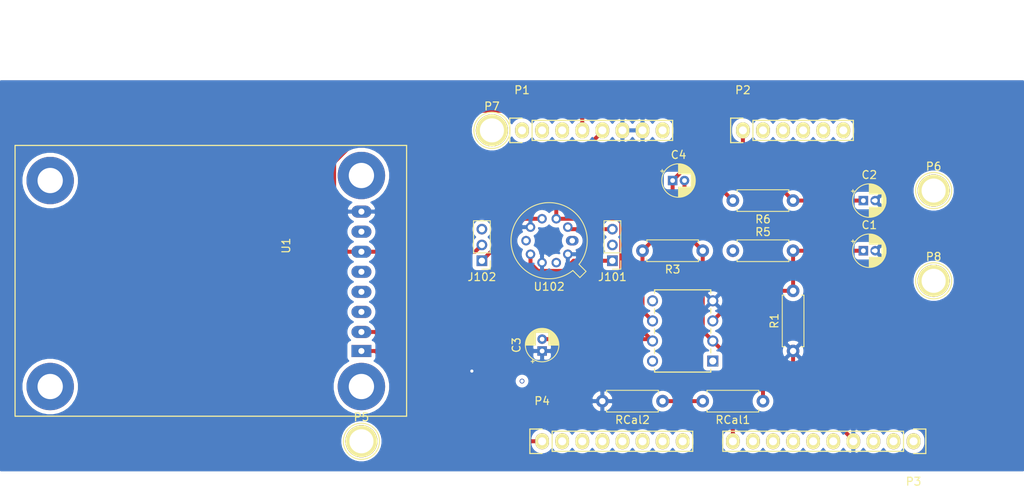
<source format=kicad_pcb>
(kicad_pcb (version 20171130) (host pcbnew "(5.1.5)-3")

  (general
    (thickness 1.6)
    (drawings 0)
    (tracks 76)
    (zones 0)
    (modules 23)
    (nets 54)
  )

  (page A4)
  (layers
    (0 F.Cu signal)
    (31 B.Cu signal)
    (33 F.Adhes user)
    (35 F.Paste user)
    (37 F.SilkS user)
    (38 B.Mask user)
    (39 F.Mask user)
    (40 Dwgs.User user)
    (41 Cmts.User user)
    (42 Eco1.User user)
    (43 Eco2.User user)
    (44 Edge.Cuts user)
    (45 Margin user)
    (46 B.CrtYd user)
    (47 F.CrtYd user)
    (49 F.Fab user)
  )

  (setup
    (last_trace_width 0.25)
    (user_trace_width 0.5)
    (trace_clearance 0.2)
    (zone_clearance 0.508)
    (zone_45_only no)
    (trace_min 0.2)
    (via_size 0.6)
    (via_drill 0.4)
    (via_min_size 0.4)
    (via_min_drill 0.3)
    (uvia_size 0.3)
    (uvia_drill 0.1)
    (uvias_allowed no)
    (uvia_min_size 0.2)
    (uvia_min_drill 0.1)
    (edge_width 0.15)
    (segment_width 0.15)
    (pcb_text_width 0.3)
    (pcb_text_size 1.5 1.5)
    (mod_edge_width 0.15)
    (mod_text_size 1 1)
    (mod_text_width 0.15)
    (pad_size 1.524 1.524)
    (pad_drill 0.762)
    (pad_to_mask_clearance 0)
    (aux_axis_origin 0 0)
    (visible_elements 7FFFFFFF)
    (pcbplotparams
      (layerselection 0x010fc_ffffffff)
      (usegerberextensions false)
      (usegerberattributes false)
      (usegerberadvancedattributes false)
      (creategerberjobfile false)
      (excludeedgelayer true)
      (linewidth 0.100000)
      (plotframeref false)
      (viasonmask false)
      (mode 1)
      (useauxorigin false)
      (hpglpennumber 1)
      (hpglpenspeed 20)
      (hpglpendiameter 15.000000)
      (psnegative false)
      (psa4output false)
      (plotreference true)
      (plotvalue true)
      (plotinvisibletext false)
      (padsonsilk false)
      (subtractmaskfromsilk false)
      (outputformat 1)
      (mirror false)
      (drillshape 1)
      (scaleselection 1)
      (outputdirectory ""))
  )

  (net 0 "")
  (net 1 "Net-(C1-Pad1)")
  (net 2 GND)
  (net 3 /A0)
  (net 4 +5V)
  (net 5 "Net-(C4-Pad2)")
  (net 6 "Net-(C4-Pad1)")
  (net 7 /GazSensorRight_Pin2)
  (net 8 "Net-(J101-Pad2)")
  (net 9 /GazSensorLeft_Pin7)
  (net 10 /GazSensorRight_Pin4)
  (net 11 +3V3)
  (net 12 "Net-(J102-Pad3)")
  (net 13 /Vin)
  (net 14 /Reset)
  (net 15 /IOREF)
  (net 16 "Net-(P1-Pad1)")
  (net 17 /A1)
  (net 18 /A2)
  (net 19 /A3)
  (net 20 "Net-(P2-Pad5)")
  (net 21 "Net-(P2-Pad6)")
  (net 22 "/A5(SCL)")
  (net 23 "/A4(SDA)")
  (net 24 /AREF)
  (net 25 "/13(SCK)")
  (net 26 "/12(MISO)")
  (net 27 "/11(**/MOSI)")
  (net 28 "/10(**/SS)")
  (net 29 "/9(**)")
  (net 30 /8)
  (net 31 /7)
  (net 32 "/6(**)")
  (net 33 "/5(**)")
  (net 34 /4)
  (net 35 "/3(**)")
  (net 36 /2)
  (net 37 "/1(Tx)")
  (net 38 "/0(Rx)")
  (net 39 "Net-(P5-Pad1)")
  (net 40 "Net-(P6-Pad1)")
  (net 41 "Net-(P7-Pad1)")
  (net 42 "Net-(P8-Pad1)")
  (net 43 /GasSensor)
  (net 44 "Net-(RCal1-Pad2)")
  (net 45 "Net-(U1-Pad7)")
  (net 46 "Net-(U1-Pad4)")
  (net 47 "Net-(U1-Pad3)")
  (net 48 "Net-(U2-Pad8)")
  (net 49 "Net-(U2-Pad5)")
  (net 50 "Net-(U2-Pad1)")
  (net 51 "Net-(U102-Pad1)")
  (net 52 "Net-(U102-Pad6)")
  (net 53 /GazSensorLeft_Pin9)

  (net_class Default 这是默认网络类。
    (clearance 0.2)
    (trace_width 0.25)
    (via_dia 0.6)
    (via_drill 0.4)
    (uvia_dia 0.3)
    (uvia_drill 0.1)
    (add_net +3V3)
    (add_net +5V)
    (add_net "/0(Rx)")
    (add_net "/1(Tx)")
    (add_net "/10(**/SS)")
    (add_net "/11(**/MOSI)")
    (add_net "/12(MISO)")
    (add_net "/13(SCK)")
    (add_net /2)
    (add_net "/3(**)")
    (add_net /4)
    (add_net "/5(**)")
    (add_net "/6(**)")
    (add_net /7)
    (add_net /8)
    (add_net "/9(**)")
    (add_net /A0)
    (add_net /A1)
    (add_net /A2)
    (add_net /A3)
    (add_net "/A4(SDA)")
    (add_net "/A5(SCL)")
    (add_net /AREF)
    (add_net /GasSensor)
    (add_net /GazSensorLeft_Pin7)
    (add_net /GazSensorLeft_Pin9)
    (add_net /GazSensorRight_Pin2)
    (add_net /GazSensorRight_Pin4)
    (add_net /IOREF)
    (add_net /Reset)
    (add_net /Vin)
    (add_net GND)
    (add_net "Net-(C1-Pad1)")
    (add_net "Net-(C4-Pad1)")
    (add_net "Net-(C4-Pad2)")
    (add_net "Net-(J101-Pad2)")
    (add_net "Net-(J102-Pad3)")
    (add_net "Net-(P1-Pad1)")
    (add_net "Net-(P2-Pad5)")
    (add_net "Net-(P2-Pad6)")
    (add_net "Net-(P5-Pad1)")
    (add_net "Net-(P6-Pad1)")
    (add_net "Net-(P7-Pad1)")
    (add_net "Net-(P8-Pad1)")
    (add_net "Net-(RCal1-Pad2)")
    (add_net "Net-(U1-Pad3)")
    (add_net "Net-(U1-Pad4)")
    (add_net "Net-(U1-Pad7)")
    (add_net "Net-(U102-Pad1)")
    (add_net "Net-(U102-Pad6)")
    (add_net "Net-(U2-Pad1)")
    (add_net "Net-(U2-Pad5)")
    (add_net "Net-(U2-Pad8)")
  )

  (module Capacitor_THT:CP_Radial_D4.0mm_P1.50mm (layer F.Cu) (tedit 5AE50EF0) (tstamp 5E272EB5)
    (at 231.14 105.41)
    (descr "CP, Radial series, Radial, pin pitch=1.50mm, , diameter=4mm, Electrolytic Capacitor")
    (tags "CP Radial series Radial pin pitch 1.50mm  diameter 4mm Electrolytic Capacitor")
    (path /5DFEEDB2)
    (fp_text reference C1 (at 0.75 -3.25) (layer F.SilkS)
      (effects (font (size 1 1) (thickness 0.15)))
    )
    (fp_text value 100n (at 0.75 3.25) (layer F.Fab)
      (effects (font (size 1 1) (thickness 0.15)))
    )
    (fp_circle (center 0.75 0) (end 2.75 0) (layer F.Fab) (width 0.1))
    (fp_circle (center 0.75 0) (end 2.87 0) (layer F.SilkS) (width 0.12))
    (fp_circle (center 0.75 0) (end 3 0) (layer F.CrtYd) (width 0.05))
    (fp_line (start -0.952554 -0.8675) (end -0.552554 -0.8675) (layer F.Fab) (width 0.1))
    (fp_line (start -0.752554 -1.0675) (end -0.752554 -0.6675) (layer F.Fab) (width 0.1))
    (fp_line (start 0.75 0.84) (end 0.75 2.08) (layer F.SilkS) (width 0.12))
    (fp_line (start 0.75 -2.08) (end 0.75 -0.84) (layer F.SilkS) (width 0.12))
    (fp_line (start 0.79 0.84) (end 0.79 2.08) (layer F.SilkS) (width 0.12))
    (fp_line (start 0.79 -2.08) (end 0.79 -0.84) (layer F.SilkS) (width 0.12))
    (fp_line (start 0.83 0.84) (end 0.83 2.079) (layer F.SilkS) (width 0.12))
    (fp_line (start 0.83 -2.079) (end 0.83 -0.84) (layer F.SilkS) (width 0.12))
    (fp_line (start 0.87 -2.077) (end 0.87 -0.84) (layer F.SilkS) (width 0.12))
    (fp_line (start 0.87 0.84) (end 0.87 2.077) (layer F.SilkS) (width 0.12))
    (fp_line (start 0.91 -2.074) (end 0.91 -0.84) (layer F.SilkS) (width 0.12))
    (fp_line (start 0.91 0.84) (end 0.91 2.074) (layer F.SilkS) (width 0.12))
    (fp_line (start 0.95 -2.071) (end 0.95 -0.84) (layer F.SilkS) (width 0.12))
    (fp_line (start 0.95 0.84) (end 0.95 2.071) (layer F.SilkS) (width 0.12))
    (fp_line (start 0.99 -2.067) (end 0.99 -0.84) (layer F.SilkS) (width 0.12))
    (fp_line (start 0.99 0.84) (end 0.99 2.067) (layer F.SilkS) (width 0.12))
    (fp_line (start 1.03 -2.062) (end 1.03 -0.84) (layer F.SilkS) (width 0.12))
    (fp_line (start 1.03 0.84) (end 1.03 2.062) (layer F.SilkS) (width 0.12))
    (fp_line (start 1.07 -2.056) (end 1.07 -0.84) (layer F.SilkS) (width 0.12))
    (fp_line (start 1.07 0.84) (end 1.07 2.056) (layer F.SilkS) (width 0.12))
    (fp_line (start 1.11 -2.05) (end 1.11 -0.84) (layer F.SilkS) (width 0.12))
    (fp_line (start 1.11 0.84) (end 1.11 2.05) (layer F.SilkS) (width 0.12))
    (fp_line (start 1.15 -2.042) (end 1.15 -0.84) (layer F.SilkS) (width 0.12))
    (fp_line (start 1.15 0.84) (end 1.15 2.042) (layer F.SilkS) (width 0.12))
    (fp_line (start 1.19 -2.034) (end 1.19 -0.84) (layer F.SilkS) (width 0.12))
    (fp_line (start 1.19 0.84) (end 1.19 2.034) (layer F.SilkS) (width 0.12))
    (fp_line (start 1.23 -2.025) (end 1.23 -0.84) (layer F.SilkS) (width 0.12))
    (fp_line (start 1.23 0.84) (end 1.23 2.025) (layer F.SilkS) (width 0.12))
    (fp_line (start 1.27 -2.016) (end 1.27 -0.84) (layer F.SilkS) (width 0.12))
    (fp_line (start 1.27 0.84) (end 1.27 2.016) (layer F.SilkS) (width 0.12))
    (fp_line (start 1.31 -2.005) (end 1.31 -0.84) (layer F.SilkS) (width 0.12))
    (fp_line (start 1.31 0.84) (end 1.31 2.005) (layer F.SilkS) (width 0.12))
    (fp_line (start 1.35 -1.994) (end 1.35 -0.84) (layer F.SilkS) (width 0.12))
    (fp_line (start 1.35 0.84) (end 1.35 1.994) (layer F.SilkS) (width 0.12))
    (fp_line (start 1.39 -1.982) (end 1.39 -0.84) (layer F.SilkS) (width 0.12))
    (fp_line (start 1.39 0.84) (end 1.39 1.982) (layer F.SilkS) (width 0.12))
    (fp_line (start 1.43 -1.968) (end 1.43 -0.84) (layer F.SilkS) (width 0.12))
    (fp_line (start 1.43 0.84) (end 1.43 1.968) (layer F.SilkS) (width 0.12))
    (fp_line (start 1.471 -1.954) (end 1.471 -0.84) (layer F.SilkS) (width 0.12))
    (fp_line (start 1.471 0.84) (end 1.471 1.954) (layer F.SilkS) (width 0.12))
    (fp_line (start 1.511 -1.94) (end 1.511 -0.84) (layer F.SilkS) (width 0.12))
    (fp_line (start 1.511 0.84) (end 1.511 1.94) (layer F.SilkS) (width 0.12))
    (fp_line (start 1.551 -1.924) (end 1.551 -0.84) (layer F.SilkS) (width 0.12))
    (fp_line (start 1.551 0.84) (end 1.551 1.924) (layer F.SilkS) (width 0.12))
    (fp_line (start 1.591 -1.907) (end 1.591 -0.84) (layer F.SilkS) (width 0.12))
    (fp_line (start 1.591 0.84) (end 1.591 1.907) (layer F.SilkS) (width 0.12))
    (fp_line (start 1.631 -1.889) (end 1.631 -0.84) (layer F.SilkS) (width 0.12))
    (fp_line (start 1.631 0.84) (end 1.631 1.889) (layer F.SilkS) (width 0.12))
    (fp_line (start 1.671 -1.87) (end 1.671 -0.84) (layer F.SilkS) (width 0.12))
    (fp_line (start 1.671 0.84) (end 1.671 1.87) (layer F.SilkS) (width 0.12))
    (fp_line (start 1.711 -1.851) (end 1.711 -0.84) (layer F.SilkS) (width 0.12))
    (fp_line (start 1.711 0.84) (end 1.711 1.851) (layer F.SilkS) (width 0.12))
    (fp_line (start 1.751 -1.83) (end 1.751 -0.84) (layer F.SilkS) (width 0.12))
    (fp_line (start 1.751 0.84) (end 1.751 1.83) (layer F.SilkS) (width 0.12))
    (fp_line (start 1.791 -1.808) (end 1.791 -0.84) (layer F.SilkS) (width 0.12))
    (fp_line (start 1.791 0.84) (end 1.791 1.808) (layer F.SilkS) (width 0.12))
    (fp_line (start 1.831 -1.785) (end 1.831 -0.84) (layer F.SilkS) (width 0.12))
    (fp_line (start 1.831 0.84) (end 1.831 1.785) (layer F.SilkS) (width 0.12))
    (fp_line (start 1.871 -1.76) (end 1.871 -0.84) (layer F.SilkS) (width 0.12))
    (fp_line (start 1.871 0.84) (end 1.871 1.76) (layer F.SilkS) (width 0.12))
    (fp_line (start 1.911 -1.735) (end 1.911 -0.84) (layer F.SilkS) (width 0.12))
    (fp_line (start 1.911 0.84) (end 1.911 1.735) (layer F.SilkS) (width 0.12))
    (fp_line (start 1.951 -1.708) (end 1.951 -0.84) (layer F.SilkS) (width 0.12))
    (fp_line (start 1.951 0.84) (end 1.951 1.708) (layer F.SilkS) (width 0.12))
    (fp_line (start 1.991 -1.68) (end 1.991 -0.84) (layer F.SilkS) (width 0.12))
    (fp_line (start 1.991 0.84) (end 1.991 1.68) (layer F.SilkS) (width 0.12))
    (fp_line (start 2.031 -1.65) (end 2.031 -0.84) (layer F.SilkS) (width 0.12))
    (fp_line (start 2.031 0.84) (end 2.031 1.65) (layer F.SilkS) (width 0.12))
    (fp_line (start 2.071 -1.619) (end 2.071 -0.84) (layer F.SilkS) (width 0.12))
    (fp_line (start 2.071 0.84) (end 2.071 1.619) (layer F.SilkS) (width 0.12))
    (fp_line (start 2.111 -1.587) (end 2.111 -0.84) (layer F.SilkS) (width 0.12))
    (fp_line (start 2.111 0.84) (end 2.111 1.587) (layer F.SilkS) (width 0.12))
    (fp_line (start 2.151 -1.552) (end 2.151 -0.84) (layer F.SilkS) (width 0.12))
    (fp_line (start 2.151 0.84) (end 2.151 1.552) (layer F.SilkS) (width 0.12))
    (fp_line (start 2.191 -1.516) (end 2.191 -0.84) (layer F.SilkS) (width 0.12))
    (fp_line (start 2.191 0.84) (end 2.191 1.516) (layer F.SilkS) (width 0.12))
    (fp_line (start 2.231 -1.478) (end 2.231 -0.84) (layer F.SilkS) (width 0.12))
    (fp_line (start 2.231 0.84) (end 2.231 1.478) (layer F.SilkS) (width 0.12))
    (fp_line (start 2.271 -1.438) (end 2.271 -0.84) (layer F.SilkS) (width 0.12))
    (fp_line (start 2.271 0.84) (end 2.271 1.438) (layer F.SilkS) (width 0.12))
    (fp_line (start 2.311 -1.396) (end 2.311 -0.84) (layer F.SilkS) (width 0.12))
    (fp_line (start 2.311 0.84) (end 2.311 1.396) (layer F.SilkS) (width 0.12))
    (fp_line (start 2.351 -1.351) (end 2.351 1.351) (layer F.SilkS) (width 0.12))
    (fp_line (start 2.391 -1.304) (end 2.391 1.304) (layer F.SilkS) (width 0.12))
    (fp_line (start 2.431 -1.254) (end 2.431 1.254) (layer F.SilkS) (width 0.12))
    (fp_line (start 2.471 -1.2) (end 2.471 1.2) (layer F.SilkS) (width 0.12))
    (fp_line (start 2.511 -1.142) (end 2.511 1.142) (layer F.SilkS) (width 0.12))
    (fp_line (start 2.551 -1.08) (end 2.551 1.08) (layer F.SilkS) (width 0.12))
    (fp_line (start 2.591 -1.013) (end 2.591 1.013) (layer F.SilkS) (width 0.12))
    (fp_line (start 2.631 -0.94) (end 2.631 0.94) (layer F.SilkS) (width 0.12))
    (fp_line (start 2.671 -0.859) (end 2.671 0.859) (layer F.SilkS) (width 0.12))
    (fp_line (start 2.711 -0.768) (end 2.711 0.768) (layer F.SilkS) (width 0.12))
    (fp_line (start 2.751 -0.664) (end 2.751 0.664) (layer F.SilkS) (width 0.12))
    (fp_line (start 2.791 -0.537) (end 2.791 0.537) (layer F.SilkS) (width 0.12))
    (fp_line (start 2.831 -0.37) (end 2.831 0.37) (layer F.SilkS) (width 0.12))
    (fp_line (start -1.519801 -1.195) (end -1.119801 -1.195) (layer F.SilkS) (width 0.12))
    (fp_line (start -1.319801 -1.395) (end -1.319801 -0.995) (layer F.SilkS) (width 0.12))
    (fp_text user %R (at 0.75 0) (layer F.Fab)
      (effects (font (size 0.8 0.8) (thickness 0.12)))
    )
    (pad 1 thru_hole rect (at 0 0) (size 1.2 1.2) (drill 0.6) (layers *.Cu *.Mask)
      (net 1 "Net-(C1-Pad1)"))
    (pad 2 thru_hole circle (at 1.5 0) (size 1.2 1.2) (drill 0.6) (layers *.Cu *.Mask)
      (net 2 GND))
    (model ${KISYS3DMOD}/Capacitor_THT.3dshapes/CP_Radial_D4.0mm_P1.50mm.wrl
      (at (xyz 0 0 0))
      (scale (xyz 1 1 1))
      (rotate (xyz 0 0 0))
    )
  )

  (module Capacitor_THT:CP_Radial_D4.0mm_P1.50mm (layer F.Cu) (tedit 5AE50EF0) (tstamp 5E272F20)
    (at 231.14 99.06)
    (descr "CP, Radial series, Radial, pin pitch=1.50mm, , diameter=4mm, Electrolytic Capacitor")
    (tags "CP Radial series Radial pin pitch 1.50mm  diameter 4mm Electrolytic Capacitor")
    (path /5DFEA6F0)
    (fp_text reference C2 (at 0.75 -3.25) (layer F.SilkS)
      (effects (font (size 1 1) (thickness 0.15)))
    )
    (fp_text value 100n (at 0.75 3.25) (layer F.Fab)
      (effects (font (size 1 1) (thickness 0.15)))
    )
    (fp_text user %R (at 0.75 0) (layer F.Fab)
      (effects (font (size 0.8 0.8) (thickness 0.12)))
    )
    (fp_line (start -1.319801 -1.395) (end -1.319801 -0.995) (layer F.SilkS) (width 0.12))
    (fp_line (start -1.519801 -1.195) (end -1.119801 -1.195) (layer F.SilkS) (width 0.12))
    (fp_line (start 2.831 -0.37) (end 2.831 0.37) (layer F.SilkS) (width 0.12))
    (fp_line (start 2.791 -0.537) (end 2.791 0.537) (layer F.SilkS) (width 0.12))
    (fp_line (start 2.751 -0.664) (end 2.751 0.664) (layer F.SilkS) (width 0.12))
    (fp_line (start 2.711 -0.768) (end 2.711 0.768) (layer F.SilkS) (width 0.12))
    (fp_line (start 2.671 -0.859) (end 2.671 0.859) (layer F.SilkS) (width 0.12))
    (fp_line (start 2.631 -0.94) (end 2.631 0.94) (layer F.SilkS) (width 0.12))
    (fp_line (start 2.591 -1.013) (end 2.591 1.013) (layer F.SilkS) (width 0.12))
    (fp_line (start 2.551 -1.08) (end 2.551 1.08) (layer F.SilkS) (width 0.12))
    (fp_line (start 2.511 -1.142) (end 2.511 1.142) (layer F.SilkS) (width 0.12))
    (fp_line (start 2.471 -1.2) (end 2.471 1.2) (layer F.SilkS) (width 0.12))
    (fp_line (start 2.431 -1.254) (end 2.431 1.254) (layer F.SilkS) (width 0.12))
    (fp_line (start 2.391 -1.304) (end 2.391 1.304) (layer F.SilkS) (width 0.12))
    (fp_line (start 2.351 -1.351) (end 2.351 1.351) (layer F.SilkS) (width 0.12))
    (fp_line (start 2.311 0.84) (end 2.311 1.396) (layer F.SilkS) (width 0.12))
    (fp_line (start 2.311 -1.396) (end 2.311 -0.84) (layer F.SilkS) (width 0.12))
    (fp_line (start 2.271 0.84) (end 2.271 1.438) (layer F.SilkS) (width 0.12))
    (fp_line (start 2.271 -1.438) (end 2.271 -0.84) (layer F.SilkS) (width 0.12))
    (fp_line (start 2.231 0.84) (end 2.231 1.478) (layer F.SilkS) (width 0.12))
    (fp_line (start 2.231 -1.478) (end 2.231 -0.84) (layer F.SilkS) (width 0.12))
    (fp_line (start 2.191 0.84) (end 2.191 1.516) (layer F.SilkS) (width 0.12))
    (fp_line (start 2.191 -1.516) (end 2.191 -0.84) (layer F.SilkS) (width 0.12))
    (fp_line (start 2.151 0.84) (end 2.151 1.552) (layer F.SilkS) (width 0.12))
    (fp_line (start 2.151 -1.552) (end 2.151 -0.84) (layer F.SilkS) (width 0.12))
    (fp_line (start 2.111 0.84) (end 2.111 1.587) (layer F.SilkS) (width 0.12))
    (fp_line (start 2.111 -1.587) (end 2.111 -0.84) (layer F.SilkS) (width 0.12))
    (fp_line (start 2.071 0.84) (end 2.071 1.619) (layer F.SilkS) (width 0.12))
    (fp_line (start 2.071 -1.619) (end 2.071 -0.84) (layer F.SilkS) (width 0.12))
    (fp_line (start 2.031 0.84) (end 2.031 1.65) (layer F.SilkS) (width 0.12))
    (fp_line (start 2.031 -1.65) (end 2.031 -0.84) (layer F.SilkS) (width 0.12))
    (fp_line (start 1.991 0.84) (end 1.991 1.68) (layer F.SilkS) (width 0.12))
    (fp_line (start 1.991 -1.68) (end 1.991 -0.84) (layer F.SilkS) (width 0.12))
    (fp_line (start 1.951 0.84) (end 1.951 1.708) (layer F.SilkS) (width 0.12))
    (fp_line (start 1.951 -1.708) (end 1.951 -0.84) (layer F.SilkS) (width 0.12))
    (fp_line (start 1.911 0.84) (end 1.911 1.735) (layer F.SilkS) (width 0.12))
    (fp_line (start 1.911 -1.735) (end 1.911 -0.84) (layer F.SilkS) (width 0.12))
    (fp_line (start 1.871 0.84) (end 1.871 1.76) (layer F.SilkS) (width 0.12))
    (fp_line (start 1.871 -1.76) (end 1.871 -0.84) (layer F.SilkS) (width 0.12))
    (fp_line (start 1.831 0.84) (end 1.831 1.785) (layer F.SilkS) (width 0.12))
    (fp_line (start 1.831 -1.785) (end 1.831 -0.84) (layer F.SilkS) (width 0.12))
    (fp_line (start 1.791 0.84) (end 1.791 1.808) (layer F.SilkS) (width 0.12))
    (fp_line (start 1.791 -1.808) (end 1.791 -0.84) (layer F.SilkS) (width 0.12))
    (fp_line (start 1.751 0.84) (end 1.751 1.83) (layer F.SilkS) (width 0.12))
    (fp_line (start 1.751 -1.83) (end 1.751 -0.84) (layer F.SilkS) (width 0.12))
    (fp_line (start 1.711 0.84) (end 1.711 1.851) (layer F.SilkS) (width 0.12))
    (fp_line (start 1.711 -1.851) (end 1.711 -0.84) (layer F.SilkS) (width 0.12))
    (fp_line (start 1.671 0.84) (end 1.671 1.87) (layer F.SilkS) (width 0.12))
    (fp_line (start 1.671 -1.87) (end 1.671 -0.84) (layer F.SilkS) (width 0.12))
    (fp_line (start 1.631 0.84) (end 1.631 1.889) (layer F.SilkS) (width 0.12))
    (fp_line (start 1.631 -1.889) (end 1.631 -0.84) (layer F.SilkS) (width 0.12))
    (fp_line (start 1.591 0.84) (end 1.591 1.907) (layer F.SilkS) (width 0.12))
    (fp_line (start 1.591 -1.907) (end 1.591 -0.84) (layer F.SilkS) (width 0.12))
    (fp_line (start 1.551 0.84) (end 1.551 1.924) (layer F.SilkS) (width 0.12))
    (fp_line (start 1.551 -1.924) (end 1.551 -0.84) (layer F.SilkS) (width 0.12))
    (fp_line (start 1.511 0.84) (end 1.511 1.94) (layer F.SilkS) (width 0.12))
    (fp_line (start 1.511 -1.94) (end 1.511 -0.84) (layer F.SilkS) (width 0.12))
    (fp_line (start 1.471 0.84) (end 1.471 1.954) (layer F.SilkS) (width 0.12))
    (fp_line (start 1.471 -1.954) (end 1.471 -0.84) (layer F.SilkS) (width 0.12))
    (fp_line (start 1.43 0.84) (end 1.43 1.968) (layer F.SilkS) (width 0.12))
    (fp_line (start 1.43 -1.968) (end 1.43 -0.84) (layer F.SilkS) (width 0.12))
    (fp_line (start 1.39 0.84) (end 1.39 1.982) (layer F.SilkS) (width 0.12))
    (fp_line (start 1.39 -1.982) (end 1.39 -0.84) (layer F.SilkS) (width 0.12))
    (fp_line (start 1.35 0.84) (end 1.35 1.994) (layer F.SilkS) (width 0.12))
    (fp_line (start 1.35 -1.994) (end 1.35 -0.84) (layer F.SilkS) (width 0.12))
    (fp_line (start 1.31 0.84) (end 1.31 2.005) (layer F.SilkS) (width 0.12))
    (fp_line (start 1.31 -2.005) (end 1.31 -0.84) (layer F.SilkS) (width 0.12))
    (fp_line (start 1.27 0.84) (end 1.27 2.016) (layer F.SilkS) (width 0.12))
    (fp_line (start 1.27 -2.016) (end 1.27 -0.84) (layer F.SilkS) (width 0.12))
    (fp_line (start 1.23 0.84) (end 1.23 2.025) (layer F.SilkS) (width 0.12))
    (fp_line (start 1.23 -2.025) (end 1.23 -0.84) (layer F.SilkS) (width 0.12))
    (fp_line (start 1.19 0.84) (end 1.19 2.034) (layer F.SilkS) (width 0.12))
    (fp_line (start 1.19 -2.034) (end 1.19 -0.84) (layer F.SilkS) (width 0.12))
    (fp_line (start 1.15 0.84) (end 1.15 2.042) (layer F.SilkS) (width 0.12))
    (fp_line (start 1.15 -2.042) (end 1.15 -0.84) (layer F.SilkS) (width 0.12))
    (fp_line (start 1.11 0.84) (end 1.11 2.05) (layer F.SilkS) (width 0.12))
    (fp_line (start 1.11 -2.05) (end 1.11 -0.84) (layer F.SilkS) (width 0.12))
    (fp_line (start 1.07 0.84) (end 1.07 2.056) (layer F.SilkS) (width 0.12))
    (fp_line (start 1.07 -2.056) (end 1.07 -0.84) (layer F.SilkS) (width 0.12))
    (fp_line (start 1.03 0.84) (end 1.03 2.062) (layer F.SilkS) (width 0.12))
    (fp_line (start 1.03 -2.062) (end 1.03 -0.84) (layer F.SilkS) (width 0.12))
    (fp_line (start 0.99 0.84) (end 0.99 2.067) (layer F.SilkS) (width 0.12))
    (fp_line (start 0.99 -2.067) (end 0.99 -0.84) (layer F.SilkS) (width 0.12))
    (fp_line (start 0.95 0.84) (end 0.95 2.071) (layer F.SilkS) (width 0.12))
    (fp_line (start 0.95 -2.071) (end 0.95 -0.84) (layer F.SilkS) (width 0.12))
    (fp_line (start 0.91 0.84) (end 0.91 2.074) (layer F.SilkS) (width 0.12))
    (fp_line (start 0.91 -2.074) (end 0.91 -0.84) (layer F.SilkS) (width 0.12))
    (fp_line (start 0.87 0.84) (end 0.87 2.077) (layer F.SilkS) (width 0.12))
    (fp_line (start 0.87 -2.077) (end 0.87 -0.84) (layer F.SilkS) (width 0.12))
    (fp_line (start 0.83 -2.079) (end 0.83 -0.84) (layer F.SilkS) (width 0.12))
    (fp_line (start 0.83 0.84) (end 0.83 2.079) (layer F.SilkS) (width 0.12))
    (fp_line (start 0.79 -2.08) (end 0.79 -0.84) (layer F.SilkS) (width 0.12))
    (fp_line (start 0.79 0.84) (end 0.79 2.08) (layer F.SilkS) (width 0.12))
    (fp_line (start 0.75 -2.08) (end 0.75 -0.84) (layer F.SilkS) (width 0.12))
    (fp_line (start 0.75 0.84) (end 0.75 2.08) (layer F.SilkS) (width 0.12))
    (fp_line (start -0.752554 -1.0675) (end -0.752554 -0.6675) (layer F.Fab) (width 0.1))
    (fp_line (start -0.952554 -0.8675) (end -0.552554 -0.8675) (layer F.Fab) (width 0.1))
    (fp_circle (center 0.75 0) (end 3 0) (layer F.CrtYd) (width 0.05))
    (fp_circle (center 0.75 0) (end 2.87 0) (layer F.SilkS) (width 0.12))
    (fp_circle (center 0.75 0) (end 2.75 0) (layer F.Fab) (width 0.1))
    (pad 2 thru_hole circle (at 1.5 0) (size 1.2 1.2) (drill 0.6) (layers *.Cu *.Mask)
      (net 2 GND))
    (pad 1 thru_hole rect (at 0 0) (size 1.2 1.2) (drill 0.6) (layers *.Cu *.Mask)
      (net 3 /A0))
    (model ${KISYS3DMOD}/Capacitor_THT.3dshapes/CP_Radial_D4.0mm_P1.50mm.wrl
      (at (xyz 0 0 0))
      (scale (xyz 1 1 1))
      (rotate (xyz 0 0 0))
    )
  )

  (module Capacitor_THT:CP_Radial_D4.0mm_P1.50mm (layer F.Cu) (tedit 5AE50EF0) (tstamp 5E272F8B)
    (at 190.5 118.11 90)
    (descr "CP, Radial series, Radial, pin pitch=1.50mm, , diameter=4mm, Electrolytic Capacitor")
    (tags "CP Radial series Radial pin pitch 1.50mm  diameter 4mm Electrolytic Capacitor")
    (path /5DFEBD5B)
    (fp_text reference C3 (at 0.75 -3.25 90) (layer F.SilkS)
      (effects (font (size 1 1) (thickness 0.15)))
    )
    (fp_text value 1u (at 0.75 3.25 90) (layer F.Fab)
      (effects (font (size 1 1) (thickness 0.15)))
    )
    (fp_circle (center 0.75 0) (end 2.75 0) (layer F.Fab) (width 0.1))
    (fp_circle (center 0.75 0) (end 2.87 0) (layer F.SilkS) (width 0.12))
    (fp_circle (center 0.75 0) (end 3 0) (layer F.CrtYd) (width 0.05))
    (fp_line (start -0.952554 -0.8675) (end -0.552554 -0.8675) (layer F.Fab) (width 0.1))
    (fp_line (start -0.752554 -1.0675) (end -0.752554 -0.6675) (layer F.Fab) (width 0.1))
    (fp_line (start 0.75 0.84) (end 0.75 2.08) (layer F.SilkS) (width 0.12))
    (fp_line (start 0.75 -2.08) (end 0.75 -0.84) (layer F.SilkS) (width 0.12))
    (fp_line (start 0.79 0.84) (end 0.79 2.08) (layer F.SilkS) (width 0.12))
    (fp_line (start 0.79 -2.08) (end 0.79 -0.84) (layer F.SilkS) (width 0.12))
    (fp_line (start 0.83 0.84) (end 0.83 2.079) (layer F.SilkS) (width 0.12))
    (fp_line (start 0.83 -2.079) (end 0.83 -0.84) (layer F.SilkS) (width 0.12))
    (fp_line (start 0.87 -2.077) (end 0.87 -0.84) (layer F.SilkS) (width 0.12))
    (fp_line (start 0.87 0.84) (end 0.87 2.077) (layer F.SilkS) (width 0.12))
    (fp_line (start 0.91 -2.074) (end 0.91 -0.84) (layer F.SilkS) (width 0.12))
    (fp_line (start 0.91 0.84) (end 0.91 2.074) (layer F.SilkS) (width 0.12))
    (fp_line (start 0.95 -2.071) (end 0.95 -0.84) (layer F.SilkS) (width 0.12))
    (fp_line (start 0.95 0.84) (end 0.95 2.071) (layer F.SilkS) (width 0.12))
    (fp_line (start 0.99 -2.067) (end 0.99 -0.84) (layer F.SilkS) (width 0.12))
    (fp_line (start 0.99 0.84) (end 0.99 2.067) (layer F.SilkS) (width 0.12))
    (fp_line (start 1.03 -2.062) (end 1.03 -0.84) (layer F.SilkS) (width 0.12))
    (fp_line (start 1.03 0.84) (end 1.03 2.062) (layer F.SilkS) (width 0.12))
    (fp_line (start 1.07 -2.056) (end 1.07 -0.84) (layer F.SilkS) (width 0.12))
    (fp_line (start 1.07 0.84) (end 1.07 2.056) (layer F.SilkS) (width 0.12))
    (fp_line (start 1.11 -2.05) (end 1.11 -0.84) (layer F.SilkS) (width 0.12))
    (fp_line (start 1.11 0.84) (end 1.11 2.05) (layer F.SilkS) (width 0.12))
    (fp_line (start 1.15 -2.042) (end 1.15 -0.84) (layer F.SilkS) (width 0.12))
    (fp_line (start 1.15 0.84) (end 1.15 2.042) (layer F.SilkS) (width 0.12))
    (fp_line (start 1.19 -2.034) (end 1.19 -0.84) (layer F.SilkS) (width 0.12))
    (fp_line (start 1.19 0.84) (end 1.19 2.034) (layer F.SilkS) (width 0.12))
    (fp_line (start 1.23 -2.025) (end 1.23 -0.84) (layer F.SilkS) (width 0.12))
    (fp_line (start 1.23 0.84) (end 1.23 2.025) (layer F.SilkS) (width 0.12))
    (fp_line (start 1.27 -2.016) (end 1.27 -0.84) (layer F.SilkS) (width 0.12))
    (fp_line (start 1.27 0.84) (end 1.27 2.016) (layer F.SilkS) (width 0.12))
    (fp_line (start 1.31 -2.005) (end 1.31 -0.84) (layer F.SilkS) (width 0.12))
    (fp_line (start 1.31 0.84) (end 1.31 2.005) (layer F.SilkS) (width 0.12))
    (fp_line (start 1.35 -1.994) (end 1.35 -0.84) (layer F.SilkS) (width 0.12))
    (fp_line (start 1.35 0.84) (end 1.35 1.994) (layer F.SilkS) (width 0.12))
    (fp_line (start 1.39 -1.982) (end 1.39 -0.84) (layer F.SilkS) (width 0.12))
    (fp_line (start 1.39 0.84) (end 1.39 1.982) (layer F.SilkS) (width 0.12))
    (fp_line (start 1.43 -1.968) (end 1.43 -0.84) (layer F.SilkS) (width 0.12))
    (fp_line (start 1.43 0.84) (end 1.43 1.968) (layer F.SilkS) (width 0.12))
    (fp_line (start 1.471 -1.954) (end 1.471 -0.84) (layer F.SilkS) (width 0.12))
    (fp_line (start 1.471 0.84) (end 1.471 1.954) (layer F.SilkS) (width 0.12))
    (fp_line (start 1.511 -1.94) (end 1.511 -0.84) (layer F.SilkS) (width 0.12))
    (fp_line (start 1.511 0.84) (end 1.511 1.94) (layer F.SilkS) (width 0.12))
    (fp_line (start 1.551 -1.924) (end 1.551 -0.84) (layer F.SilkS) (width 0.12))
    (fp_line (start 1.551 0.84) (end 1.551 1.924) (layer F.SilkS) (width 0.12))
    (fp_line (start 1.591 -1.907) (end 1.591 -0.84) (layer F.SilkS) (width 0.12))
    (fp_line (start 1.591 0.84) (end 1.591 1.907) (layer F.SilkS) (width 0.12))
    (fp_line (start 1.631 -1.889) (end 1.631 -0.84) (layer F.SilkS) (width 0.12))
    (fp_line (start 1.631 0.84) (end 1.631 1.889) (layer F.SilkS) (width 0.12))
    (fp_line (start 1.671 -1.87) (end 1.671 -0.84) (layer F.SilkS) (width 0.12))
    (fp_line (start 1.671 0.84) (end 1.671 1.87) (layer F.SilkS) (width 0.12))
    (fp_line (start 1.711 -1.851) (end 1.711 -0.84) (layer F.SilkS) (width 0.12))
    (fp_line (start 1.711 0.84) (end 1.711 1.851) (layer F.SilkS) (width 0.12))
    (fp_line (start 1.751 -1.83) (end 1.751 -0.84) (layer F.SilkS) (width 0.12))
    (fp_line (start 1.751 0.84) (end 1.751 1.83) (layer F.SilkS) (width 0.12))
    (fp_line (start 1.791 -1.808) (end 1.791 -0.84) (layer F.SilkS) (width 0.12))
    (fp_line (start 1.791 0.84) (end 1.791 1.808) (layer F.SilkS) (width 0.12))
    (fp_line (start 1.831 -1.785) (end 1.831 -0.84) (layer F.SilkS) (width 0.12))
    (fp_line (start 1.831 0.84) (end 1.831 1.785) (layer F.SilkS) (width 0.12))
    (fp_line (start 1.871 -1.76) (end 1.871 -0.84) (layer F.SilkS) (width 0.12))
    (fp_line (start 1.871 0.84) (end 1.871 1.76) (layer F.SilkS) (width 0.12))
    (fp_line (start 1.911 -1.735) (end 1.911 -0.84) (layer F.SilkS) (width 0.12))
    (fp_line (start 1.911 0.84) (end 1.911 1.735) (layer F.SilkS) (width 0.12))
    (fp_line (start 1.951 -1.708) (end 1.951 -0.84) (layer F.SilkS) (width 0.12))
    (fp_line (start 1.951 0.84) (end 1.951 1.708) (layer F.SilkS) (width 0.12))
    (fp_line (start 1.991 -1.68) (end 1.991 -0.84) (layer F.SilkS) (width 0.12))
    (fp_line (start 1.991 0.84) (end 1.991 1.68) (layer F.SilkS) (width 0.12))
    (fp_line (start 2.031 -1.65) (end 2.031 -0.84) (layer F.SilkS) (width 0.12))
    (fp_line (start 2.031 0.84) (end 2.031 1.65) (layer F.SilkS) (width 0.12))
    (fp_line (start 2.071 -1.619) (end 2.071 -0.84) (layer F.SilkS) (width 0.12))
    (fp_line (start 2.071 0.84) (end 2.071 1.619) (layer F.SilkS) (width 0.12))
    (fp_line (start 2.111 -1.587) (end 2.111 -0.84) (layer F.SilkS) (width 0.12))
    (fp_line (start 2.111 0.84) (end 2.111 1.587) (layer F.SilkS) (width 0.12))
    (fp_line (start 2.151 -1.552) (end 2.151 -0.84) (layer F.SilkS) (width 0.12))
    (fp_line (start 2.151 0.84) (end 2.151 1.552) (layer F.SilkS) (width 0.12))
    (fp_line (start 2.191 -1.516) (end 2.191 -0.84) (layer F.SilkS) (width 0.12))
    (fp_line (start 2.191 0.84) (end 2.191 1.516) (layer F.SilkS) (width 0.12))
    (fp_line (start 2.231 -1.478) (end 2.231 -0.84) (layer F.SilkS) (width 0.12))
    (fp_line (start 2.231 0.84) (end 2.231 1.478) (layer F.SilkS) (width 0.12))
    (fp_line (start 2.271 -1.438) (end 2.271 -0.84) (layer F.SilkS) (width 0.12))
    (fp_line (start 2.271 0.84) (end 2.271 1.438) (layer F.SilkS) (width 0.12))
    (fp_line (start 2.311 -1.396) (end 2.311 -0.84) (layer F.SilkS) (width 0.12))
    (fp_line (start 2.311 0.84) (end 2.311 1.396) (layer F.SilkS) (width 0.12))
    (fp_line (start 2.351 -1.351) (end 2.351 1.351) (layer F.SilkS) (width 0.12))
    (fp_line (start 2.391 -1.304) (end 2.391 1.304) (layer F.SilkS) (width 0.12))
    (fp_line (start 2.431 -1.254) (end 2.431 1.254) (layer F.SilkS) (width 0.12))
    (fp_line (start 2.471 -1.2) (end 2.471 1.2) (layer F.SilkS) (width 0.12))
    (fp_line (start 2.511 -1.142) (end 2.511 1.142) (layer F.SilkS) (width 0.12))
    (fp_line (start 2.551 -1.08) (end 2.551 1.08) (layer F.SilkS) (width 0.12))
    (fp_line (start 2.591 -1.013) (end 2.591 1.013) (layer F.SilkS) (width 0.12))
    (fp_line (start 2.631 -0.94) (end 2.631 0.94) (layer F.SilkS) (width 0.12))
    (fp_line (start 2.671 -0.859) (end 2.671 0.859) (layer F.SilkS) (width 0.12))
    (fp_line (start 2.711 -0.768) (end 2.711 0.768) (layer F.SilkS) (width 0.12))
    (fp_line (start 2.751 -0.664) (end 2.751 0.664) (layer F.SilkS) (width 0.12))
    (fp_line (start 2.791 -0.537) (end 2.791 0.537) (layer F.SilkS) (width 0.12))
    (fp_line (start 2.831 -0.37) (end 2.831 0.37) (layer F.SilkS) (width 0.12))
    (fp_line (start -1.519801 -1.195) (end -1.119801 -1.195) (layer F.SilkS) (width 0.12))
    (fp_line (start -1.319801 -1.395) (end -1.319801 -0.995) (layer F.SilkS) (width 0.12))
    (fp_text user %R (at 0.75 0 90) (layer F.Fab)
      (effects (font (size 0.8 0.8) (thickness 0.12)))
    )
    (pad 1 thru_hole rect (at 0 0 90) (size 1.2 1.2) (drill 0.6) (layers *.Cu *.Mask)
      (net 2 GND))
    (pad 2 thru_hole circle (at 1.5 0 90) (size 1.2 1.2) (drill 0.6) (layers *.Cu *.Mask)
      (net 4 +5V))
    (model ${KISYS3DMOD}/Capacitor_THT.3dshapes/CP_Radial_D4.0mm_P1.50mm.wrl
      (at (xyz 0 0 0))
      (scale (xyz 1 1 1))
      (rotate (xyz 0 0 0))
    )
  )

  (module Capacitor_THT:CP_Radial_D4.0mm_P1.50mm (layer F.Cu) (tedit 5AE50EF0) (tstamp 5E272FF6)
    (at 207.01 96.52)
    (descr "CP, Radial series, Radial, pin pitch=1.50mm, , diameter=4mm, Electrolytic Capacitor")
    (tags "CP Radial series Radial pin pitch 1.50mm  diameter 4mm Electrolytic Capacitor")
    (path /5DFEEB29)
    (fp_text reference C4 (at 0.75 -3.25) (layer F.SilkS)
      (effects (font (size 1 1) (thickness 0.15)))
    )
    (fp_text value 1u (at 0.75 3.25) (layer F.Fab)
      (effects (font (size 1 1) (thickness 0.15)))
    )
    (fp_text user %R (at 0.75 0) (layer F.Fab)
      (effects (font (size 0.8 0.8) (thickness 0.12)))
    )
    (fp_line (start -1.319801 -1.395) (end -1.319801 -0.995) (layer F.SilkS) (width 0.12))
    (fp_line (start -1.519801 -1.195) (end -1.119801 -1.195) (layer F.SilkS) (width 0.12))
    (fp_line (start 2.831 -0.37) (end 2.831 0.37) (layer F.SilkS) (width 0.12))
    (fp_line (start 2.791 -0.537) (end 2.791 0.537) (layer F.SilkS) (width 0.12))
    (fp_line (start 2.751 -0.664) (end 2.751 0.664) (layer F.SilkS) (width 0.12))
    (fp_line (start 2.711 -0.768) (end 2.711 0.768) (layer F.SilkS) (width 0.12))
    (fp_line (start 2.671 -0.859) (end 2.671 0.859) (layer F.SilkS) (width 0.12))
    (fp_line (start 2.631 -0.94) (end 2.631 0.94) (layer F.SilkS) (width 0.12))
    (fp_line (start 2.591 -1.013) (end 2.591 1.013) (layer F.SilkS) (width 0.12))
    (fp_line (start 2.551 -1.08) (end 2.551 1.08) (layer F.SilkS) (width 0.12))
    (fp_line (start 2.511 -1.142) (end 2.511 1.142) (layer F.SilkS) (width 0.12))
    (fp_line (start 2.471 -1.2) (end 2.471 1.2) (layer F.SilkS) (width 0.12))
    (fp_line (start 2.431 -1.254) (end 2.431 1.254) (layer F.SilkS) (width 0.12))
    (fp_line (start 2.391 -1.304) (end 2.391 1.304) (layer F.SilkS) (width 0.12))
    (fp_line (start 2.351 -1.351) (end 2.351 1.351) (layer F.SilkS) (width 0.12))
    (fp_line (start 2.311 0.84) (end 2.311 1.396) (layer F.SilkS) (width 0.12))
    (fp_line (start 2.311 -1.396) (end 2.311 -0.84) (layer F.SilkS) (width 0.12))
    (fp_line (start 2.271 0.84) (end 2.271 1.438) (layer F.SilkS) (width 0.12))
    (fp_line (start 2.271 -1.438) (end 2.271 -0.84) (layer F.SilkS) (width 0.12))
    (fp_line (start 2.231 0.84) (end 2.231 1.478) (layer F.SilkS) (width 0.12))
    (fp_line (start 2.231 -1.478) (end 2.231 -0.84) (layer F.SilkS) (width 0.12))
    (fp_line (start 2.191 0.84) (end 2.191 1.516) (layer F.SilkS) (width 0.12))
    (fp_line (start 2.191 -1.516) (end 2.191 -0.84) (layer F.SilkS) (width 0.12))
    (fp_line (start 2.151 0.84) (end 2.151 1.552) (layer F.SilkS) (width 0.12))
    (fp_line (start 2.151 -1.552) (end 2.151 -0.84) (layer F.SilkS) (width 0.12))
    (fp_line (start 2.111 0.84) (end 2.111 1.587) (layer F.SilkS) (width 0.12))
    (fp_line (start 2.111 -1.587) (end 2.111 -0.84) (layer F.SilkS) (width 0.12))
    (fp_line (start 2.071 0.84) (end 2.071 1.619) (layer F.SilkS) (width 0.12))
    (fp_line (start 2.071 -1.619) (end 2.071 -0.84) (layer F.SilkS) (width 0.12))
    (fp_line (start 2.031 0.84) (end 2.031 1.65) (layer F.SilkS) (width 0.12))
    (fp_line (start 2.031 -1.65) (end 2.031 -0.84) (layer F.SilkS) (width 0.12))
    (fp_line (start 1.991 0.84) (end 1.991 1.68) (layer F.SilkS) (width 0.12))
    (fp_line (start 1.991 -1.68) (end 1.991 -0.84) (layer F.SilkS) (width 0.12))
    (fp_line (start 1.951 0.84) (end 1.951 1.708) (layer F.SilkS) (width 0.12))
    (fp_line (start 1.951 -1.708) (end 1.951 -0.84) (layer F.SilkS) (width 0.12))
    (fp_line (start 1.911 0.84) (end 1.911 1.735) (layer F.SilkS) (width 0.12))
    (fp_line (start 1.911 -1.735) (end 1.911 -0.84) (layer F.SilkS) (width 0.12))
    (fp_line (start 1.871 0.84) (end 1.871 1.76) (layer F.SilkS) (width 0.12))
    (fp_line (start 1.871 -1.76) (end 1.871 -0.84) (layer F.SilkS) (width 0.12))
    (fp_line (start 1.831 0.84) (end 1.831 1.785) (layer F.SilkS) (width 0.12))
    (fp_line (start 1.831 -1.785) (end 1.831 -0.84) (layer F.SilkS) (width 0.12))
    (fp_line (start 1.791 0.84) (end 1.791 1.808) (layer F.SilkS) (width 0.12))
    (fp_line (start 1.791 -1.808) (end 1.791 -0.84) (layer F.SilkS) (width 0.12))
    (fp_line (start 1.751 0.84) (end 1.751 1.83) (layer F.SilkS) (width 0.12))
    (fp_line (start 1.751 -1.83) (end 1.751 -0.84) (layer F.SilkS) (width 0.12))
    (fp_line (start 1.711 0.84) (end 1.711 1.851) (layer F.SilkS) (width 0.12))
    (fp_line (start 1.711 -1.851) (end 1.711 -0.84) (layer F.SilkS) (width 0.12))
    (fp_line (start 1.671 0.84) (end 1.671 1.87) (layer F.SilkS) (width 0.12))
    (fp_line (start 1.671 -1.87) (end 1.671 -0.84) (layer F.SilkS) (width 0.12))
    (fp_line (start 1.631 0.84) (end 1.631 1.889) (layer F.SilkS) (width 0.12))
    (fp_line (start 1.631 -1.889) (end 1.631 -0.84) (layer F.SilkS) (width 0.12))
    (fp_line (start 1.591 0.84) (end 1.591 1.907) (layer F.SilkS) (width 0.12))
    (fp_line (start 1.591 -1.907) (end 1.591 -0.84) (layer F.SilkS) (width 0.12))
    (fp_line (start 1.551 0.84) (end 1.551 1.924) (layer F.SilkS) (width 0.12))
    (fp_line (start 1.551 -1.924) (end 1.551 -0.84) (layer F.SilkS) (width 0.12))
    (fp_line (start 1.511 0.84) (end 1.511 1.94) (layer F.SilkS) (width 0.12))
    (fp_line (start 1.511 -1.94) (end 1.511 -0.84) (layer F.SilkS) (width 0.12))
    (fp_line (start 1.471 0.84) (end 1.471 1.954) (layer F.SilkS) (width 0.12))
    (fp_line (start 1.471 -1.954) (end 1.471 -0.84) (layer F.SilkS) (width 0.12))
    (fp_line (start 1.43 0.84) (end 1.43 1.968) (layer F.SilkS) (width 0.12))
    (fp_line (start 1.43 -1.968) (end 1.43 -0.84) (layer F.SilkS) (width 0.12))
    (fp_line (start 1.39 0.84) (end 1.39 1.982) (layer F.SilkS) (width 0.12))
    (fp_line (start 1.39 -1.982) (end 1.39 -0.84) (layer F.SilkS) (width 0.12))
    (fp_line (start 1.35 0.84) (end 1.35 1.994) (layer F.SilkS) (width 0.12))
    (fp_line (start 1.35 -1.994) (end 1.35 -0.84) (layer F.SilkS) (width 0.12))
    (fp_line (start 1.31 0.84) (end 1.31 2.005) (layer F.SilkS) (width 0.12))
    (fp_line (start 1.31 -2.005) (end 1.31 -0.84) (layer F.SilkS) (width 0.12))
    (fp_line (start 1.27 0.84) (end 1.27 2.016) (layer F.SilkS) (width 0.12))
    (fp_line (start 1.27 -2.016) (end 1.27 -0.84) (layer F.SilkS) (width 0.12))
    (fp_line (start 1.23 0.84) (end 1.23 2.025) (layer F.SilkS) (width 0.12))
    (fp_line (start 1.23 -2.025) (end 1.23 -0.84) (layer F.SilkS) (width 0.12))
    (fp_line (start 1.19 0.84) (end 1.19 2.034) (layer F.SilkS) (width 0.12))
    (fp_line (start 1.19 -2.034) (end 1.19 -0.84) (layer F.SilkS) (width 0.12))
    (fp_line (start 1.15 0.84) (end 1.15 2.042) (layer F.SilkS) (width 0.12))
    (fp_line (start 1.15 -2.042) (end 1.15 -0.84) (layer F.SilkS) (width 0.12))
    (fp_line (start 1.11 0.84) (end 1.11 2.05) (layer F.SilkS) (width 0.12))
    (fp_line (start 1.11 -2.05) (end 1.11 -0.84) (layer F.SilkS) (width 0.12))
    (fp_line (start 1.07 0.84) (end 1.07 2.056) (layer F.SilkS) (width 0.12))
    (fp_line (start 1.07 -2.056) (end 1.07 -0.84) (layer F.SilkS) (width 0.12))
    (fp_line (start 1.03 0.84) (end 1.03 2.062) (layer F.SilkS) (width 0.12))
    (fp_line (start 1.03 -2.062) (end 1.03 -0.84) (layer F.SilkS) (width 0.12))
    (fp_line (start 0.99 0.84) (end 0.99 2.067) (layer F.SilkS) (width 0.12))
    (fp_line (start 0.99 -2.067) (end 0.99 -0.84) (layer F.SilkS) (width 0.12))
    (fp_line (start 0.95 0.84) (end 0.95 2.071) (layer F.SilkS) (width 0.12))
    (fp_line (start 0.95 -2.071) (end 0.95 -0.84) (layer F.SilkS) (width 0.12))
    (fp_line (start 0.91 0.84) (end 0.91 2.074) (layer F.SilkS) (width 0.12))
    (fp_line (start 0.91 -2.074) (end 0.91 -0.84) (layer F.SilkS) (width 0.12))
    (fp_line (start 0.87 0.84) (end 0.87 2.077) (layer F.SilkS) (width 0.12))
    (fp_line (start 0.87 -2.077) (end 0.87 -0.84) (layer F.SilkS) (width 0.12))
    (fp_line (start 0.83 -2.079) (end 0.83 -0.84) (layer F.SilkS) (width 0.12))
    (fp_line (start 0.83 0.84) (end 0.83 2.079) (layer F.SilkS) (width 0.12))
    (fp_line (start 0.79 -2.08) (end 0.79 -0.84) (layer F.SilkS) (width 0.12))
    (fp_line (start 0.79 0.84) (end 0.79 2.08) (layer F.SilkS) (width 0.12))
    (fp_line (start 0.75 -2.08) (end 0.75 -0.84) (layer F.SilkS) (width 0.12))
    (fp_line (start 0.75 0.84) (end 0.75 2.08) (layer F.SilkS) (width 0.12))
    (fp_line (start -0.752554 -1.0675) (end -0.752554 -0.6675) (layer F.Fab) (width 0.1))
    (fp_line (start -0.952554 -0.8675) (end -0.552554 -0.8675) (layer F.Fab) (width 0.1))
    (fp_circle (center 0.75 0) (end 3 0) (layer F.CrtYd) (width 0.05))
    (fp_circle (center 0.75 0) (end 2.87 0) (layer F.SilkS) (width 0.12))
    (fp_circle (center 0.75 0) (end 2.75 0) (layer F.Fab) (width 0.1))
    (pad 2 thru_hole circle (at 1.5 0) (size 1.2 1.2) (drill 0.6) (layers *.Cu *.Mask)
      (net 5 "Net-(C4-Pad2)"))
    (pad 1 thru_hole rect (at 0 0) (size 1.2 1.2) (drill 0.6) (layers *.Cu *.Mask)
      (net 6 "Net-(C4-Pad1)"))
    (model ${KISYS3DMOD}/Capacitor_THT.3dshapes/CP_Radial_D4.0mm_P1.50mm.wrl
      (at (xyz 0 0 0))
      (scale (xyz 1 1 1))
      (rotate (xyz 0 0 0))
    )
  )

  (module Connector_PinHeader_2.00mm:PinHeader_1x03_P2.00mm_Vertical (layer F.Cu) (tedit 59FED667) (tstamp 5E27300D)
    (at 199.39 106.68 180)
    (descr "Through hole straight pin header, 1x03, 2.00mm pitch, single row")
    (tags "Through hole pin header THT 1x03 2.00mm single row")
    (path /5E294E71)
    (fp_text reference J101 (at 0 -2.06) (layer F.SilkS)
      (effects (font (size 1 1) (thickness 0.15)))
    )
    (fp_text value Conn_01x03 (at 0 6.06) (layer F.Fab)
      (effects (font (size 1 1) (thickness 0.15)))
    )
    (fp_text user %R (at 0 2 90) (layer F.Fab)
      (effects (font (size 1 1) (thickness 0.15)))
    )
    (fp_line (start 1.5 -1.5) (end -1.5 -1.5) (layer F.CrtYd) (width 0.05))
    (fp_line (start 1.5 5.5) (end 1.5 -1.5) (layer F.CrtYd) (width 0.05))
    (fp_line (start -1.5 5.5) (end 1.5 5.5) (layer F.CrtYd) (width 0.05))
    (fp_line (start -1.5 -1.5) (end -1.5 5.5) (layer F.CrtYd) (width 0.05))
    (fp_line (start -1.06 -1.06) (end 0 -1.06) (layer F.SilkS) (width 0.12))
    (fp_line (start -1.06 0) (end -1.06 -1.06) (layer F.SilkS) (width 0.12))
    (fp_line (start -1.06 1) (end 1.06 1) (layer F.SilkS) (width 0.12))
    (fp_line (start 1.06 1) (end 1.06 5.06) (layer F.SilkS) (width 0.12))
    (fp_line (start -1.06 1) (end -1.06 5.06) (layer F.SilkS) (width 0.12))
    (fp_line (start -1.06 5.06) (end 1.06 5.06) (layer F.SilkS) (width 0.12))
    (fp_line (start -1 -0.5) (end -0.5 -1) (layer F.Fab) (width 0.1))
    (fp_line (start -1 5) (end -1 -0.5) (layer F.Fab) (width 0.1))
    (fp_line (start 1 5) (end -1 5) (layer F.Fab) (width 0.1))
    (fp_line (start 1 -1) (end 1 5) (layer F.Fab) (width 0.1))
    (fp_line (start -0.5 -1) (end 1 -1) (layer F.Fab) (width 0.1))
    (pad 3 thru_hole oval (at 0 4 180) (size 1.35 1.35) (drill 0.8) (layers *.Cu *.Mask)
      (net 7 /GazSensorRight_Pin2))
    (pad 2 thru_hole oval (at 0 2 180) (size 1.35 1.35) (drill 0.8) (layers *.Cu *.Mask)
      (net 8 "Net-(J101-Pad2)"))
    (pad 1 thru_hole rect (at 0 0 180) (size 1.35 1.35) (drill 0.8) (layers *.Cu *.Mask)
      (net 9 /GazSensorLeft_Pin7))
    (model ${KISYS3DMOD}/Connector_PinHeader_2.00mm.3dshapes/PinHeader_1x03_P2.00mm_Vertical.wrl
      (at (xyz 0 0 0))
      (scale (xyz 1 1 1))
      (rotate (xyz 0 0 0))
    )
  )

  (module Connector_PinHeader_2.00mm:PinHeader_1x03_P2.00mm_Vertical (layer F.Cu) (tedit 59FED667) (tstamp 5E273024)
    (at 182.88 106.68 180)
    (descr "Through hole straight pin header, 1x03, 2.00mm pitch, single row")
    (tags "Through hole pin header THT 1x03 2.00mm single row")
    (path /5E24510F)
    (fp_text reference J102 (at 0 -2.06) (layer F.SilkS)
      (effects (font (size 1 1) (thickness 0.15)))
    )
    (fp_text value Conn_01x03 (at 0 6.06) (layer F.Fab)
      (effects (font (size 1 1) (thickness 0.15)))
    )
    (fp_line (start -0.5 -1) (end 1 -1) (layer F.Fab) (width 0.1))
    (fp_line (start 1 -1) (end 1 5) (layer F.Fab) (width 0.1))
    (fp_line (start 1 5) (end -1 5) (layer F.Fab) (width 0.1))
    (fp_line (start -1 5) (end -1 -0.5) (layer F.Fab) (width 0.1))
    (fp_line (start -1 -0.5) (end -0.5 -1) (layer F.Fab) (width 0.1))
    (fp_line (start -1.06 5.06) (end 1.06 5.06) (layer F.SilkS) (width 0.12))
    (fp_line (start -1.06 1) (end -1.06 5.06) (layer F.SilkS) (width 0.12))
    (fp_line (start 1.06 1) (end 1.06 5.06) (layer F.SilkS) (width 0.12))
    (fp_line (start -1.06 1) (end 1.06 1) (layer F.SilkS) (width 0.12))
    (fp_line (start -1.06 0) (end -1.06 -1.06) (layer F.SilkS) (width 0.12))
    (fp_line (start -1.06 -1.06) (end 0 -1.06) (layer F.SilkS) (width 0.12))
    (fp_line (start -1.5 -1.5) (end -1.5 5.5) (layer F.CrtYd) (width 0.05))
    (fp_line (start -1.5 5.5) (end 1.5 5.5) (layer F.CrtYd) (width 0.05))
    (fp_line (start 1.5 5.5) (end 1.5 -1.5) (layer F.CrtYd) (width 0.05))
    (fp_line (start 1.5 -1.5) (end -1.5 -1.5) (layer F.CrtYd) (width 0.05))
    (fp_text user %R (at 0 2 90) (layer F.Fab)
      (effects (font (size 1 1) (thickness 0.15)))
    )
    (pad 1 thru_hole rect (at 0 0 180) (size 1.35 1.35) (drill 0.8) (layers *.Cu *.Mask)
      (net 10 /GazSensorRight_Pin4))
    (pad 2 thru_hole oval (at 0 2 180) (size 1.35 1.35) (drill 0.8) (layers *.Cu *.Mask)
      (net 11 +3V3))
    (pad 3 thru_hole oval (at 0 4 180) (size 1.35 1.35) (drill 0.8) (layers *.Cu *.Mask)
      (net 12 "Net-(J102-Pad3)"))
    (model ${KISYS3DMOD}/Connector_PinHeader_2.00mm.3dshapes/PinHeader_1x03_P2.00mm_Vertical.wrl
      (at (xyz 0 0 0))
      (scale (xyz 1 1 1))
      (rotate (xyz 0 0 0))
    )
  )

  (module Socket_Arduino_Uno:Socket_Strip_Arduino_1x08 (layer F.Cu) (tedit 551AF8B3) (tstamp 5E27303B)
    (at 187.96 90.17)
    (descr "Through hole socket strip")
    (tags "socket strip")
    (path /56D70129)
    (fp_text reference P1 (at 0 -5.1) (layer F.SilkS)
      (effects (font (size 1 1) (thickness 0.15)))
    )
    (fp_text value Power (at 0 -3.1) (layer F.Fab)
      (effects (font (size 1 1) (thickness 0.15)))
    )
    (fp_line (start -1.55 -1.55) (end -1.55 1.55) (layer F.SilkS) (width 0.15))
    (fp_line (start 0 -1.55) (end -1.55 -1.55) (layer F.SilkS) (width 0.15))
    (fp_line (start 1.27 1.27) (end 1.27 -1.27) (layer F.SilkS) (width 0.15))
    (fp_line (start -1.55 1.55) (end 0 1.55) (layer F.SilkS) (width 0.15))
    (fp_line (start 19.05 -1.27) (end 1.27 -1.27) (layer F.SilkS) (width 0.15))
    (fp_line (start 19.05 1.27) (end 19.05 -1.27) (layer F.SilkS) (width 0.15))
    (fp_line (start 1.27 1.27) (end 19.05 1.27) (layer F.SilkS) (width 0.15))
    (fp_line (start -1.75 1.75) (end 19.55 1.75) (layer F.CrtYd) (width 0.05))
    (fp_line (start -1.75 -1.75) (end 19.55 -1.75) (layer F.CrtYd) (width 0.05))
    (fp_line (start 19.55 -1.75) (end 19.55 1.75) (layer F.CrtYd) (width 0.05))
    (fp_line (start -1.75 -1.75) (end -1.75 1.75) (layer F.CrtYd) (width 0.05))
    (pad 8 thru_hole oval (at 17.78 0) (size 1.7272 2.032) (drill 1.016) (layers *.Cu *.Mask F.SilkS)
      (net 13 /Vin))
    (pad 7 thru_hole oval (at 15.24 0) (size 1.7272 2.032) (drill 1.016) (layers *.Cu *.Mask F.SilkS)
      (net 2 GND))
    (pad 6 thru_hole oval (at 12.7 0) (size 1.7272 2.032) (drill 1.016) (layers *.Cu *.Mask F.SilkS)
      (net 2 GND))
    (pad 5 thru_hole oval (at 10.16 0) (size 1.7272 2.032) (drill 1.016) (layers *.Cu *.Mask F.SilkS)
      (net 4 +5V))
    (pad 4 thru_hole oval (at 7.62 0) (size 1.7272 2.032) (drill 1.016) (layers *.Cu *.Mask F.SilkS)
      (net 11 +3V3))
    (pad 3 thru_hole oval (at 5.08 0) (size 1.7272 2.032) (drill 1.016) (layers *.Cu *.Mask F.SilkS)
      (net 14 /Reset))
    (pad 2 thru_hole oval (at 2.54 0) (size 1.7272 2.032) (drill 1.016) (layers *.Cu *.Mask F.SilkS)
      (net 15 /IOREF))
    (pad 1 thru_hole oval (at 0 0) (size 1.7272 2.032) (drill 1.016) (layers *.Cu *.Mask F.SilkS)
      (net 16 "Net-(P1-Pad1)"))
    (model ${KIPRJMOD}/Socket_Arduino_Uno.3dshapes/Socket_header_Arduino_1x08.wrl
      (offset (xyz 8.889999866485596 0 0))
      (scale (xyz 1 1 1))
      (rotate (xyz 0 0 180))
    )
  )

  (module Socket_Arduino_Uno:Socket_Strip_Arduino_1x06 (layer F.Cu) (tedit 551AF7D9) (tstamp 5E273050)
    (at 215.9 90.17)
    (descr "Through hole socket strip")
    (tags "socket strip")
    (path /56D70DD8)
    (fp_text reference P2 (at 0 -5.1) (layer F.SilkS)
      (effects (font (size 1 1) (thickness 0.15)))
    )
    (fp_text value Analog (at 0 -3.1) (layer F.Fab)
      (effects (font (size 1 1) (thickness 0.15)))
    )
    (fp_line (start -1.75 -1.75) (end -1.75 1.75) (layer F.CrtYd) (width 0.05))
    (fp_line (start 14.45 -1.75) (end 14.45 1.75) (layer F.CrtYd) (width 0.05))
    (fp_line (start -1.75 -1.75) (end 14.45 -1.75) (layer F.CrtYd) (width 0.05))
    (fp_line (start -1.75 1.75) (end 14.45 1.75) (layer F.CrtYd) (width 0.05))
    (fp_line (start 1.27 1.27) (end 13.97 1.27) (layer F.SilkS) (width 0.15))
    (fp_line (start 13.97 1.27) (end 13.97 -1.27) (layer F.SilkS) (width 0.15))
    (fp_line (start 13.97 -1.27) (end 1.27 -1.27) (layer F.SilkS) (width 0.15))
    (fp_line (start -1.55 1.55) (end 0 1.55) (layer F.SilkS) (width 0.15))
    (fp_line (start 1.27 1.27) (end 1.27 -1.27) (layer F.SilkS) (width 0.15))
    (fp_line (start 0 -1.55) (end -1.55 -1.55) (layer F.SilkS) (width 0.15))
    (fp_line (start -1.55 -1.55) (end -1.55 1.55) (layer F.SilkS) (width 0.15))
    (pad 1 thru_hole oval (at 0 0) (size 1.7272 2.032) (drill 1.016) (layers *.Cu *.Mask F.SilkS)
      (net 3 /A0))
    (pad 2 thru_hole oval (at 2.54 0) (size 1.7272 2.032) (drill 1.016) (layers *.Cu *.Mask F.SilkS)
      (net 17 /A1))
    (pad 3 thru_hole oval (at 5.08 0) (size 1.7272 2.032) (drill 1.016) (layers *.Cu *.Mask F.SilkS)
      (net 18 /A2))
    (pad 4 thru_hole oval (at 7.62 0) (size 1.7272 2.032) (drill 1.016) (layers *.Cu *.Mask F.SilkS)
      (net 19 /A3))
    (pad 5 thru_hole oval (at 10.16 0) (size 1.7272 2.032) (drill 1.016) (layers *.Cu *.Mask F.SilkS)
      (net 20 "Net-(P2-Pad5)"))
    (pad 6 thru_hole oval (at 12.7 0) (size 1.7272 2.032) (drill 1.016) (layers *.Cu *.Mask F.SilkS)
      (net 21 "Net-(P2-Pad6)"))
    (model ${KIPRJMOD}/Socket_Arduino_Uno.3dshapes/Socket_header_Arduino_1x06.wrl
      (offset (xyz 6.349999904632568 0 0))
      (scale (xyz 1 1 1))
      (rotate (xyz 0 0 180))
    )
  )

  (module Socket_Arduino_Uno:Socket_Strip_Arduino_1x10 (layer F.Cu) (tedit 551AF8D9) (tstamp 5E273069)
    (at 237.49 129.54 180)
    (descr "Through hole socket strip")
    (tags "socket strip")
    (path /56D721E0)
    (fp_text reference P3 (at 0 -5.1) (layer F.SilkS)
      (effects (font (size 1 1) (thickness 0.15)))
    )
    (fp_text value Digital (at 0 -3.1) (layer F.Fab)
      (effects (font (size 1 1) (thickness 0.15)))
    )
    (fp_line (start -1.75 -1.75) (end -1.75 1.75) (layer F.CrtYd) (width 0.05))
    (fp_line (start 24.65 -1.75) (end 24.65 1.75) (layer F.CrtYd) (width 0.05))
    (fp_line (start -1.75 -1.75) (end 24.65 -1.75) (layer F.CrtYd) (width 0.05))
    (fp_line (start -1.75 1.75) (end 24.65 1.75) (layer F.CrtYd) (width 0.05))
    (fp_line (start 1.27 1.27) (end 24.13 1.27) (layer F.SilkS) (width 0.15))
    (fp_line (start 24.13 1.27) (end 24.13 -1.27) (layer F.SilkS) (width 0.15))
    (fp_line (start 24.13 -1.27) (end 1.27 -1.27) (layer F.SilkS) (width 0.15))
    (fp_line (start -1.55 1.55) (end 0 1.55) (layer F.SilkS) (width 0.15))
    (fp_line (start 1.27 1.27) (end 1.27 -1.27) (layer F.SilkS) (width 0.15))
    (fp_line (start 0 -1.55) (end -1.55 -1.55) (layer F.SilkS) (width 0.15))
    (fp_line (start -1.55 -1.55) (end -1.55 1.55) (layer F.SilkS) (width 0.15))
    (pad 1 thru_hole oval (at 0 0 180) (size 1.7272 2.032) (drill 1.016) (layers *.Cu *.Mask F.SilkS)
      (net 22 "/A5(SCL)"))
    (pad 2 thru_hole oval (at 2.54 0 180) (size 1.7272 2.032) (drill 1.016) (layers *.Cu *.Mask F.SilkS)
      (net 23 "/A4(SDA)"))
    (pad 3 thru_hole oval (at 5.08 0 180) (size 1.7272 2.032) (drill 1.016) (layers *.Cu *.Mask F.SilkS)
      (net 24 /AREF))
    (pad 4 thru_hole oval (at 7.62 0 180) (size 1.7272 2.032) (drill 1.016) (layers *.Cu *.Mask F.SilkS)
      (net 2 GND))
    (pad 5 thru_hole oval (at 10.16 0 180) (size 1.7272 2.032) (drill 1.016) (layers *.Cu *.Mask F.SilkS)
      (net 25 "/13(SCK)"))
    (pad 6 thru_hole oval (at 12.7 0 180) (size 1.7272 2.032) (drill 1.016) (layers *.Cu *.Mask F.SilkS)
      (net 26 "/12(MISO)"))
    (pad 7 thru_hole oval (at 15.24 0 180) (size 1.7272 2.032) (drill 1.016) (layers *.Cu *.Mask F.SilkS)
      (net 27 "/11(**/MOSI)"))
    (pad 8 thru_hole oval (at 17.78 0 180) (size 1.7272 2.032) (drill 1.016) (layers *.Cu *.Mask F.SilkS)
      (net 28 "/10(**/SS)"))
    (pad 9 thru_hole oval (at 20.32 0 180) (size 1.7272 2.032) (drill 1.016) (layers *.Cu *.Mask F.SilkS)
      (net 29 "/9(**)"))
    (pad 10 thru_hole oval (at 22.86 0 180) (size 1.7272 2.032) (drill 1.016) (layers *.Cu *.Mask F.SilkS)
      (net 30 /8))
    (model ${KIPRJMOD}/Socket_Arduino_Uno.3dshapes/Socket_header_Arduino_1x10.wrl
      (offset (xyz 11.42999982833862 0 0))
      (scale (xyz 1 1 1))
      (rotate (xyz 0 0 180))
    )
  )

  (module Socket_Arduino_Uno:Socket_Strip_Arduino_1x08 (layer F.Cu) (tedit 551AF8B3) (tstamp 5E273080)
    (at 190.5 129.54)
    (descr "Through hole socket strip")
    (tags "socket strip")
    (path /56D7164F)
    (fp_text reference P4 (at 0 -5.1) (layer F.SilkS)
      (effects (font (size 1 1) (thickness 0.15)))
    )
    (fp_text value Digital (at 0 -3.1) (layer F.Fab)
      (effects (font (size 1 1) (thickness 0.15)))
    )
    (fp_line (start -1.75 -1.75) (end -1.75 1.75) (layer F.CrtYd) (width 0.05))
    (fp_line (start 19.55 -1.75) (end 19.55 1.75) (layer F.CrtYd) (width 0.05))
    (fp_line (start -1.75 -1.75) (end 19.55 -1.75) (layer F.CrtYd) (width 0.05))
    (fp_line (start -1.75 1.75) (end 19.55 1.75) (layer F.CrtYd) (width 0.05))
    (fp_line (start 1.27 1.27) (end 19.05 1.27) (layer F.SilkS) (width 0.15))
    (fp_line (start 19.05 1.27) (end 19.05 -1.27) (layer F.SilkS) (width 0.15))
    (fp_line (start 19.05 -1.27) (end 1.27 -1.27) (layer F.SilkS) (width 0.15))
    (fp_line (start -1.55 1.55) (end 0 1.55) (layer F.SilkS) (width 0.15))
    (fp_line (start 1.27 1.27) (end 1.27 -1.27) (layer F.SilkS) (width 0.15))
    (fp_line (start 0 -1.55) (end -1.55 -1.55) (layer F.SilkS) (width 0.15))
    (fp_line (start -1.55 -1.55) (end -1.55 1.55) (layer F.SilkS) (width 0.15))
    (pad 1 thru_hole oval (at 0 0) (size 1.7272 2.032) (drill 1.016) (layers *.Cu *.Mask F.SilkS)
      (net 31 /7))
    (pad 2 thru_hole oval (at 2.54 0) (size 1.7272 2.032) (drill 1.016) (layers *.Cu *.Mask F.SilkS)
      (net 32 "/6(**)"))
    (pad 3 thru_hole oval (at 5.08 0) (size 1.7272 2.032) (drill 1.016) (layers *.Cu *.Mask F.SilkS)
      (net 33 "/5(**)"))
    (pad 4 thru_hole oval (at 7.62 0) (size 1.7272 2.032) (drill 1.016) (layers *.Cu *.Mask F.SilkS)
      (net 34 /4))
    (pad 5 thru_hole oval (at 10.16 0) (size 1.7272 2.032) (drill 1.016) (layers *.Cu *.Mask F.SilkS)
      (net 35 "/3(**)"))
    (pad 6 thru_hole oval (at 12.7 0) (size 1.7272 2.032) (drill 1.016) (layers *.Cu *.Mask F.SilkS)
      (net 36 /2))
    (pad 7 thru_hole oval (at 15.24 0) (size 1.7272 2.032) (drill 1.016) (layers *.Cu *.Mask F.SilkS)
      (net 37 "/1(Tx)"))
    (pad 8 thru_hole oval (at 17.78 0) (size 1.7272 2.032) (drill 1.016) (layers *.Cu *.Mask F.SilkS)
      (net 38 "/0(Rx)"))
    (model ${KIPRJMOD}/Socket_Arduino_Uno.3dshapes/Socket_header_Arduino_1x08.wrl
      (offset (xyz 8.889999866485596 0 0))
      (scale (xyz 1 1 1))
      (rotate (xyz 0 0 180))
    )
  )

  (module Socket_Arduino_Uno:Arduino_1pin (layer F.Cu) (tedit 0) (tstamp 5E273086)
    (at 167.64 129.54)
    (descr "module 1 pin (ou trou mecanique de percage)")
    (tags DEV)
    (path /56D71177)
    (fp_text reference P5 (at 0 -3.048) (layer F.SilkS)
      (effects (font (size 1 1) (thickness 0.15)))
    )
    (fp_text value CONN_01X01 (at 0 2.794) (layer F.Fab)
      (effects (font (size 1 1) (thickness 0.15)))
    )
    (fp_circle (center 0 0) (end 0 -2.286) (layer F.SilkS) (width 0.15))
    (pad 1 thru_hole circle (at 0 0) (size 4.064 4.064) (drill 3.048) (layers *.Cu *.Mask F.SilkS)
      (net 39 "Net-(P5-Pad1)"))
  )

  (module Socket_Arduino_Uno:Arduino_1pin (layer F.Cu) (tedit 0) (tstamp 5E27308C)
    (at 240.03 97.79)
    (descr "module 1 pin (ou trou mecanique de percage)")
    (tags DEV)
    (path /56D71274)
    (fp_text reference P6 (at 0 -3.048) (layer F.SilkS)
      (effects (font (size 1 1) (thickness 0.15)))
    )
    (fp_text value CONN_01X01 (at 0 2.794) (layer F.Fab)
      (effects (font (size 1 1) (thickness 0.15)))
    )
    (fp_circle (center 0 0) (end 0 -2.286) (layer F.SilkS) (width 0.15))
    (pad 1 thru_hole circle (at 0 0) (size 4.064 4.064) (drill 3.048) (layers *.Cu *.Mask F.SilkS)
      (net 40 "Net-(P6-Pad1)"))
  )

  (module Socket_Arduino_Uno:Arduino_1pin (layer F.Cu) (tedit 0) (tstamp 5E273092)
    (at 184.15 90.17)
    (descr "module 1 pin (ou trou mecanique de percage)")
    (tags DEV)
    (path /56D712A8)
    (fp_text reference P7 (at 0 -3.048) (layer F.SilkS)
      (effects (font (size 1 1) (thickness 0.15)))
    )
    (fp_text value CONN_01X01 (at 0 2.794) (layer F.Fab)
      (effects (font (size 1 1) (thickness 0.15)))
    )
    (fp_circle (center 0 0) (end 0 -2.286) (layer F.SilkS) (width 0.15))
    (pad 1 thru_hole circle (at 0 0) (size 4.064 4.064) (drill 3.048) (layers *.Cu *.Mask F.SilkS)
      (net 41 "Net-(P7-Pad1)"))
  )

  (module Socket_Arduino_Uno:Arduino_1pin (layer F.Cu) (tedit 0) (tstamp 5E273098)
    (at 240.03 109.22)
    (descr "module 1 pin (ou trou mecanique de percage)")
    (tags DEV)
    (path /56D712DB)
    (fp_text reference P8 (at 0 -3.048) (layer F.SilkS)
      (effects (font (size 1 1) (thickness 0.15)))
    )
    (fp_text value CONN_01X01 (at 0 2.794) (layer F.Fab)
      (effects (font (size 1 1) (thickness 0.15)))
    )
    (fp_circle (center 0 0) (end 0 -2.286) (layer F.SilkS) (width 0.15))
    (pad 1 thru_hole circle (at 0 0) (size 4.064 4.064) (drill 3.048) (layers *.Cu *.Mask F.SilkS)
      (net 42 "Net-(P8-Pad1)"))
  )

  (module Resistor_THT:R_Axial_DIN0207_L6.3mm_D2.5mm_P7.62mm_Horizontal (layer F.Cu) (tedit 5AE5139B) (tstamp 5E2730AF)
    (at 222.25 118.11 90)
    (descr "Resistor, Axial_DIN0207 series, Axial, Horizontal, pin pitch=7.62mm, 0.25W = 1/4W, length*diameter=6.3*2.5mm^2, http://cdn-reichelt.de/documents/datenblatt/B400/1_4W%23YAG.pdf")
    (tags "Resistor Axial_DIN0207 series Axial Horizontal pin pitch 7.62mm 0.25W = 1/4W length 6.3mm diameter 2.5mm")
    (path /5DFEEE3A)
    (fp_text reference R1 (at 3.81 -2.37 90) (layer F.SilkS)
      (effects (font (size 1 1) (thickness 0.15)))
    )
    (fp_text value 100k (at 3.81 2.37 90) (layer F.Fab)
      (effects (font (size 1 1) (thickness 0.15)))
    )
    (fp_text user %R (at 3.81 0 90) (layer F.Fab)
      (effects (font (size 1 1) (thickness 0.15)))
    )
    (fp_line (start 8.67 -1.5) (end -1.05 -1.5) (layer F.CrtYd) (width 0.05))
    (fp_line (start 8.67 1.5) (end 8.67 -1.5) (layer F.CrtYd) (width 0.05))
    (fp_line (start -1.05 1.5) (end 8.67 1.5) (layer F.CrtYd) (width 0.05))
    (fp_line (start -1.05 -1.5) (end -1.05 1.5) (layer F.CrtYd) (width 0.05))
    (fp_line (start 7.08 1.37) (end 7.08 1.04) (layer F.SilkS) (width 0.12))
    (fp_line (start 0.54 1.37) (end 7.08 1.37) (layer F.SilkS) (width 0.12))
    (fp_line (start 0.54 1.04) (end 0.54 1.37) (layer F.SilkS) (width 0.12))
    (fp_line (start 7.08 -1.37) (end 7.08 -1.04) (layer F.SilkS) (width 0.12))
    (fp_line (start 0.54 -1.37) (end 7.08 -1.37) (layer F.SilkS) (width 0.12))
    (fp_line (start 0.54 -1.04) (end 0.54 -1.37) (layer F.SilkS) (width 0.12))
    (fp_line (start 7.62 0) (end 6.96 0) (layer F.Fab) (width 0.1))
    (fp_line (start 0 0) (end 0.66 0) (layer F.Fab) (width 0.1))
    (fp_line (start 6.96 -1.25) (end 0.66 -1.25) (layer F.Fab) (width 0.1))
    (fp_line (start 6.96 1.25) (end 6.96 -1.25) (layer F.Fab) (width 0.1))
    (fp_line (start 0.66 1.25) (end 6.96 1.25) (layer F.Fab) (width 0.1))
    (fp_line (start 0.66 -1.25) (end 0.66 1.25) (layer F.Fab) (width 0.1))
    (pad 2 thru_hole oval (at 7.62 0 90) (size 1.6 1.6) (drill 0.8) (layers *.Cu *.Mask)
      (net 1 "Net-(C1-Pad1)"))
    (pad 1 thru_hole circle (at 0 0 90) (size 1.6 1.6) (drill 0.8) (layers *.Cu *.Mask)
      (net 2 GND))
    (model ${KISYS3DMOD}/Resistor_THT.3dshapes/R_Axial_DIN0207_L6.3mm_D2.5mm_P7.62mm_Horizontal.wrl
      (at (xyz 0 0 0))
      (scale (xyz 1 1 1))
      (rotate (xyz 0 0 0))
    )
  )

  (module Resistor_THT:R_Axial_DIN0207_L6.3mm_D2.5mm_P7.62mm_Horizontal (layer F.Cu) (tedit 5AE5139B) (tstamp 5E2730C6)
    (at 210.82 105.41 180)
    (descr "Resistor, Axial_DIN0207 series, Axial, Horizontal, pin pitch=7.62mm, 0.25W = 1/4W, length*diameter=6.3*2.5mm^2, http://cdn-reichelt.de/documents/datenblatt/B400/1_4W%23YAG.pdf")
    (tags "Resistor Axial_DIN0207 series Axial Horizontal pin pitch 7.62mm 0.25W = 1/4W length 6.3mm diameter 2.5mm")
    (path /5DFEBCFB)
    (fp_text reference R3 (at 3.81 -2.37) (layer F.SilkS)
      (effects (font (size 1 1) (thickness 0.15)))
    )
    (fp_text value 100k (at 3.81 2.37) (layer F.Fab)
      (effects (font (size 1 1) (thickness 0.15)))
    )
    (fp_line (start 0.66 -1.25) (end 0.66 1.25) (layer F.Fab) (width 0.1))
    (fp_line (start 0.66 1.25) (end 6.96 1.25) (layer F.Fab) (width 0.1))
    (fp_line (start 6.96 1.25) (end 6.96 -1.25) (layer F.Fab) (width 0.1))
    (fp_line (start 6.96 -1.25) (end 0.66 -1.25) (layer F.Fab) (width 0.1))
    (fp_line (start 0 0) (end 0.66 0) (layer F.Fab) (width 0.1))
    (fp_line (start 7.62 0) (end 6.96 0) (layer F.Fab) (width 0.1))
    (fp_line (start 0.54 -1.04) (end 0.54 -1.37) (layer F.SilkS) (width 0.12))
    (fp_line (start 0.54 -1.37) (end 7.08 -1.37) (layer F.SilkS) (width 0.12))
    (fp_line (start 7.08 -1.37) (end 7.08 -1.04) (layer F.SilkS) (width 0.12))
    (fp_line (start 0.54 1.04) (end 0.54 1.37) (layer F.SilkS) (width 0.12))
    (fp_line (start 0.54 1.37) (end 7.08 1.37) (layer F.SilkS) (width 0.12))
    (fp_line (start 7.08 1.37) (end 7.08 1.04) (layer F.SilkS) (width 0.12))
    (fp_line (start -1.05 -1.5) (end -1.05 1.5) (layer F.CrtYd) (width 0.05))
    (fp_line (start -1.05 1.5) (end 8.67 1.5) (layer F.CrtYd) (width 0.05))
    (fp_line (start 8.67 1.5) (end 8.67 -1.5) (layer F.CrtYd) (width 0.05))
    (fp_line (start 8.67 -1.5) (end -1.05 -1.5) (layer F.CrtYd) (width 0.05))
    (fp_text user %R (at 3.81 0) (layer F.Fab)
      (effects (font (size 1 1) (thickness 0.15)))
    )
    (pad 1 thru_hole circle (at 0 0 180) (size 1.6 1.6) (drill 0.8) (layers *.Cu *.Mask)
      (net 5 "Net-(C4-Pad2)"))
    (pad 2 thru_hole oval (at 7.62 0 180) (size 1.6 1.6) (drill 0.8) (layers *.Cu *.Mask)
      (net 6 "Net-(C4-Pad1)"))
    (model ${KISYS3DMOD}/Resistor_THT.3dshapes/R_Axial_DIN0207_L6.3mm_D2.5mm_P7.62mm_Horizontal.wrl
      (at (xyz 0 0 0))
      (scale (xyz 1 1 1))
      (rotate (xyz 0 0 0))
    )
  )

  (module Resistor_THT:R_Axial_DIN0207_L6.3mm_D2.5mm_P7.62mm_Horizontal (layer F.Cu) (tedit 5AE5139B) (tstamp 5E2730DD)
    (at 214.63 105.41)
    (descr "Resistor, Axial_DIN0207 series, Axial, Horizontal, pin pitch=7.62mm, 0.25W = 1/4W, length*diameter=6.3*2.5mm^2, http://cdn-reichelt.de/documents/datenblatt/B400/1_4W%23YAG.pdf")
    (tags "Resistor Axial_DIN0207 series Axial Horizontal pin pitch 7.62mm 0.25W = 1/4W length 6.3mm diameter 2.5mm")
    (path /5DFEF287)
    (fp_text reference R5 (at 3.81 -2.37) (layer F.SilkS)
      (effects (font (size 1 1) (thickness 0.15)))
    )
    (fp_text value 10k (at 3.81 2.37) (layer F.Fab)
      (effects (font (size 1 1) (thickness 0.15)))
    )
    (fp_line (start 0.66 -1.25) (end 0.66 1.25) (layer F.Fab) (width 0.1))
    (fp_line (start 0.66 1.25) (end 6.96 1.25) (layer F.Fab) (width 0.1))
    (fp_line (start 6.96 1.25) (end 6.96 -1.25) (layer F.Fab) (width 0.1))
    (fp_line (start 6.96 -1.25) (end 0.66 -1.25) (layer F.Fab) (width 0.1))
    (fp_line (start 0 0) (end 0.66 0) (layer F.Fab) (width 0.1))
    (fp_line (start 7.62 0) (end 6.96 0) (layer F.Fab) (width 0.1))
    (fp_line (start 0.54 -1.04) (end 0.54 -1.37) (layer F.SilkS) (width 0.12))
    (fp_line (start 0.54 -1.37) (end 7.08 -1.37) (layer F.SilkS) (width 0.12))
    (fp_line (start 7.08 -1.37) (end 7.08 -1.04) (layer F.SilkS) (width 0.12))
    (fp_line (start 0.54 1.04) (end 0.54 1.37) (layer F.SilkS) (width 0.12))
    (fp_line (start 0.54 1.37) (end 7.08 1.37) (layer F.SilkS) (width 0.12))
    (fp_line (start 7.08 1.37) (end 7.08 1.04) (layer F.SilkS) (width 0.12))
    (fp_line (start -1.05 -1.5) (end -1.05 1.5) (layer F.CrtYd) (width 0.05))
    (fp_line (start -1.05 1.5) (end 8.67 1.5) (layer F.CrtYd) (width 0.05))
    (fp_line (start 8.67 1.5) (end 8.67 -1.5) (layer F.CrtYd) (width 0.05))
    (fp_line (start 8.67 -1.5) (end -1.05 -1.5) (layer F.CrtYd) (width 0.05))
    (fp_text user %R (at 3.81 0) (layer F.Fab)
      (effects (font (size 1 1) (thickness 0.15)))
    )
    (pad 1 thru_hole circle (at 0 0) (size 1.6 1.6) (drill 0.8) (layers *.Cu *.Mask)
      (net 43 /GasSensor))
    (pad 2 thru_hole oval (at 7.62 0) (size 1.6 1.6) (drill 0.8) (layers *.Cu *.Mask)
      (net 1 "Net-(C1-Pad1)"))
    (model ${KISYS3DMOD}/Resistor_THT.3dshapes/R_Axial_DIN0207_L6.3mm_D2.5mm_P7.62mm_Horizontal.wrl
      (at (xyz 0 0 0))
      (scale (xyz 1 1 1))
      (rotate (xyz 0 0 0))
    )
  )

  (module Resistor_THT:R_Axial_DIN0207_L6.3mm_D2.5mm_P7.62mm_Horizontal (layer F.Cu) (tedit 5AE5139B) (tstamp 5E2730F4)
    (at 222.25 99.06 180)
    (descr "Resistor, Axial_DIN0207 series, Axial, Horizontal, pin pitch=7.62mm, 0.25W = 1/4W, length*diameter=6.3*2.5mm^2, http://cdn-reichelt.de/documents/datenblatt/B400/1_4W%23YAG.pdf")
    (tags "Resistor Axial_DIN0207 series Axial Horizontal pin pitch 7.62mm 0.25W = 1/4W length 6.3mm diameter 2.5mm")
    (path /5DFE9CDA)
    (fp_text reference R6 (at 3.81 -2.37) (layer F.SilkS)
      (effects (font (size 1 1) (thickness 0.15)))
    )
    (fp_text value 1k (at 3.81 2.37) (layer F.Fab)
      (effects (font (size 1 1) (thickness 0.15)))
    )
    (fp_text user %R (at 3.81 0) (layer F.Fab)
      (effects (font (size 1 1) (thickness 0.15)))
    )
    (fp_line (start 8.67 -1.5) (end -1.05 -1.5) (layer F.CrtYd) (width 0.05))
    (fp_line (start 8.67 1.5) (end 8.67 -1.5) (layer F.CrtYd) (width 0.05))
    (fp_line (start -1.05 1.5) (end 8.67 1.5) (layer F.CrtYd) (width 0.05))
    (fp_line (start -1.05 -1.5) (end -1.05 1.5) (layer F.CrtYd) (width 0.05))
    (fp_line (start 7.08 1.37) (end 7.08 1.04) (layer F.SilkS) (width 0.12))
    (fp_line (start 0.54 1.37) (end 7.08 1.37) (layer F.SilkS) (width 0.12))
    (fp_line (start 0.54 1.04) (end 0.54 1.37) (layer F.SilkS) (width 0.12))
    (fp_line (start 7.08 -1.37) (end 7.08 -1.04) (layer F.SilkS) (width 0.12))
    (fp_line (start 0.54 -1.37) (end 7.08 -1.37) (layer F.SilkS) (width 0.12))
    (fp_line (start 0.54 -1.04) (end 0.54 -1.37) (layer F.SilkS) (width 0.12))
    (fp_line (start 7.62 0) (end 6.96 0) (layer F.Fab) (width 0.1))
    (fp_line (start 0 0) (end 0.66 0) (layer F.Fab) (width 0.1))
    (fp_line (start 6.96 -1.25) (end 0.66 -1.25) (layer F.Fab) (width 0.1))
    (fp_line (start 6.96 1.25) (end 6.96 -1.25) (layer F.Fab) (width 0.1))
    (fp_line (start 0.66 1.25) (end 6.96 1.25) (layer F.Fab) (width 0.1))
    (fp_line (start 0.66 -1.25) (end 0.66 1.25) (layer F.Fab) (width 0.1))
    (pad 2 thru_hole oval (at 7.62 0 180) (size 1.6 1.6) (drill 0.8) (layers *.Cu *.Mask)
      (net 6 "Net-(C4-Pad1)"))
    (pad 1 thru_hole circle (at 0 0 180) (size 1.6 1.6) (drill 0.8) (layers *.Cu *.Mask)
      (net 3 /A0))
    (model ${KISYS3DMOD}/Resistor_THT.3dshapes/R_Axial_DIN0207_L6.3mm_D2.5mm_P7.62mm_Horizontal.wrl
      (at (xyz 0 0 0))
      (scale (xyz 1 1 1))
      (rotate (xyz 0 0 0))
    )
  )

  (module Resistor_THT:R_Axial_DIN0207_L6.3mm_D2.5mm_P7.62mm_Horizontal (layer F.Cu) (tedit 5AE5139B) (tstamp 5E276A7B)
    (at 218.44 124.46 180)
    (descr "Resistor, Axial_DIN0207 series, Axial, Horizontal, pin pitch=7.62mm, 0.25W = 1/4W, length*diameter=6.3*2.5mm^2, http://cdn-reichelt.de/documents/datenblatt/B400/1_4W%23YAG.pdf")
    (tags "Resistor Axial_DIN0207 series Axial Horizontal pin pitch 7.62mm 0.25W = 1/4W length 6.3mm diameter 2.5mm")
    (path /5DFEECEC)
    (fp_text reference RCal1 (at 3.81 -2.37) (layer F.SilkS)
      (effects (font (size 1 1) (thickness 0.15)))
    )
    (fp_text value R (at 3.81 2.37) (layer F.Fab)
      (effects (font (size 1 1) (thickness 0.15)))
    )
    (fp_text user %R (at 3.81 0) (layer F.Fab)
      (effects (font (size 1 1) (thickness 0.15)))
    )
    (fp_line (start 8.67 -1.5) (end -1.05 -1.5) (layer F.CrtYd) (width 0.05))
    (fp_line (start 8.67 1.5) (end 8.67 -1.5) (layer F.CrtYd) (width 0.05))
    (fp_line (start -1.05 1.5) (end 8.67 1.5) (layer F.CrtYd) (width 0.05))
    (fp_line (start -1.05 -1.5) (end -1.05 1.5) (layer F.CrtYd) (width 0.05))
    (fp_line (start 7.08 1.37) (end 7.08 1.04) (layer F.SilkS) (width 0.12))
    (fp_line (start 0.54 1.37) (end 7.08 1.37) (layer F.SilkS) (width 0.12))
    (fp_line (start 0.54 1.04) (end 0.54 1.37) (layer F.SilkS) (width 0.12))
    (fp_line (start 7.08 -1.37) (end 7.08 -1.04) (layer F.SilkS) (width 0.12))
    (fp_line (start 0.54 -1.37) (end 7.08 -1.37) (layer F.SilkS) (width 0.12))
    (fp_line (start 0.54 -1.04) (end 0.54 -1.37) (layer F.SilkS) (width 0.12))
    (fp_line (start 7.62 0) (end 6.96 0) (layer F.Fab) (width 0.1))
    (fp_line (start 0 0) (end 0.66 0) (layer F.Fab) (width 0.1))
    (fp_line (start 6.96 -1.25) (end 0.66 -1.25) (layer F.Fab) (width 0.1))
    (fp_line (start 6.96 1.25) (end 6.96 -1.25) (layer F.Fab) (width 0.1))
    (fp_line (start 0.66 1.25) (end 6.96 1.25) (layer F.Fab) (width 0.1))
    (fp_line (start 0.66 -1.25) (end 0.66 1.25) (layer F.Fab) (width 0.1))
    (pad 2 thru_hole oval (at 7.62 0 180) (size 1.6 1.6) (drill 0.8) (layers *.Cu *.Mask)
      (net 44 "Net-(RCal1-Pad2)"))
    (pad 1 thru_hole circle (at 0 0 180) (size 1.6 1.6) (drill 0.8) (layers *.Cu *.Mask)
      (net 5 "Net-(C4-Pad2)"))
    (model ${KISYS3DMOD}/Resistor_THT.3dshapes/R_Axial_DIN0207_L6.3mm_D2.5mm_P7.62mm_Horizontal.wrl
      (at (xyz 0 0 0))
      (scale (xyz 1 1 1))
      (rotate (xyz 0 0 0))
    )
  )

  (module Resistor_THT:R_Axial_DIN0207_L6.3mm_D2.5mm_P7.62mm_Horizontal (layer F.Cu) (tedit 5AE5139B) (tstamp 5E273D54)
    (at 205.74 124.46 180)
    (descr "Resistor, Axial_DIN0207 series, Axial, Horizontal, pin pitch=7.62mm, 0.25W = 1/4W, length*diameter=6.3*2.5mm^2, http://cdn-reichelt.de/documents/datenblatt/B400/1_4W%23YAG.pdf")
    (tags "Resistor Axial_DIN0207 series Axial Horizontal pin pitch 7.62mm 0.25W = 1/4W length 6.3mm diameter 2.5mm")
    (path /5E07BF0B)
    (fp_text reference RCal2 (at 3.81 -2.37) (layer F.SilkS)
      (effects (font (size 1 1) (thickness 0.15)))
    )
    (fp_text value R (at 3.81 2.37) (layer F.Fab)
      (effects (font (size 1 1) (thickness 0.15)))
    )
    (fp_line (start 0.66 -1.25) (end 0.66 1.25) (layer F.Fab) (width 0.1))
    (fp_line (start 0.66 1.25) (end 6.96 1.25) (layer F.Fab) (width 0.1))
    (fp_line (start 6.96 1.25) (end 6.96 -1.25) (layer F.Fab) (width 0.1))
    (fp_line (start 6.96 -1.25) (end 0.66 -1.25) (layer F.Fab) (width 0.1))
    (fp_line (start 0 0) (end 0.66 0) (layer F.Fab) (width 0.1))
    (fp_line (start 7.62 0) (end 6.96 0) (layer F.Fab) (width 0.1))
    (fp_line (start 0.54 -1.04) (end 0.54 -1.37) (layer F.SilkS) (width 0.12))
    (fp_line (start 0.54 -1.37) (end 7.08 -1.37) (layer F.SilkS) (width 0.12))
    (fp_line (start 7.08 -1.37) (end 7.08 -1.04) (layer F.SilkS) (width 0.12))
    (fp_line (start 0.54 1.04) (end 0.54 1.37) (layer F.SilkS) (width 0.12))
    (fp_line (start 0.54 1.37) (end 7.08 1.37) (layer F.SilkS) (width 0.12))
    (fp_line (start 7.08 1.37) (end 7.08 1.04) (layer F.SilkS) (width 0.12))
    (fp_line (start -1.05 -1.5) (end -1.05 1.5) (layer F.CrtYd) (width 0.05))
    (fp_line (start -1.05 1.5) (end 8.67 1.5) (layer F.CrtYd) (width 0.05))
    (fp_line (start 8.67 1.5) (end 8.67 -1.5) (layer F.CrtYd) (width 0.05))
    (fp_line (start 8.67 -1.5) (end -1.05 -1.5) (layer F.CrtYd) (width 0.05))
    (fp_text user %R (at 3.81 -0.135001) (layer F.Fab)
      (effects (font (size 1 1) (thickness 0.15)))
    )
    (pad 1 thru_hole circle (at 0 0 180) (size 1.6 1.6) (drill 0.8) (layers *.Cu *.Mask)
      (net 44 "Net-(RCal1-Pad2)"))
    (pad 2 thru_hole oval (at 7.62 0 180) (size 1.6 1.6) (drill 0.8) (layers *.Cu *.Mask)
      (net 2 GND))
    (model ${KISYS3DMOD}/Resistor_THT.3dshapes/R_Axial_DIN0207_L6.3mm_D2.5mm_P7.62mm_Horizontal.wrl
      (at (xyz 0 0 0))
      (scale (xyz 1 1 1))
      (rotate (xyz 0 0 0))
    )
  )

  (module MyComponents:RN2483_Breakout (layer F.Cu) (tedit 5E1A0740) (tstamp 5E273E11)
    (at 167.64 118.11 90)
    (path /5E274A3E)
    (fp_text reference U1 (at 13.335 -9.525 90) (layer F.SilkS)
      (effects (font (size 1 1) (thickness 0.15)))
    )
    (fp_text value RN2483_Breakout (at 10.795 3.175 90) (layer F.Fab)
      (effects (font (size 1 1) (thickness 0.15)))
    )
    (fp_line (start -8.255 -43.815) (end -8.255 5.715) (layer F.SilkS) (width 0.15))
    (fp_line (start 26.035 -43.815) (end -8.255 -43.815) (layer F.SilkS) (width 0.15))
    (fp_line (start 26.035 5.715) (end 26.035 -43.815) (layer F.SilkS) (width 0.15))
    (fp_line (start -8.255 5.715) (end 26.035 5.715) (layer F.SilkS) (width 0.15))
    (pad "" np_thru_hole circle (at 21.59 -39.37 90) (size 6 6) (drill 3.2) (layers *.Cu *.Mask))
    (pad "" np_thru_hole circle (at -4.5 -39.37 90) (size 6 6) (drill 3.2) (layers *.Cu *.Mask))
    (pad "" np_thru_hole circle (at 22.225 0 90) (size 6 6) (drill 3.2) (layers *.Cu *.Mask))
    (pad "" np_thru_hole circle (at -4.5 0 90) (size 6 6) (drill 3.2) (layers *.Cu *.Mask))
    (pad 8 thru_hole oval (at 17.653 0 90) (size 1.524 2.524) (drill 0.762) (layers *.Cu *.Mask)
      (net 2 GND))
    (pad 7 thru_hole oval (at 15.113 0 90) (size 1.524 2.524) (drill 0.762) (layers *.Cu *.Mask)
      (net 45 "Net-(U1-Pad7)"))
    (pad 5 thru_hole oval (at 10.033 0 90) (size 1.524 2.524) (drill 0.762) (layers *.Cu *.Mask))
    (pad 6 thru_hole oval (at 12.573 0 90) (size 1.524 2.524) (drill 0.762) (layers *.Cu *.Mask)
      (net 11 +3V3))
    (pad 4 thru_hole oval (at 7.493 0 90) (size 1.524 2.524) (drill 0.762) (layers *.Cu *.Mask)
      (net 46 "Net-(U1-Pad4)"))
    (pad 3 thru_hole oval (at 4.953 0 90) (size 1.524 2.524) (drill 0.762) (layers *.Cu *.Mask)
      (net 47 "Net-(U1-Pad3)"))
    (pad 2 thru_hole oval (at 2.413 0 90) (size 1.524 2.524) (drill 0.762) (layers *.Cu *.Mask)
      (net 30 /8))
    (pad 1 thru_hole rect (at 0 0 90) (size 1.524 2.524) (drill 0.762) (layers *.Cu *.Mask)
      (net 31 /7))
  )

  (module MyComponents:LTC1050 (layer F.Cu) (tedit 5DFF6354) (tstamp 5E274BF1)
    (at 204.47 111.76 180)
    (path /5E2B7D34)
    (fp_text reference U2 (at 0 0) (layer F.SilkS)
      (effects (font (size 0.787402 0.787402) (thickness 0.015)))
    )
    (fp_text value LTC1050 (at 0 0) (layer F.Fab)
      (effects (font (size 0.787402 0.787402) (thickness 0.015)))
    )
    (fp_text user * (at -7.5692 -6.985) (layer F.Fab)
      (effects (font (size 1 1) (thickness 0.015)))
    )
    (fp_arc (start -3.81 -8.89) (end -4.1148 -8.89) (angle -180) (layer F.Fab) (width 0.1524))
    (fp_line (start -7.239 -8.89) (end -7.239 1.27) (layer F.Fab) (width 0.1524))
    (fp_line (start -4.1148 -8.89) (end -7.239 -8.89) (layer F.Fab) (width 0.1524))
    (fp_line (start -3.5052 -8.89) (end -4.1148 -8.89) (layer F.Fab) (width 0.1524))
    (fp_line (start -0.381 -8.89) (end -3.5052 -8.89) (layer F.Fab) (width 0.1524))
    (fp_line (start -0.381 1.27) (end -0.381 -8.89) (layer F.Fab) (width 0.1524))
    (fp_line (start -7.239 1.27) (end -0.381 1.27) (layer F.Fab) (width 0.1524))
    (fp_line (start 0.4318 -8.0772) (end -0.381 -8.0772) (layer F.Fab) (width 0.1524))
    (fp_line (start 0.4318 -7.1628) (end 0.4318 -8.0772) (layer F.Fab) (width 0.1524))
    (fp_line (start -0.381 -7.1628) (end 0.4318 -7.1628) (layer F.Fab) (width 0.1524))
    (fp_line (start -0.381 -8.0772) (end -0.381 -7.1628) (layer F.Fab) (width 0.1524))
    (fp_line (start 0.4318 -5.5372) (end -0.381 -5.5372) (layer F.Fab) (width 0.1524))
    (fp_line (start 0.4318 -4.6228) (end 0.4318 -5.5372) (layer F.Fab) (width 0.1524))
    (fp_line (start -0.381 -4.6228) (end 0.4318 -4.6228) (layer F.Fab) (width 0.1524))
    (fp_line (start -0.381 -5.5372) (end -0.381 -4.6228) (layer F.Fab) (width 0.1524))
    (fp_line (start 0.4318 -2.9972) (end -0.381 -2.9972) (layer F.Fab) (width 0.1524))
    (fp_line (start 0.4572 -2.0828) (end 0.4318 -2.9972) (layer F.Fab) (width 0.1524))
    (fp_line (start -0.381 -2.0828) (end 0.4572 -2.0828) (layer F.Fab) (width 0.1524))
    (fp_line (start -0.381 -2.9972) (end -0.381 -2.0828) (layer F.Fab) (width 0.1524))
    (fp_line (start 0.4572 -0.4572) (end -0.381 -0.4572) (layer F.Fab) (width 0.1524))
    (fp_line (start 0.4572 0.4318) (end 0.4572 -0.4572) (layer F.Fab) (width 0.1524))
    (fp_line (start -0.381 0.4572) (end 0.4572 0.4318) (layer F.Fab) (width 0.1524))
    (fp_line (start -0.381 -0.4572) (end -0.381 0.4572) (layer F.Fab) (width 0.1524))
    (fp_line (start -8.0772 0.4572) (end -7.239 0.4572) (layer F.Fab) (width 0.1524))
    (fp_line (start -8.0772 -0.4318) (end -8.0772 0.4572) (layer F.Fab) (width 0.1524))
    (fp_line (start -7.239 -0.4572) (end -8.0772 -0.4318) (layer F.Fab) (width 0.1524))
    (fp_line (start -7.239 0.4572) (end -7.239 -0.4572) (layer F.Fab) (width 0.1524))
    (fp_line (start -8.0772 -2.0828) (end -7.239 -2.0828) (layer F.Fab) (width 0.1524))
    (fp_line (start -8.0772 -2.9972) (end -8.0772 -2.0828) (layer F.Fab) (width 0.1524))
    (fp_line (start -7.239 -2.9972) (end -8.0772 -2.9972) (layer F.Fab) (width 0.1524))
    (fp_line (start -7.239 -2.0828) (end -7.239 -2.9972) (layer F.Fab) (width 0.1524))
    (fp_line (start -8.0772 -4.6228) (end -7.239 -4.6228) (layer F.Fab) (width 0.1524))
    (fp_line (start -8.0772 -5.5372) (end -8.0772 -4.6228) (layer F.Fab) (width 0.1524))
    (fp_line (start -7.239 -5.5372) (end -8.0772 -5.5372) (layer F.Fab) (width 0.1524))
    (fp_line (start -7.239 -4.6228) (end -7.239 -5.5372) (layer F.Fab) (width 0.1524))
    (fp_line (start -8.0772 -7.1628) (end -7.239 -7.1628) (layer F.Fab) (width 0.1524))
    (fp_line (start -8.0772 -8.0772) (end -8.0772 -7.1628) (layer F.Fab) (width 0.1524))
    (fp_line (start -7.239 -8.0772) (end -8.0772 -8.0772) (layer F.Fab) (width 0.1524))
    (fp_line (start -7.239 -7.1628) (end -7.239 -8.0772) (layer F.Fab) (width 0.1524))
    (fp_text user * (at -8.2042 -8.4328) (layer F.SilkS)
      (effects (font (size 1 1) (thickness 0.015)))
    )
    (fp_line (start -7.366 -9.017) (end -7.366 -8.6614) (layer F.SilkS) (width 0.1524))
    (fp_line (start -0.254 -9.017) (end -7.366 -9.017) (layer F.SilkS) (width 0.1524))
    (fp_line (start -0.254 1.397) (end -0.254 0.9906) (layer F.SilkS) (width 0.1524))
    (fp_line (start -7.366 1.397) (end -0.254 1.397) (layer F.SilkS) (width 0.1524))
    (fp_line (start -7.366 -6.5786) (end -7.366 -6.0706) (layer F.SilkS) (width 0.1524))
    (fp_line (start -7.366 -4.0894) (end -7.366 -3.5306) (layer F.SilkS) (width 0.1524))
    (fp_line (start -7.366 -1.5494) (end -7.366 -0.9906) (layer F.SilkS) (width 0.1524))
    (fp_line (start -7.366 0.9906) (end -7.366 1.397) (layer F.SilkS) (width 0.1524))
    (fp_line (start -0.254 -0.9906) (end -0.254 -1.5494) (layer F.SilkS) (width 0.1524))
    (fp_line (start -0.254 -3.5306) (end -0.254 -4.0894) (layer F.SilkS) (width 0.1524))
    (fp_line (start -0.254 -6.0706) (end -0.254 -6.6294) (layer F.SilkS) (width 0.1524))
    (fp_line (start -0.254 -8.6106) (end -0.254 -9.017) (layer F.SilkS) (width 0.1524))
    (pad 8 thru_hole circle (at 0 -7.62 180) (size 1.397 1.397) (drill 0.889) (layers *.Cu *.Mask)
      (net 48 "Net-(U2-Pad8)"))
    (pad 7 thru_hole circle (at 0 -5.08 180) (size 1.397 1.397) (drill 0.889) (layers *.Cu *.Mask)
      (net 4 +5V))
    (pad 6 thru_hole circle (at 0 -2.54 180) (size 1.397 1.397) (drill 0.889) (layers *.Cu *.Mask)
      (net 6 "Net-(C4-Pad1)"))
    (pad 5 thru_hole circle (at 0 0 180) (size 1.397 1.397) (drill 0.889) (layers *.Cu *.Mask)
      (net 49 "Net-(U2-Pad5)"))
    (pad 4 thru_hole circle (at -7.62 0 180) (size 1.397 1.397) (drill 0.889) (layers *.Cu *.Mask)
      (net 2 GND))
    (pad 3 thru_hole circle (at -7.62 -2.54 180) (size 1.397 1.397) (drill 0.889) (layers *.Cu *.Mask)
      (net 1 "Net-(C1-Pad1)"))
    (pad 2 thru_hole circle (at -7.62 -5.08 180) (size 1.397 1.397) (drill 0.889) (layers *.Cu *.Mask)
      (net 5 "Net-(C4-Pad2)"))
    (pad 1 thru_hole rect (at -7.62 -7.62 180) (size 1.397 1.397) (drill 0.889) (layers *.Cu *.Mask)
      (net 50 "Net-(U2-Pad1)"))
  )

  (module Package_TO_SOT_THT:TO-5-10_Window (layer F.Cu) (tedit 5A02FF81) (tstamp 5E2731A3)
    (at 194.31 104.14 180)
    (descr "TO-5-10_Window, Window")
    (tags "TO-5-10_Window Window")
    (path /5E273C63)
    (fp_text reference U102 (at 2.92 -5.82) (layer F.SilkS)
      (effects (font (size 1 1) (thickness 0.15)))
    )
    (fp_text value GazSensor (at 2.92 5.82) (layer F.Fab)
      (effects (font (size 1 1) (thickness 0.15)))
    )
    (fp_text user %R (at 2.92 -5.82) (layer F.Fab)
      (effects (font (size 1 1) (thickness 0.15)))
    )
    (fp_line (start -0.085408 -3.61352) (end -0.89151 -4.419621) (layer F.Fab) (width 0.1))
    (fp_line (start -0.89151 -4.419621) (end -1.499621 -3.81151) (layer F.Fab) (width 0.1))
    (fp_line (start -1.499621 -3.81151) (end -0.69352 -3.005408) (layer F.Fab) (width 0.1))
    (fp_line (start 4.244 -2.637) (end 5.557 -1.324) (layer F.Fab) (width 0.1))
    (fp_line (start 3.405 -2.911) (end 5.831 -0.485) (layer F.Fab) (width 0.1))
    (fp_line (start 2.8 -2.948) (end 5.868 0.12) (layer F.Fab) (width 0.1))
    (fp_line (start 2.298 -2.884) (end 5.804 0.622) (layer F.Fab) (width 0.1))
    (fp_line (start 1.862 -2.755) (end 5.675 1.058) (layer F.Fab) (width 0.1))
    (fp_line (start 1.477 -2.574) (end 5.494 1.443) (layer F.Fab) (width 0.1))
    (fp_line (start 1.136 -2.35) (end 5.27 1.784) (layer F.Fab) (width 0.1))
    (fp_line (start 0.834 -2.086) (end 5.006 2.086) (layer F.Fab) (width 0.1))
    (fp_line (start 0.57 -1.784) (end 4.704 2.35) (layer F.Fab) (width 0.1))
    (fp_line (start 0.346 -1.443) (end 4.363 2.574) (layer F.Fab) (width 0.1))
    (fp_line (start 0.165 -1.058) (end 3.978 2.755) (layer F.Fab) (width 0.1))
    (fp_line (start 0.036 -0.622) (end 3.542 2.884) (layer F.Fab) (width 0.1))
    (fp_line (start -0.028 -0.12) (end 3.04 2.948) (layer F.Fab) (width 0.1))
    (fp_line (start 0.009 0.485) (end 2.435 2.911) (layer F.Fab) (width 0.1))
    (fp_line (start 0.283 1.324) (end 1.596 2.637) (layer F.Fab) (width 0.1))
    (fp_line (start -0.077084 -3.774902) (end -0.968039 -4.665856) (layer F.SilkS) (width 0.12))
    (fp_line (start -0.968039 -4.665856) (end -1.745856 -3.888039) (layer F.SilkS) (width 0.12))
    (fp_line (start -1.745856 -3.888039) (end -0.854902 -2.997084) (layer F.SilkS) (width 0.12))
    (fp_line (start -2.04 -4.95) (end -2.04 4.95) (layer F.CrtYd) (width 0.05))
    (fp_line (start -2.04 4.95) (end 7.87 4.95) (layer F.CrtYd) (width 0.05))
    (fp_line (start 7.87 4.95) (end 7.87 -4.95) (layer F.CrtYd) (width 0.05))
    (fp_line (start 7.87 -4.95) (end -2.04 -4.95) (layer F.CrtYd) (width 0.05))
    (fp_circle (center 2.92 0) (end 7.17 0) (layer F.Fab) (width 0.1))
    (fp_circle (center 2.92 0) (end 5.87 0) (layer F.Fab) (width 0.1))
    (fp_arc (start 2.92 0) (end -0.085408 -3.61352) (angle 349.5) (layer F.Fab) (width 0.1))
    (fp_arc (start 2.92 0) (end -0.077084 -3.774902) (angle 346.9) (layer F.SilkS) (width 0.12))
    (pad 1 thru_hole oval (at 0 0 180) (size 1.6 1.2) (drill 0.7) (layers *.Cu *.Mask)
      (net 51 "Net-(U102-Pad1)"))
    (pad 2 thru_hole oval (at 0.55767 1.716333 180) (size 1.2 1.2) (drill 0.7) (layers *.Cu *.Mask)
      (net 7 /GazSensorRight_Pin2))
    (pad 3 thru_hole oval (at 2.01767 2.777085 180) (size 1.2 1.2) (drill 0.7) (layers *.Cu *.Mask)
      (net 4 +5V))
    (pad 4 thru_hole oval (at 3.82233 2.777085 180) (size 1.2 1.2) (drill 0.7) (layers *.Cu *.Mask)
      (net 10 /GazSensorRight_Pin4))
    (pad 5 thru_hole oval (at 5.28233 1.716333 180) (size 1.2 1.2) (drill 0.7) (layers *.Cu *.Mask)
      (net 2 GND))
    (pad 6 thru_hole oval (at 5.84 0 180) (size 1.2 1.2) (drill 0.7) (layers *.Cu *.Mask)
      (net 52 "Net-(U102-Pad6)"))
    (pad 7 thru_hole oval (at 5.28233 -1.716333 180) (size 1.2 1.2) (drill 0.7) (layers *.Cu *.Mask)
      (net 9 /GazSensorLeft_Pin7))
    (pad 8 thru_hole oval (at 3.82233 -2.777085 180) (size 1.2 1.2) (drill 0.7) (layers *.Cu *.Mask)
      (net 2 GND))
    (pad 9 thru_hole oval (at 2.01767 -2.777085 180) (size 1.2 1.2) (drill 0.7) (layers *.Cu *.Mask)
      (net 53 /GazSensorLeft_Pin9))
    (pad 10 thru_hole oval (at 0.55767 -1.716333 180) (size 1.2 1.2) (drill 0.7) (layers *.Cu *.Mask)
      (net 2 GND))
    (model ${KISYS3DMOD}/Package_TO_SOT_THT.3dshapes/TO-5-10_Window.wrl
      (at (xyz 0 0 0))
      (scale (xyz 1 1 1))
      (rotate (xyz 0 0 0))
    )
  )

  (via (at 187.96 121.92) (size 0.6) (drill 0.4) (layers F.Cu B.Cu) (net 0))
  (segment (start 222.25 105.41) (end 231.14 105.41) (width 0.5) (layer F.Cu) (net 1))
  (segment (start 222.25 105.41) (end 222.25 110.49) (width 0.5) (layer F.Cu) (net 1))
  (segment (start 215.9 110.49) (end 212.09 114.3) (width 0.5) (layer F.Cu) (net 1))
  (segment (start 222.25 110.49) (end 215.9 110.49) (width 0.5) (layer F.Cu) (net 1))
  (via (at 167.64 100.33) (size 0.6) (drill 0.4) (layers F.Cu B.Cu) (net 2))
  (via (at 232.41 105.41) (size 0.6) (drill 0.4) (layers F.Cu B.Cu) (net 2))
  (via (at 232.41 99.06) (size 0.6) (drill 0.4) (layers F.Cu B.Cu) (net 2))
  (via (at 190.5 118.11) (size 0.6) (drill 0.4) (layers F.Cu B.Cu) (net 2))
  (via (at 198.12 124.46) (size 0.6) (drill 0.4) (layers F.Cu B.Cu) (net 2))
  (segment (start 229.87 129.3876) (end 229.87 129.54) (width 0.5) (layer F.Cu) (net 2))
  (segment (start 228.354 128.024) (end 228.5064 128.024) (width 0.5) (layer F.Cu) (net 2))
  (segment (start 222.25 121.92) (end 228.354 128.024) (width 0.5) (layer F.Cu) (net 2))
  (segment (start 228.5064 128.024) (end 229.87 129.3876) (width 0.5) (layer F.Cu) (net 2))
  (segment (start 222.25 118.11) (end 222.25 121.92) (width 0.5) (layer F.Cu) (net 2))
  (via (at 181.61 120.65) (size 0.6) (drill 0.4) (layers F.Cu B.Cu) (net 2))
  (segment (start 190.5 118.11) (end 184.15 118.11) (width 0.25) (layer F.Cu) (net 2))
  (segment (start 184.15 118.11) (end 181.61 120.65) (width 0.25) (layer F.Cu) (net 2))
  (segment (start 222.25 99.06) (end 231.14 99.06) (width 0.5) (layer F.Cu) (net 3))
  (segment (start 215.9 92.71) (end 222.25 99.06) (width 0.5) (layer F.Cu) (net 3))
  (segment (start 215.9 90.17) (end 215.9 92.71) (width 0.5) (layer F.Cu) (net 3))
  (segment (start 198.12 90.3224) (end 198.12 90.17) (width 0.5) (layer F.Cu) (net 4))
  (segment (start 196.7564 91.686) (end 198.12 90.3224) (width 0.5) (layer F.Cu) (net 4))
  (segment (start 196.604 91.686) (end 196.7564 91.686) (width 0.5) (layer F.Cu) (net 4))
  (segment (start 192.29233 95.99767) (end 196.604 91.686) (width 0.5) (layer F.Cu) (net 4))
  (segment (start 192.29233 101.362915) (end 192.29233 95.99767) (width 0.5) (layer F.Cu) (net 4))
  (segment (start 204.24 116.61) (end 204.47 116.84) (width 0.5) (layer F.Cu) (net 4))
  (segment (start 190.5 116.61) (end 204.24 116.61) (width 0.5) (layer F.Cu) (net 4))
  (segment (start 203.771501 116.141501) (end 204.47 116.84) (width 0.5) (layer F.Cu) (net 4))
  (segment (start 200.515001 101.834999) (end 200.515001 112.885001) (width 0.5) (layer F.Cu) (net 4))
  (segment (start 200.042917 101.362915) (end 200.515001 101.834999) (width 0.5) (layer F.Cu) (net 4))
  (segment (start 200.515001 112.885001) (end 203.771501 116.141501) (width 0.5) (layer F.Cu) (net 4))
  (segment (start 192.29233 101.362915) (end 200.042917 101.362915) (width 0.5) (layer F.Cu) (net 4))
  (segment (start 208.51 103.1) (end 210.82 105.41) (width 0.5) (layer F.Cu) (net 5))
  (segment (start 208.51 96.52) (end 208.51 103.1) (width 0.5) (layer F.Cu) (net 5))
  (segment (start 210.82 115.57) (end 212.09 116.84) (width 0.5) (layer F.Cu) (net 5))
  (segment (start 210.82 105.41) (end 210.82 115.57) (width 0.5) (layer F.Cu) (net 5))
  (segment (start 218.44 123.19) (end 218.44 124.46) (width 0.5) (layer F.Cu) (net 5))
  (segment (start 212.09 116.84) (end 218.44 123.19) (width 0.5) (layer F.Cu) (net 5))
  (segment (start 207.01 101.6) (end 203.2 105.41) (width 0.5) (layer F.Cu) (net 6))
  (segment (start 207.01 96.52) (end 207.01 101.6) (width 0.5) (layer F.Cu) (net 6))
  (segment (start 211.039999 95.469999) (end 213.830001 98.260001) (width 0.5) (layer F.Cu) (net 6))
  (segment (start 208.060001 95.469999) (end 211.039999 95.469999) (width 0.5) (layer F.Cu) (net 6))
  (segment (start 213.830001 98.260001) (end 214.63 99.06) (width 0.5) (layer F.Cu) (net 6))
  (segment (start 207.01 96.52) (end 208.060001 95.469999) (width 0.5) (layer F.Cu) (net 6))
  (segment (start 203.2 113.03) (end 204.47 114.3) (width 0.5) (layer F.Cu) (net 6))
  (segment (start 203.2 105.41) (end 203.2 113.03) (width 0.5) (layer F.Cu) (net 6))
  (segment (start 194.008663 102.68) (end 193.75233 102.423667) (width 0.5) (layer F.Cu) (net 7))
  (segment (start 199.39 102.68) (end 194.008663 102.68) (width 0.5) (layer F.Cu) (net 7))
  (segment (start 189.02767 106.704861) (end 189.02767 105.856333) (width 0.5) (layer F.Cu) (net 9))
  (segment (start 189.02767 107.011087) (end 189.02767 106.704861) (width 0.5) (layer F.Cu) (net 9))
  (segment (start 193.195579 107.967086) (end 189.983669 107.967086) (width 0.5) (layer F.Cu) (net 9))
  (segment (start 194.482665 106.68) (end 193.195579 107.967086) (width 0.5) (layer F.Cu) (net 9))
  (segment (start 189.983669 107.967086) (end 189.02767 107.011087) (width 0.5) (layer F.Cu) (net 9))
  (segment (start 199.39 106.68) (end 194.482665 106.68) (width 0.5) (layer F.Cu) (net 9))
  (segment (start 188.197085 101.362915) (end 190.48767 101.362915) (width 0.5) (layer F.Cu) (net 10))
  (segment (start 182.88 106.68) (end 188.197085 101.362915) (width 0.5) (layer F.Cu) (net 10))
  (segment (start 195.58 88.654) (end 195.58 90.17) (width 0.5) (layer F.Cu) (net 11))
  (segment (start 194.613999 87.687999) (end 195.58 88.654) (width 0.5) (layer F.Cu) (net 11))
  (segment (start 170.730999 87.687999) (end 194.613999 87.687999) (width 0.5) (layer F.Cu) (net 11))
  (segment (start 164.189999 94.228999) (end 170.730999 87.687999) (width 0.5) (layer F.Cu) (net 11))
  (segment (start 164.189999 103.848999) (end 164.189999 94.228999) (width 0.5) (layer F.Cu) (net 11))
  (segment (start 165.878 105.537) (end 164.189999 103.848999) (width 0.5) (layer F.Cu) (net 11))
  (segment (start 167.64 105.537) (end 165.878 105.537) (width 0.5) (layer F.Cu) (net 11))
  (segment (start 182.023 105.537) (end 182.88 104.68) (width 0.5) (layer F.Cu) (net 11))
  (segment (start 167.64 105.537) (end 182.023 105.537) (width 0.5) (layer F.Cu) (net 11))
  (segment (start 169.402 115.697) (end 180.705 127) (width 0.5) (layer F.Cu) (net 30))
  (segment (start 167.64 115.697) (end 169.402 115.697) (width 0.5) (layer F.Cu) (net 30))
  (segment (start 213.606 127) (end 214.63 128.024) (width 0.5) (layer F.Cu) (net 30))
  (segment (start 214.63 128.024) (end 214.63 129.54) (width 0.5) (layer F.Cu) (net 30))
  (segment (start 180.705 127) (end 213.606 127) (width 0.5) (layer F.Cu) (net 30))
  (segment (start 189.1364 129.54) (end 190.5 129.54) (width 0.5) (layer F.Cu) (net 31))
  (segment (start 180.832 129.54) (end 189.1364 129.54) (width 0.5) (layer F.Cu) (net 31))
  (segment (start 169.402 118.11) (end 180.832 129.54) (width 0.5) (layer F.Cu) (net 31))
  (segment (start 167.64 118.11) (end 169.402 118.11) (width 0.5) (layer F.Cu) (net 31))
  (segment (start 205.74 124.46) (end 210.82 124.46) (width 0.5) (layer F.Cu) (net 44))

  (zone (net 2) (net_name GND) (layer B.Cu) (tstamp 0) (hatch edge 0.508)
    (connect_pads (clearance 0.508))
    (min_thickness 0.254)
    (fill yes (arc_segments 32) (thermal_gap 0.508) (thermal_bridge_width 0.508))
    (polygon
      (pts
        (xy 251.46 133.35) (xy 121.92 133.35) (xy 121.92 83.82) (xy 251.46 83.82)
      )
    )
    (filled_polygon
      (pts
        (xy 251.333 133.223) (xy 122.047 133.223) (xy 122.047 129.277323) (xy 164.973 129.277323) (xy 164.973 129.802677)
        (xy 165.075492 130.317935) (xy 165.276536 130.803298) (xy 165.568406 131.240113) (xy 165.939887 131.611594) (xy 166.376702 131.903464)
        (xy 166.862065 132.104508) (xy 167.377323 132.207) (xy 167.902677 132.207) (xy 168.417935 132.104508) (xy 168.903298 131.903464)
        (xy 169.340113 131.611594) (xy 169.711594 131.240113) (xy 170.003464 130.803298) (xy 170.204508 130.317935) (xy 170.307 129.802677)
        (xy 170.307 129.313982) (xy 189.0014 129.313982) (xy 189.0014 129.766019) (xy 189.023084 129.986177) (xy 189.108775 130.268664)
        (xy 189.247931 130.529006) (xy 189.435203 130.757197) (xy 189.663395 130.944469) (xy 189.923737 131.083625) (xy 190.206224 131.169316)
        (xy 190.5 131.198251) (xy 190.793777 131.169316) (xy 191.076264 131.083625) (xy 191.336606 130.944469) (xy 191.564797 130.757197)
        (xy 191.752069 130.529006) (xy 191.77 130.495459) (xy 191.787931 130.529006) (xy 191.975203 130.757197) (xy 192.203395 130.944469)
        (xy 192.463737 131.083625) (xy 192.746224 131.169316) (xy 193.04 131.198251) (xy 193.333777 131.169316) (xy 193.616264 131.083625)
        (xy 193.876606 130.944469) (xy 194.104797 130.757197) (xy 194.292069 130.529006) (xy 194.31 130.495459) (xy 194.327931 130.529006)
        (xy 194.515203 130.757197) (xy 194.743395 130.944469) (xy 195.003737 131.083625) (xy 195.286224 131.169316) (xy 195.58 131.198251)
        (xy 195.873777 131.169316) (xy 196.156264 131.083625) (xy 196.416606 130.944469) (xy 196.644797 130.757197) (xy 196.832069 130.529006)
        (xy 196.85 130.495459) (xy 196.867931 130.529006) (xy 197.055203 130.757197) (xy 197.283395 130.944469) (xy 197.543737 131.083625)
        (xy 197.826224 131.169316) (xy 198.12 131.198251) (xy 198.413777 131.169316) (xy 198.696264 131.083625) (xy 198.956606 130.944469)
        (xy 199.184797 130.757197) (xy 199.372069 130.529006) (xy 199.39 130.495459) (xy 199.407931 130.529006) (xy 199.595203 130.757197)
        (xy 199.823395 130.944469) (xy 200.083737 131.083625) (xy 200.366224 131.169316) (xy 200.66 131.198251) (xy 200.953777 131.169316)
        (xy 201.236264 131.083625) (xy 201.496606 130.944469) (xy 201.724797 130.757197) (xy 201.912069 130.529006) (xy 201.93 130.495459)
        (xy 201.947931 130.529006) (xy 202.135203 130.757197) (xy 202.363395 130.944469) (xy 202.623737 131.083625) (xy 202.906224 131.169316)
        (xy 203.2 131.198251) (xy 203.493777 131.169316) (xy 203.776264 131.083625) (xy 204.036606 130.944469) (xy 204.264797 130.757197)
        (xy 204.452069 130.529006) (xy 204.47 130.495459) (xy 204.487931 130.529006) (xy 204.675203 130.757197) (xy 204.903395 130.944469)
        (xy 205.163737 131.083625) (xy 205.446224 131.169316) (xy 205.74 131.198251) (xy 206.033777 131.169316) (xy 206.316264 131.083625)
        (xy 206.576606 130.944469) (xy 206.804797 130.757197) (xy 206.992069 130.529006) (xy 207.01 130.495459) (xy 207.027931 130.529006)
        (xy 207.215203 130.757197) (xy 207.443395 130.944469) (xy 207.703737 131.083625) (xy 207.986224 131.169316) (xy 208.28 131.198251)
        (xy 208.573777 131.169316) (xy 208.856264 131.083625) (xy 209.116606 130.944469) (xy 209.344797 130.757197) (xy 209.532069 130.529006)
        (xy 209.671225 130.268663) (xy 209.756916 129.986176) (xy 209.7786 129.766018) (xy 209.7786 129.313981) (xy 213.1314 129.313981)
        (xy 213.1314 129.766018) (xy 213.153084 129.986176) (xy 213.238775 130.268663) (xy 213.377931 130.529005) (xy 213.565203 130.757197)
        (xy 213.793394 130.944469) (xy 214.053736 131.083625) (xy 214.336223 131.169316) (xy 214.63 131.198251) (xy 214.923776 131.169316)
        (xy 215.206263 131.083625) (xy 215.466605 130.944469) (xy 215.694797 130.757197) (xy 215.882069 130.529006) (xy 215.9 130.495459)
        (xy 215.917931 130.529005) (xy 216.105203 130.757197) (xy 216.333394 130.944469) (xy 216.593736 131.083625) (xy 216.876223 131.169316)
        (xy 217.17 131.198251) (xy 217.463776 131.169316) (xy 217.746263 131.083625) (xy 218.006605 130.944469) (xy 218.234797 130.757197)
        (xy 218.422069 130.529006) (xy 218.44 130.495459) (xy 218.457931 130.529005) (xy 218.645203 130.757197) (xy 218.873394 130.944469)
        (xy 219.133736 131.083625) (xy 219.416223 131.169316) (xy 219.71 131.198251) (xy 220.003776 131.169316) (xy 220.286263 131.083625)
        (xy 220.546605 130.944469) (xy 220.774797 130.757197) (xy 220.962069 130.529006) (xy 220.98 130.495459) (xy 220.997931 130.529005)
        (xy 221.185203 130.757197) (xy 221.413394 130.944469) (xy 221.673736 131.083625) (xy 221.956223 131.169316) (xy 222.25 131.198251)
        (xy 222.543776 131.169316) (xy 222.826263 131.083625) (xy 223.086605 130.944469) (xy 223.314797 130.757197) (xy 223.502069 130.529006)
        (xy 223.52 130.495459) (xy 223.537931 130.529005) (xy 223.725203 130.757197) (xy 223.953394 130.944469) (xy 224.213736 131.083625)
        (xy 224.496223 131.169316) (xy 224.79 131.198251) (xy 225.083776 131.169316) (xy 225.366263 131.083625) (xy 225.626605 130.944469)
        (xy 225.854797 130.757197) (xy 226.042069 130.529006) (xy 226.06 130.495459) (xy 226.077931 130.529005) (xy 226.265203 130.757197)
        (xy 226.493394 130.944469) (xy 226.753736 131.083625) (xy 227.036223 131.169316) (xy 227.33 131.198251) (xy 227.623776 131.169316)
        (xy 227.906263 131.083625) (xy 228.166605 130.944469) (xy 228.394797 130.757197) (xy 228.582069 130.529006) (xy 228.603424 130.489053)
        (xy 228.751514 130.691729) (xy 228.967965 130.890733) (xy 229.219081 131.043686) (xy 229.495211 131.144709) (xy 229.510974 131.147358)
        (xy 229.743 131.026217) (xy 229.743 129.667) (xy 229.723 129.667) (xy 229.723 129.413) (xy 229.743 129.413)
        (xy 229.743 128.053783) (xy 229.997 128.053783) (xy 229.997 129.413) (xy 230.017 129.413) (xy 230.017 129.667)
        (xy 229.997 129.667) (xy 229.997 131.026217) (xy 230.229026 131.147358) (xy 230.244789 131.144709) (xy 230.520919 131.043686)
        (xy 230.772035 130.890733) (xy 230.988486 130.691729) (xy 231.136576 130.489053) (xy 231.157931 130.529005) (xy 231.345203 130.757197)
        (xy 231.573394 130.944469) (xy 231.833736 131.083625) (xy 232.116223 131.169316) (xy 232.41 131.198251) (xy 232.703776 131.169316)
        (xy 232.986263 131.083625) (xy 233.246605 130.944469) (xy 233.474797 130.757197) (xy 233.662069 130.529006) (xy 233.68 130.495459)
        (xy 233.697931 130.529005) (xy 233.885203 130.757197) (xy 234.113394 130.944469) (xy 234.373736 131.083625) (xy 234.656223 131.169316)
        (xy 234.95 131.198251) (xy 235.243776 131.169316) (xy 235.526263 131.083625) (xy 235.786605 130.944469) (xy 236.014797 130.757197)
        (xy 236.202069 130.529006) (xy 236.22 130.495459) (xy 236.237931 130.529005) (xy 236.425203 130.757197) (xy 236.653394 130.944469)
        (xy 236.913736 131.083625) (xy 237.196223 131.169316) (xy 237.49 131.198251) (xy 237.783776 131.169316) (xy 238.066263 131.083625)
        (xy 238.326605 130.944469) (xy 238.554797 130.757197) (xy 238.742069 130.529006) (xy 238.881225 130.268664) (xy 238.966916 129.986177)
        (xy 238.9886 129.766019) (xy 238.9886 129.313982) (xy 238.966916 129.093824) (xy 238.881225 128.811337) (xy 238.742069 128.550994)
        (xy 238.554797 128.322803) (xy 238.326606 128.135531) (xy 238.066264 127.996375) (xy 237.783777 127.910684) (xy 237.49 127.881749)
        (xy 237.196224 127.910684) (xy 236.913737 127.996375) (xy 236.653395 128.135531) (xy 236.425203 128.322803) (xy 236.237931 128.550994)
        (xy 236.22 128.584541) (xy 236.202069 128.550994) (xy 236.014797 128.322803) (xy 235.786606 128.135531) (xy 235.526264 127.996375)
        (xy 235.243777 127.910684) (xy 234.95 127.881749) (xy 234.656224 127.910684) (xy 234.373737 127.996375) (xy 234.113395 128.135531)
        (xy 233.885203 128.322803) (xy 233.697931 128.550994) (xy 233.68 128.584541) (xy 233.662069 128.550994) (xy 233.474797 128.322803)
        (xy 233.246606 128.135531) (xy 232.986264 127.996375) (xy 232.703777 127.910684) (xy 232.41 127.881749) (xy 232.116224 127.910684)
        (xy 231.833737 127.996375) (xy 231.573395 128.135531) (xy 231.345203 128.322803) (xy 231.157931 128.550994) (xy 231.136576 128.590947)
        (xy 230.988486 128.388271) (xy 230.772035 128.189267) (xy 230.520919 128.036314) (xy 230.244789 127.935291) (xy 230.229026 127.932642)
        (xy 229.997 128.053783) (xy 229.743 128.053783) (xy 229.510974 127.932642) (xy 229.495211 127.935291) (xy 229.219081 128.036314)
        (xy 228.967965 128.189267) (xy 228.751514 128.388271) (xy 228.603424 128.590947) (xy 228.582069 128.550994) (xy 228.394797 128.322803)
        (xy 228.166606 128.135531) (xy 227.906264 127.996375) (xy 227.623777 127.910684) (xy 227.33 127.881749) (xy 227.036224 127.910684)
        (xy 226.753737 127.996375) (xy 226.493395 128.135531) (xy 226.265203 128.322803) (xy 226.077931 128.550994) (xy 226.06 128.584541)
        (xy 226.042069 128.550994) (xy 225.854797 128.322803) (xy 225.626606 128.135531) (xy 225.366264 127.996375) (xy 225.083777 127.910684)
        (xy 224.79 127.881749) (xy 224.496224 127.910684) (xy 224.213737 127.996375) (xy 223.953395 128.135531) (xy 223.725203 128.322803)
        (xy 223.537931 128.550994) (xy 223.52 128.584541) (xy 223.502069 128.550994) (xy 223.314797 128.322803) (xy 223.086606 128.135531)
        (xy 222.826264 127.996375) (xy 222.543777 127.910684) (xy 222.25 127.881749) (xy 221.956224 127.910684) (xy 221.673737 127.996375)
        (xy 221.413395 128.135531) (xy 221.185203 128.322803) (xy 220.997931 128.550994) (xy 220.98 128.584541) (xy 220.962069 128.550994)
        (xy 220.774797 128.322803) (xy 220.546606 128.135531) (xy 220.286264 127.996375) (xy 220.003777 127.910684) (xy 219.71 127.881749)
        (xy 219.416224 127.910684) (xy 219.133737 127.996375) (xy 218.873395 128.135531) (xy 218.645203 128.322803) (xy 218.457931 128.550994)
        (xy 218.44 128.584541) (xy 218.422069 128.550994) (xy 218.234797 128.322803) (xy 218.006606 128.135531) (xy 217.746264 127.996375)
        (xy 217.463777 127.910684) (xy 217.17 127.881749) (xy 216.876224 127.910684) (xy 216.593737 127.996375) (xy 216.333395 128.135531)
        (xy 216.105203 128.322803) (xy 215.917931 128.550994) (xy 215.9 128.584541) (xy 215.882069 128.550994) (xy 215.694797 128.322803)
        (xy 215.466606 128.135531) (xy 215.206264 127.996375) (xy 214.923777 127.910684) (xy 214.63 127.881749) (xy 214.336224 127.910684)
        (xy 214.053737 127.996375) (xy 213.793395 128.135531) (xy 213.565203 128.322803) (xy 213.377931 128.550994) (xy 213.238775 128.811336)
        (xy 213.153084 129.093823) (xy 213.1314 129.313981) (xy 209.7786 129.313981) (xy 209.756916 129.093823) (xy 209.671225 128.811336)
        (xy 209.532069 128.550994) (xy 209.344797 128.322803) (xy 209.116605 128.135531) (xy 208.856263 127.996375) (xy 208.573776 127.910684)
        (xy 208.28 127.881749) (xy 207.986223 127.910684) (xy 207.703736 127.996375) (xy 207.443394 128.135531) (xy 207.215203 128.322803)
        (xy 207.027931 128.550995) (xy 207.01 128.584541) (xy 206.992069 128.550994) (xy 206.804797 128.322803) (xy 206.576605 128.135531)
        (xy 206.316263 127.996375) (xy 206.033776 127.910684) (xy 205.74 127.881749) (xy 205.446223 127.910684) (xy 205.163736 127.996375)
        (xy 204.903394 128.135531) (xy 204.675203 128.322803) (xy 204.487931 128.550995) (xy 204.47 128.584541) (xy 204.452069 128.550994)
        (xy 204.264797 128.322803) (xy 204.036605 128.135531) (xy 203.776263 127.996375) (xy 203.493776 127.910684) (xy 203.2 127.881749)
        (xy 202.906223 127.910684) (xy 202.623736 127.996375) (xy 202.363394 128.135531) (xy 202.135203 128.322803) (xy 201.947931 128.550995)
        (xy 201.93 128.584541) (xy 201.912069 128.550994) (xy 201.724797 128.322803) (xy 201.496605 128.135531) (xy 201.236263 127.996375)
        (xy 200.953776 127.910684) (xy 200.66 127.881749) (xy 200.366223 127.910684) (xy 200.083736 127.996375) (xy 199.823394 128.135531)
        (xy 199.595203 128.322803) (xy 199.407931 128.550995) (xy 199.39 128.584541) (xy 199.372069 128.550994) (xy 199.184797 128.322803)
        (xy 198.956605 128.135531) (xy 198.696263 127.996375) (xy 198.413776 127.910684) (xy 198.12 127.881749) (xy 197.826223 127.910684)
        (xy 197.543736 127.996375) (xy 197.283394 128.135531) (xy 197.055203 128.322803) (xy 196.867931 128.550995) (xy 196.85 128.584541)
        (xy 196.832069 128.550994) (xy 196.644797 128.322803) (xy 196.416605 128.135531) (xy 196.156263 127.996375) (xy 195.873776 127.910684)
        (xy 195.58 127.881749) (xy 195.286223 127.910684) (xy 195.003736 127.996375) (xy 194.743394 128.135531) (xy 194.515203 128.322803)
        (xy 194.327931 128.550995) (xy 194.31 128.584541) (xy 194.292069 128.550994) (xy 194.104797 128.322803) (xy 193.876605 128.135531)
        (xy 193.616263 127.996375) (xy 193.333776 127.910684) (xy 193.04 127.881749) (xy 192.746223 127.910684) (xy 192.463736 127.996375)
        (xy 192.203394 128.135531) (xy 191.975203 128.322803) (xy 191.787931 128.550995) (xy 191.77 128.584541) (xy 191.752069 128.550994)
        (xy 191.564797 128.322803) (xy 191.336605 128.135531) (xy 191.076263 127.996375) (xy 190.793776 127.910684) (xy 190.5 127.881749)
        (xy 190.206223 127.910684) (xy 189.923736 127.996375) (xy 189.663394 128.135531) (xy 189.435203 128.322803) (xy 189.247931 128.550995)
        (xy 189.108775 128.811337) (xy 189.023084 129.093824) (xy 189.0014 129.313982) (xy 170.307 129.313982) (xy 170.307 129.277323)
        (xy 170.204508 128.762065) (xy 170.003464 128.276702) (xy 169.711594 127.839887) (xy 169.340113 127.468406) (xy 168.903298 127.176536)
        (xy 168.417935 126.975492) (xy 167.902677 126.873) (xy 167.377323 126.873) (xy 166.862065 126.975492) (xy 166.376702 127.176536)
        (xy 165.939887 127.468406) (xy 165.568406 127.839887) (xy 165.276536 128.276702) (xy 165.075492 128.762065) (xy 164.973 129.277323)
        (xy 122.047 129.277323) (xy 122.047 122.251984) (xy 124.635 122.251984) (xy 124.635 122.968016) (xy 124.774691 123.67029)
        (xy 125.048705 124.331818) (xy 125.446511 124.927177) (xy 125.952823 125.433489) (xy 126.548182 125.831295) (xy 127.20971 126.105309)
        (xy 127.911984 126.245) (xy 128.628016 126.245) (xy 129.33029 126.105309) (xy 129.991818 125.831295) (xy 130.587177 125.433489)
        (xy 131.093489 124.927177) (xy 131.491295 124.331818) (xy 131.765309 123.67029) (xy 131.905 122.968016) (xy 131.905 122.251984)
        (xy 164.005 122.251984) (xy 164.005 122.968016) (xy 164.144691 123.67029) (xy 164.418705 124.331818) (xy 164.816511 124.927177)
        (xy 165.322823 125.433489) (xy 165.918182 125.831295) (xy 166.57971 126.105309) (xy 167.281984 126.245) (xy 167.998016 126.245)
        (xy 168.70029 126.105309) (xy 169.361818 125.831295) (xy 169.957177 125.433489) (xy 170.463489 124.927177) (xy 170.542426 124.809039)
        (xy 196.728096 124.809039) (xy 196.768754 124.943087) (xy 196.888963 125.19742) (xy 197.056481 125.423414) (xy 197.264869 125.612385)
        (xy 197.506119 125.75707) (xy 197.77096 125.851909) (xy 197.993 125.730624) (xy 197.993 124.587) (xy 198.247 124.587)
        (xy 198.247 125.730624) (xy 198.46904 125.851909) (xy 198.733881 125.75707) (xy 198.975131 125.612385) (xy 199.183519 125.423414)
        (xy 199.351037 125.19742) (xy 199.471246 124.943087) (xy 199.511904 124.809039) (xy 199.389915 124.587) (xy 198.247 124.587)
        (xy 197.993 124.587) (xy 196.850085 124.587) (xy 196.728096 124.809039) (xy 170.542426 124.809039) (xy 170.861295 124.331818)
        (xy 170.952777 124.110961) (xy 196.728096 124.110961) (xy 196.850085 124.333) (xy 197.993 124.333) (xy 197.993 123.189376)
        (xy 198.247 123.189376) (xy 198.247 124.333) (xy 199.389915 124.333) (xy 199.39779 124.318665) (xy 204.305 124.318665)
        (xy 204.305 124.601335) (xy 204.360147 124.878574) (xy 204.46832 125.139727) (xy 204.625363 125.374759) (xy 204.825241 125.574637)
        (xy 205.060273 125.73168) (xy 205.321426 125.839853) (xy 205.598665 125.895) (xy 205.881335 125.895) (xy 206.158574 125.839853)
        (xy 206.419727 125.73168) (xy 206.654759 125.574637) (xy 206.854637 125.374759) (xy 207.01168 125.139727) (xy 207.119853 124.878574)
        (xy 207.175 124.601335) (xy 207.175 124.318665) (xy 209.385 124.318665) (xy 209.385 124.601335) (xy 209.440147 124.878574)
        (xy 209.54832 125.139727) (xy 209.705363 125.374759) (xy 209.905241 125.574637) (xy 210.140273 125.73168) (xy 210.401426 125.839853)
        (xy 210.678665 125.895) (xy 210.961335 125.895) (xy 211.238574 125.839853) (xy 211.499727 125.73168) (xy 211.734759 125.574637)
        (xy 211.934637 125.374759) (xy 212.09168 125.139727) (xy 212.199853 124.878574) (xy 212.255 124.601335) (xy 212.255 124.318665)
        (xy 217.005 124.318665) (xy 217.005 124.601335) (xy 217.060147 124.878574) (xy 217.16832 125.139727) (xy 217.325363 125.374759)
        (xy 217.525241 125.574637) (xy 217.760273 125.73168) (xy 218.021426 125.839853) (xy 218.298665 125.895) (xy 218.581335 125.895)
        (xy 218.858574 125.839853) (xy 219.119727 125.73168) (xy 219.354759 125.574637) (xy 219.554637 125.374759) (xy 219.71168 125.139727)
        (xy 219.819853 124.878574) (xy 219.875 124.601335) (xy 219.875 124.318665) (xy 219.819853 124.041426) (xy 219.71168 123.780273)
        (xy 219.554637 123.545241) (xy 219.354759 123.345363) (xy 219.119727 123.18832) (xy 218.858574 123.080147) (xy 218.581335 123.025)
        (xy 218.298665 123.025) (xy 218.021426 123.080147) (xy 217.760273 123.18832) (xy 217.525241 123.345363) (xy 217.325363 123.545241)
        (xy 217.16832 123.780273) (xy 217.060147 124.041426) (xy 217.005 124.318665) (xy 212.255 124.318665) (xy 212.199853 124.041426)
        (xy 212.09168 123.780273) (xy 211.934637 123.545241) (xy 211.734759 123.345363) (xy 211.499727 123.18832) (xy 211.238574 123.080147)
        (xy 210.961335 123.025) (xy 210.678665 123.025) (xy 210.401426 123.080147) (xy 210.140273 123.18832) (xy 209.905241 123.345363)
        (xy 209.705363 123.545241) (xy 209.54832 123.780273) (xy 209.440147 124.041426) (xy 209.385 124.318665) (xy 207.175 124.318665)
        (xy 207.119853 124.041426) (xy 207.01168 123.780273) (xy 206.854637 123.545241) (xy 206.654759 123.345363) (xy 206.419727 123.18832)
        (xy 206.158574 123.080147) (xy 205.881335 123.025) (xy 205.598665 123.025) (xy 205.321426 123.080147) (xy 205.060273 123.18832)
        (xy 204.825241 123.345363) (xy 204.625363 123.545241) (xy 204.46832 123.780273) (xy 204.360147 124.041426) (xy 204.305 124.318665)
        (xy 199.39779 124.318665) (xy 199.511904 124.110961) (xy 199.471246 123.976913) (xy 199.351037 123.72258) (xy 199.183519 123.496586)
        (xy 198.975131 123.307615) (xy 198.733881 123.16293) (xy 198.46904 123.068091) (xy 198.247 123.189376) (xy 197.993 123.189376)
        (xy 197.77096 123.068091) (xy 197.506119 123.16293) (xy 197.264869 123.307615) (xy 197.056481 123.496586) (xy 196.888963 123.72258)
        (xy 196.768754 123.976913) (xy 196.728096 124.110961) (xy 170.952777 124.110961) (xy 171.135309 123.67029) (xy 171.275 122.968016)
        (xy 171.275 122.251984) (xy 171.190647 121.827911) (xy 187.025 121.827911) (xy 187.025 122.012089) (xy 187.060932 122.192729)
        (xy 187.131414 122.362889) (xy 187.233738 122.516028) (xy 187.363972 122.646262) (xy 187.517111 122.748586) (xy 187.687271 122.819068)
        (xy 187.867911 122.855) (xy 188.052089 122.855) (xy 188.232729 122.819068) (xy 188.402889 122.748586) (xy 188.556028 122.646262)
        (xy 188.686262 122.516028) (xy 188.788586 122.362889) (xy 188.859068 122.192729) (xy 188.895 122.012089) (xy 188.895 121.827911)
        (xy 188.859068 121.647271) (xy 188.788586 121.477111) (xy 188.686262 121.323972) (xy 188.556028 121.193738) (xy 188.402889 121.091414)
        (xy 188.232729 121.020932) (xy 188.052089 120.985) (xy 187.867911 120.985) (xy 187.687271 121.020932) (xy 187.517111 121.091414)
        (xy 187.363972 121.193738) (xy 187.233738 121.323972) (xy 187.131414 121.477111) (xy 187.060932 121.647271) (xy 187.025 121.827911)
        (xy 171.190647 121.827911) (xy 171.135309 121.54971) (xy 170.861295 120.888182) (xy 170.463489 120.292823) (xy 169.957177 119.786511)
        (xy 169.361818 119.388705) (xy 169.303023 119.364351) (xy 169.353185 119.323185) (xy 169.432537 119.226494) (xy 169.491502 119.11618)
        (xy 169.527812 118.996482) (xy 169.540072 118.872) (xy 169.540072 118.71) (xy 189.261928 118.71) (xy 189.274188 118.834482)
        (xy 189.310498 118.95418) (xy 189.369463 119.064494) (xy 189.448815 119.161185) (xy 189.545506 119.240537) (xy 189.65582 119.299502)
        (xy 189.775518 119.335812) (xy 189.9 119.348072) (xy 190.21425 119.345) (xy 190.373 119.18625) (xy 190.373 118.237)
        (xy 190.627 118.237) (xy 190.627 119.18625) (xy 190.78575 119.345) (xy 191.1 119.348072) (xy 191.224482 119.335812)
        (xy 191.34418 119.299502) (xy 191.454494 119.240537) (xy 191.551185 119.161185) (xy 191.630537 119.064494) (xy 191.689502 118.95418)
        (xy 191.725812 118.834482) (xy 191.738072 118.71) (xy 191.735 118.39575) (xy 191.57625 118.237) (xy 190.627 118.237)
        (xy 190.373 118.237) (xy 189.42375 118.237) (xy 189.265 118.39575) (xy 189.261928 118.71) (xy 169.540072 118.71)
        (xy 169.540072 117.51) (xy 189.261928 117.51) (xy 189.265 117.82425) (xy 189.42375 117.983) (xy 190.373 117.983)
        (xy 190.373 117.963) (xy 190.627 117.963) (xy 190.627 117.983) (xy 191.57625 117.983) (xy 191.735 117.82425)
        (xy 191.738072 117.51) (xy 191.725812 117.385518) (xy 191.689502 117.26582) (xy 191.630537 117.155506) (xy 191.617419 117.139522)
        (xy 191.68754 116.970236) (xy 191.735 116.731637) (xy 191.735 116.488363) (xy 191.68754 116.249764) (xy 191.594443 116.025008)
        (xy 191.459287 115.822733) (xy 191.287267 115.650713) (xy 191.084992 115.515557) (xy 190.860236 115.42246) (xy 190.621637 115.375)
        (xy 190.378363 115.375) (xy 190.139764 115.42246) (xy 189.915008 115.515557) (xy 189.712733 115.650713) (xy 189.540713 115.822733)
        (xy 189.405557 116.025008) (xy 189.31246 116.249764) (xy 189.265 116.488363) (xy 189.265 116.731637) (xy 189.31246 116.970236)
        (xy 189.382581 117.139522) (xy 189.369463 117.155506) (xy 189.310498 117.26582) (xy 189.274188 117.385518) (xy 189.261928 117.51)
        (xy 169.540072 117.51) (xy 169.540072 117.348) (xy 169.527812 117.223518) (xy 169.491502 117.10382) (xy 169.432537 116.993506)
        (xy 169.353185 116.896815) (xy 169.256494 116.817463) (xy 169.14618 116.758498) (xy 169.074982 116.7369) (xy 169.132608 116.689608)
        (xy 169.307183 116.476887) (xy 169.436904 116.234195) (xy 169.516786 115.97086) (xy 169.543759 115.697) (xy 169.516786 115.42314)
        (xy 169.436904 115.159805) (xy 169.307183 114.917113) (xy 169.132608 114.704392) (xy 168.919887 114.529817) (xy 168.727529 114.427)
        (xy 168.919887 114.324183) (xy 169.132608 114.149608) (xy 169.307183 113.936887) (xy 169.436904 113.694195) (xy 169.516786 113.43086)
        (xy 169.543759 113.157) (xy 169.516786 112.88314) (xy 169.436904 112.619805) (xy 169.307183 112.377113) (xy 169.132608 112.164392)
        (xy 168.919887 111.989817) (xy 168.727529 111.887) (xy 168.919887 111.784183) (xy 169.10939 111.628662) (xy 203.1365 111.628662)
        (xy 203.1365 111.891338) (xy 203.187746 112.148968) (xy 203.288268 112.391649) (xy 203.434203 112.610057) (xy 203.619943 112.795797)
        (xy 203.838351 112.941732) (xy 204.051448 113.03) (xy 203.838351 113.118268) (xy 203.619943 113.264203) (xy 203.434203 113.449943)
        (xy 203.288268 113.668351) (xy 203.187746 113.911032) (xy 203.1365 114.168662) (xy 203.1365 114.431338) (xy 203.187746 114.688968)
        (xy 203.288268 114.931649) (xy 203.434203 115.150057) (xy 203.619943 115.335797) (xy 203.838351 115.481732) (xy 204.051448 115.57)
        (xy 203.838351 115.658268) (xy 203.619943 115.804203) (xy 203.434203 115.989943) (xy 203.288268 116.208351) (xy 203.187746 116.451032)
        (xy 203.1365 116.708662) (xy 203.1365 116.971338) (xy 203.187746 117.228968) (xy 203.288268 117.471649) (xy 203.434203 117.690057)
        (xy 203.619943 117.875797) (xy 203.838351 118.021732) (xy 204.051448 118.11) (xy 203.838351 118.198268) (xy 203.619943 118.344203)
        (xy 203.434203 118.529943) (xy 203.288268 118.748351) (xy 203.187746 118.991032) (xy 203.1365 119.248662) (xy 203.1365 119.511338)
        (xy 203.187746 119.768968) (xy 203.288268 120.011649) (xy 203.434203 120.230057) (xy 203.619943 120.415797) (xy 203.838351 120.561732)
        (xy 204.081032 120.662254) (xy 204.338662 120.7135) (xy 204.601338 120.7135) (xy 204.858968 120.662254) (xy 205.101649 120.561732)
        (xy 205.320057 120.415797) (xy 205.505797 120.230057) (xy 205.651732 120.011649) (xy 205.752254 119.768968) (xy 205.8035 119.511338)
        (xy 205.8035 119.248662) (xy 205.752254 118.991032) (xy 205.651732 118.748351) (xy 205.607064 118.6815) (xy 210.753428 118.6815)
        (xy 210.753428 120.0785) (xy 210.765688 120.202982) (xy 210.801998 120.32268) (xy 210.860963 120.432994) (xy 210.940315 120.529685)
        (xy 211.037006 120.609037) (xy 211.14732 120.668002) (xy 211.267018 120.704312) (xy 211.3915 120.716572) (xy 212.7885 120.716572)
        (xy 212.912982 120.704312) (xy 213.03268 120.668002) (xy 213.142994 120.609037) (xy 213.239685 120.529685) (xy 213.319037 120.432994)
        (xy 213.378002 120.32268) (xy 213.414312 120.202982) (xy 213.426572 120.0785) (xy 213.426572 119.102702) (xy 221.436903 119.102702)
        (xy 221.508486 119.346671) (xy 221.763996 119.467571) (xy 222.038184 119.5363) (xy 222.320512 119.550217) (xy 222.60013 119.508787)
        (xy 222.866292 119.413603) (xy 222.991514 119.346671) (xy 223.063097 119.102702) (xy 222.25 118.289605) (xy 221.436903 119.102702)
        (xy 213.426572 119.102702) (xy 213.426572 118.6815) (xy 213.414312 118.557018) (xy 213.378002 118.43732) (xy 213.319037 118.327006)
        (xy 213.239685 118.230315) (xy 213.179 118.180512) (xy 220.809783 118.180512) (xy 220.851213 118.46013) (xy 220.946397 118.726292)
        (xy 221.013329 118.851514) (xy 221.257298 118.923097) (xy 222.070395 118.11) (xy 222.429605 118.11) (xy 223.242702 118.923097)
        (xy 223.486671 118.851514) (xy 223.607571 118.596004) (xy 223.6763 118.321816) (xy 223.690217 118.039488) (xy 223.648787 117.75987)
        (xy 223.553603 117.493708) (xy 223.486671 117.368486) (xy 223.242702 117.296903) (xy 222.429605 118.11) (xy 222.070395 118.11)
        (xy 221.257298 117.296903) (xy 221.013329 117.368486) (xy 220.892429 117.623996) (xy 220.8237 117.898184) (xy 220.809783 118.180512)
        (xy 213.179 118.180512) (xy 213.142994 118.150963) (xy 213.03268 118.091998) (xy 212.912982 118.055688) (xy 212.7885 118.043428)
        (xy 212.66927 118.043428) (xy 212.721649 118.021732) (xy 212.940057 117.875797) (xy 213.125797 117.690057) (xy 213.271732 117.471649)
        (xy 213.372254 117.228968) (xy 213.394466 117.117298) (xy 221.436903 117.117298) (xy 222.25 117.930395) (xy 223.063097 117.117298)
        (xy 222.991514 116.873329) (xy 222.736004 116.752429) (xy 222.461816 116.6837) (xy 222.179488 116.669783) (xy 221.89987 116.711213)
        (xy 221.633708 116.806397) (xy 221.508486 116.873329) (xy 221.436903 117.117298) (xy 213.394466 117.117298) (xy 213.4235 116.971338)
        (xy 213.4235 116.708662) (xy 213.372254 116.451032) (xy 213.271732 116.208351) (xy 213.125797 115.989943) (xy 212.940057 115.804203)
        (xy 212.721649 115.658268) (xy 212.508552 115.57) (xy 212.721649 115.481732) (xy 212.940057 115.335797) (xy 213.125797 115.150057)
        (xy 213.271732 114.931649) (xy 213.372254 114.688968) (xy 213.4235 114.431338) (xy 213.4235 114.168662) (xy 213.372254 113.911032)
        (xy 213.271732 113.668351) (xy 213.125797 113.449943) (xy 212.940057 113.264203) (xy 212.721649 113.118268) (xy 212.50443 113.028293)
        (xy 212.670842 112.967514) (xy 212.771314 112.913812) (xy 212.830592 112.680197) (xy 212.09 111.939605) (xy 211.349408 112.680197)
        (xy 211.408686 112.913812) (xy 211.646875 113.024559) (xy 211.670622 113.030342) (xy 211.458351 113.118268) (xy 211.239943 113.264203)
        (xy 211.054203 113.449943) (xy 210.908268 113.668351) (xy 210.807746 113.911032) (xy 210.7565 114.168662) (xy 210.7565 114.431338)
        (xy 210.807746 114.688968) (xy 210.908268 114.931649) (xy 211.054203 115.150057) (xy 211.239943 115.335797) (xy 211.458351 115.481732)
        (xy 211.671448 115.57) (xy 211.458351 115.658268) (xy 211.239943 115.804203) (xy 211.054203 115.989943) (xy 210.908268 116.208351)
        (xy 210.807746 116.451032) (xy 210.7565 116.708662) (xy 210.7565 116.971338) (xy 210.807746 117.228968) (xy 210.908268 117.471649)
        (xy 211.054203 117.690057) (xy 211.239943 117.875797) (xy 211.458351 118.021732) (xy 211.51073 118.043428) (xy 211.3915 118.043428)
        (xy 211.267018 118.055688) (xy 211.14732 118.091998) (xy 211.037006 118.150963) (xy 210.940315 118.230315) (xy 210.860963 118.327006)
        (xy 210.801998 118.43732) (xy 210.765688 118.557018) (xy 210.753428 118.6815) (xy 205.607064 118.6815) (xy 205.505797 118.529943)
        (xy 205.320057 118.344203) (xy 205.101649 118.198268) (xy 204.888552 118.11) (xy 205.101649 118.021732) (xy 205.320057 117.875797)
        (xy 205.505797 117.690057) (xy 205.651732 117.471649) (xy 205.752254 117.228968) (xy 205.8035 116.971338) (xy 205.8035 116.708662)
        (xy 205.752254 116.451032) (xy 205.651732 116.208351) (xy 205.505797 115.989943) (xy 205.320057 115.804203) (xy 205.101649 115.658268)
        (xy 204.888552 115.57) (xy 205.101649 115.481732) (xy 205.320057 115.335797) (xy 205.505797 115.150057) (xy 205.651732 114.931649)
        (xy 205.752254 114.688968) (xy 205.8035 114.431338) (xy 205.8035 114.168662) (xy 205.752254 113.911032) (xy 205.651732 113.668351)
        (xy 205.505797 113.449943) (xy 205.320057 113.264203) (xy 205.101649 113.118268) (xy 204.888552 113.03) (xy 205.101649 112.941732)
        (xy 205.320057 112.795797) (xy 205.505797 112.610057) (xy 205.651732 112.391649) (xy 205.752254 112.148968) (xy 205.8035 111.891338)
        (xy 205.8035 111.834533) (xy 210.752124 111.834533) (xy 210.792371 112.094107) (xy 210.882486 112.340842) (xy 210.936188 112.441314)
        (xy 211.169803 112.500592) (xy 211.910395 111.76) (xy 212.269605 111.76) (xy 213.010197 112.500592) (xy 213.243812 112.441314)
        (xy 213.354559 112.203125) (xy 213.416711 111.947907) (xy 213.427876 111.685467) (xy 213.387629 111.425893) (xy 213.297514 111.179158)
        (xy 213.243812 111.078686) (xy 213.010197 111.019408) (xy 212.269605 111.76) (xy 211.910395 111.76) (xy 211.169803 111.019408)
        (xy 210.936188 111.078686) (xy 210.825441 111.316875) (xy 210.763289 111.572093) (xy 210.752124 111.834533) (xy 205.8035 111.834533)
        (xy 205.8035 111.628662) (xy 205.752254 111.371032) (xy 205.651732 111.128351) (xy 205.505797 110.909943) (xy 205.435657 110.839803)
        (xy 211.349408 110.839803) (xy 212.09 111.580395) (xy 212.830592 110.839803) (xy 212.771314 110.606188) (xy 212.533125 110.495441)
        (xy 212.277907 110.433289) (xy 212.015467 110.422124) (xy 211.755893 110.462371) (xy 211.509158 110.552486) (xy 211.408686 110.606188)
        (xy 211.349408 110.839803) (xy 205.435657 110.839803) (xy 205.320057 110.724203) (xy 205.101649 110.578268) (xy 204.858968 110.477746)
        (xy 204.601338 110.4265) (xy 204.338662 110.4265) (xy 204.081032 110.477746) (xy 203.838351 110.578268) (xy 203.619943 110.724203)
        (xy 203.434203 110.909943) (xy 203.288268 111.128351) (xy 203.187746 111.371032) (xy 203.1365 111.628662) (xy 169.10939 111.628662)
        (xy 169.132608 111.609608) (xy 169.307183 111.396887) (xy 169.436904 111.154195) (xy 169.516786 110.89086) (xy 169.543759 110.617)
        (xy 169.517331 110.348665) (xy 220.815 110.348665) (xy 220.815 110.631335) (xy 220.870147 110.908574) (xy 220.97832 111.169727)
        (xy 221.135363 111.404759) (xy 221.335241 111.604637) (xy 221.570273 111.76168) (xy 221.831426 111.869853) (xy 222.108665 111.925)
        (xy 222.391335 111.925) (xy 222.668574 111.869853) (xy 222.929727 111.76168) (xy 223.164759 111.604637) (xy 223.364637 111.404759)
        (xy 223.52168 111.169727) (xy 223.629853 110.908574) (xy 223.685 110.631335) (xy 223.685 110.348665) (xy 223.629853 110.071426)
        (xy 223.52168 109.810273) (xy 223.364637 109.575241) (xy 223.164759 109.375363) (xy 222.929727 109.21832) (xy 222.668574 109.110147)
        (xy 222.391335 109.055) (xy 222.108665 109.055) (xy 221.831426 109.110147) (xy 221.570273 109.21832) (xy 221.335241 109.375363)
        (xy 221.135363 109.575241) (xy 220.97832 109.810273) (xy 220.870147 110.071426) (xy 220.815 110.348665) (xy 169.517331 110.348665)
        (xy 169.516786 110.34314) (xy 169.436904 110.079805) (xy 169.307183 109.837113) (xy 169.132608 109.624392) (xy 168.919887 109.449817)
        (xy 168.727529 109.347) (xy 168.919887 109.244183) (xy 169.132608 109.069608) (xy 169.224757 108.957323) (xy 237.363 108.957323)
        (xy 237.363 109.482677) (xy 237.465492 109.997935) (xy 237.666536 110.483298) (xy 237.958406 110.920113) (xy 238.329887 111.291594)
        (xy 238.766702 111.583464) (xy 239.252065 111.784508) (xy 239.767323 111.887) (xy 240.292677 111.887) (xy 240.807935 111.784508)
        (xy 241.293298 111.583464) (xy 241.730113 111.291594) (xy 242.101594 110.920113) (xy 242.393464 110.483298) (xy 242.594508 109.997935)
        (xy 242.697 109.482677) (xy 242.697 108.957323) (xy 242.594508 108.442065) (xy 242.393464 107.956702) (xy 242.101594 107.519887)
        (xy 241.730113 107.148406) (xy 241.293298 106.856536) (xy 240.807935 106.655492) (xy 240.292677 106.553) (xy 239.767323 106.553)
        (xy 239.252065 106.655492) (xy 238.766702 106.856536) (xy 238.329887 107.148406) (xy 237.958406 107.519887) (xy 237.666536 107.956702)
        (xy 237.465492 108.442065) (xy 237.363 108.957323) (xy 169.224757 108.957323) (xy 169.307183 108.856887) (xy 169.436904 108.614195)
        (xy 169.516786 108.35086) (xy 169.543759 108.077) (xy 169.516786 107.80314) (xy 169.436904 107.539805) (xy 169.307183 107.297113)
        (xy 169.132608 107.084392) (xy 168.919887 106.909817) (xy 168.727529 106.807) (xy 168.919887 106.704183) (xy 169.132608 106.529608)
        (xy 169.307183 106.316887) (xy 169.436904 106.074195) (xy 169.457894 106.005) (xy 181.566928 106.005) (xy 181.566928 107.355)
        (xy 181.579188 107.479482) (xy 181.615498 107.59918) (xy 181.674463 107.709494) (xy 181.753815 107.806185) (xy 181.850506 107.885537)
        (xy 181.96082 107.944502) (xy 182.080518 107.980812) (xy 182.205 107.993072) (xy 183.555 107.993072) (xy 183.679482 107.980812)
        (xy 183.79918 107.944502) (xy 183.909494 107.885537) (xy 184.006185 107.806185) (xy 184.085537 107.709494) (xy 184.144502 107.59918)
        (xy 184.180812 107.479482) (xy 184.193072 107.355) (xy 184.193072 106.005) (xy 184.180812 105.880518) (xy 184.144502 105.76082)
        (xy 184.085537 105.650506) (xy 184.006185 105.553815) (xy 183.919303 105.482513) (xy 184.040907 105.300518) (xy 184.139658 105.062113)
        (xy 184.19 104.809024) (xy 184.19 104.550976) (xy 184.139658 104.297887) (xy 184.040907 104.059482) (xy 184.013433 104.018363)
        (xy 187.235 104.018363) (xy 187.235 104.261637) (xy 187.28246 104.500236) (xy 187.375557 104.724992) (xy 187.510713 104.927267)
        (xy 187.682733 105.099287) (xy 187.885008 105.234443) (xy 187.942084 105.258085) (xy 187.933227 105.271341) (xy 187.84013 105.496097)
        (xy 187.79267 105.734696) (xy 187.79267 105.97797) (xy 187.84013 106.216569) (xy 187.933227 106.441325) (xy 188.068383 106.6436)
        (xy 188.240403 106.81562) (xy 188.442678 106.950776) (xy 188.667434 107.043873) (xy 188.906033 107.091333) (xy 189.149307 107.091333)
        (xy 189.38683 107.044087) (xy 189.418938 107.044087) (xy 189.294208 107.234694) (xy 189.318885 107.316056) (xy 189.419178 107.536409)
        (xy 189.560533 107.732961) (xy 189.737517 107.89816) (xy 189.943329 108.025657) (xy 190.17006 108.110552) (xy 190.36067 107.986794)
        (xy 190.36067 107.044085) (xy 190.34067 107.044085) (xy 190.34067 106.790085) (xy 190.36067 106.790085) (xy 190.36067 105.847376)
        (xy 190.26267 105.783747) (xy 190.26267 105.734696) (xy 190.21521 105.496097) (xy 190.122113 105.271341) (xy 189.986957 105.069066)
        (xy 189.814937 104.897046) (xy 189.612662 104.76189) (xy 189.555586 104.738248) (xy 189.564443 104.724992) (xy 189.65754 104.500236)
        (xy 189.705 104.261637) (xy 189.705 104.018363) (xy 189.65754 103.779764) (xy 189.564443 103.555008) (xy 189.553788 103.539062)
        (xy 189.572011 103.532239) (xy 189.777823 103.404742) (xy 189.954807 103.239543) (xy 190.096162 103.042991) (xy 190.196455 102.822638)
        (xy 190.221132 102.741276) (xy 190.096402 102.550669) (xy 190.12851 102.550669) (xy 190.366033 102.597915) (xy 190.609307 102.597915)
        (xy 190.847906 102.550455) (xy 191.072662 102.457358) (xy 191.274937 102.322202) (xy 191.39 102.207139) (xy 191.505063 102.322202)
        (xy 191.707338 102.457358) (xy 191.932094 102.550455) (xy 192.170693 102.597915) (xy 192.413967 102.597915) (xy 192.523463 102.576135)
        (xy 192.56479 102.783903) (xy 192.657887 103.008659) (xy 192.793043 103.210934) (xy 192.965063 103.382954) (xy 193.075025 103.456429)
        (xy 192.963489 103.665099) (xy 192.89287 103.897898) (xy 192.869025 104.14) (xy 192.89287 104.382102) (xy 192.963489 104.614901)
        (xy 193.077659 104.828498) (xy 193.002177 104.875258) (xy 192.825193 105.040457) (xy 192.683838 105.237009) (xy 192.583545 105.457362)
        (xy 192.558868 105.538724) (xy 192.683598 105.729331) (xy 192.65149 105.729331) (xy 192.413967 105.682085) (xy 192.170693 105.682085)
        (xy 191.932094 105.729545) (xy 191.707338 105.822642) (xy 191.505063 105.957798) (xy 191.387314 106.075547) (xy 191.237823 105.93601)
        (xy 191.032011 105.808513) (xy 190.80528 105.723618) (xy 190.61467 105.847376) (xy 190.61467 106.790085) (xy 190.63467 106.790085)
        (xy 190.63467 107.044085) (xy 190.61467 107.044085) (xy 190.61467 107.986794) (xy 190.80528 108.110552) (xy 191.032011 108.025657)
        (xy 191.237823 107.89816) (xy 191.387314 107.758623) (xy 191.505063 107.876372) (xy 191.707338 108.011528) (xy 191.932094 108.104625)
        (xy 192.170693 108.152085) (xy 192.413967 108.152085) (xy 192.652566 108.104625) (xy 192.877322 108.011528) (xy 193.079597 107.876372)
        (xy 193.251617 107.704352) (xy 193.386773 107.502077) (xy 193.47987 107.277321) (xy 193.52733 107.038722) (xy 193.52733 106.989671)
        (xy 193.62533 106.926042) (xy 193.62533 105.983333) (xy 193.87933 105.983333) (xy 193.87933 106.926042) (xy 194.06994 107.0498)
        (xy 194.296671 106.964905) (xy 194.502483 106.837408) (xy 194.679467 106.672209) (xy 194.820822 106.475657) (xy 194.921115 106.255304)
        (xy 194.945792 106.173942) (xy 194.83524 106.005) (xy 198.076928 106.005) (xy 198.076928 107.355) (xy 198.089188 107.479482)
        (xy 198.125498 107.59918) (xy 198.184463 107.709494) (xy 198.263815 107.806185) (xy 198.360506 107.885537) (xy 198.47082 107.944502)
        (xy 198.590518 107.980812) (xy 198.715 107.993072) (xy 200.065 107.993072) (xy 200.189482 107.980812) (xy 200.30918 107.944502)
        (xy 200.419494 107.885537) (xy 200.516185 107.806185) (xy 200.595537 107.709494) (xy 200.654502 107.59918) (xy 200.690812 107.479482)
        (xy 200.703072 107.355) (xy 200.703072 106.005) (xy 200.690812 105.880518) (xy 200.654502 105.76082) (xy 200.595537 105.650506)
        (xy 200.516185 105.553815) (xy 200.429303 105.482513) (xy 200.550907 105.300518) (xy 200.564101 105.268665) (xy 201.765 105.268665)
        (xy 201.765 105.551335) (xy 201.820147 105.828574) (xy 201.92832 106.089727) (xy 202.085363 106.324759) (xy 202.285241 106.524637)
        (xy 202.520273 106.68168) (xy 202.781426 106.789853) (xy 203.058665 106.845) (xy 203.341335 106.845) (xy 203.618574 106.789853)
        (xy 203.879727 106.68168) (xy 204.114759 106.524637) (xy 204.314637 106.324759) (xy 204.47168 106.089727) (xy 204.579853 105.828574)
        (xy 204.635 105.551335) (xy 204.635 105.268665) (xy 209.385 105.268665) (xy 209.385 105.551335) (xy 209.440147 105.828574)
        (xy 209.54832 106.089727) (xy 209.705363 106.324759) (xy 209.905241 106.524637) (xy 210.140273 106.68168) (xy 210.401426 106.789853)
        (xy 210.678665 106.845) (xy 210.961335 106.845) (xy 211.238574 106.789853) (xy 211.499727 106.68168) (xy 211.734759 106.524637)
        (xy 211.934637 106.324759) (xy 212.09168 106.089727) (xy 212.199853 105.828574) (xy 212.255 105.551335) (xy 212.255 105.268665)
        (xy 213.195 105.268665) (xy 213.195 105.551335) (xy 213.250147 105.828574) (xy 213.35832 106.089727) (xy 213.515363 106.324759)
        (xy 213.715241 106.524637) (xy 213.950273 106.68168) (xy 214.211426 106.789853) (xy 214.488665 106.845) (xy 214.771335 106.845)
        (xy 215.048574 106.789853) (xy 215.309727 106.68168) (xy 215.544759 106.524637) (xy 215.744637 106.324759) (xy 215.90168 106.089727)
        (xy 216.009853 105.828574) (xy 216.065 105.551335) (xy 216.065 105.268665) (xy 220.815 105.268665) (xy 220.815 105.551335)
        (xy 220.870147 105.828574) (xy 220.97832 106.089727) (xy 221.135363 106.324759) (xy 221.335241 106.524637) (xy 221.570273 106.68168)
        (xy 221.831426 106.789853) (xy 222.108665 106.845) (xy 222.391335 106.845) (xy 222.668574 106.789853) (xy 222.929727 106.68168)
        (xy 223.164759 106.524637) (xy 223.364637 106.324759) (xy 223.52168 106.089727) (xy 223.629853 105.828574) (xy 223.685 105.551335)
        (xy 223.685 105.268665) (xy 223.629853 104.991426) (xy 223.554704 104.81) (xy 229.901928 104.81) (xy 229.901928 106.01)
        (xy 229.914188 106.134482) (xy 229.950498 106.25418) (xy 230.009463 106.364494) (xy 230.088815 106.461185) (xy 230.185506 106.540537)
        (xy 230.29582 106.599502) (xy 230.415518 106.635812) (xy 230.54 106.648072) (xy 231.74 106.648072) (xy 231.864482 106.635812)
        (xy 231.98418 106.599502) (xy 232.094494 106.540537) (xy 232.111681 106.526432) (xy 232.238516 106.584237) (xy 232.475313 106.64)
        (xy 232.718438 106.648495) (xy 232.958549 106.609395) (xy 233.186418 106.524202) (xy 233.262852 106.483348) (xy 233.310159 106.259764)
        (xy 232.64 105.589605) (xy 232.625858 105.603748) (xy 232.446253 105.424143) (xy 232.460395 105.41) (xy 232.819605 105.41)
        (xy 233.489764 106.080159) (xy 233.713348 106.032852) (xy 233.814237 105.811484) (xy 233.87 105.574687) (xy 233.878495 105.331562)
        (xy 233.839395 105.091451) (xy 233.754202 104.863582) (xy 233.713348 104.787148) (xy 233.489764 104.739841) (xy 232.819605 105.41)
        (xy 232.460395 105.41) (xy 232.446253 105.395858) (xy 232.625858 105.216253) (xy 232.64 105.230395) (xy 233.310159 104.560236)
        (xy 233.262852 104.336652) (xy 233.041484 104.235763) (xy 232.804687 104.18) (xy 232.561562 104.171505) (xy 232.321451 104.210605)
        (xy 232.107883 104.290451) (xy 232.094494 104.279463) (xy 231.98418 104.220498) (xy 231.864482 104.184188) (xy 231.74 104.171928)
        (xy 230.54 104.171928) (xy 230.415518 104.184188) (xy 230.29582 104.220498) (xy 230.185506 104.279463) (xy 230.088815 104.358815)
        (xy 230.009463 104.455506) (xy 229.950498 104.56582) (xy 229.914188 104.685518) (xy 229.901928 104.81) (xy 223.554704 104.81)
        (xy 223.52168 104.730273) (xy 223.364637 104.495241) (xy 223.164759 104.295363) (xy 222.929727 104.13832) (xy 222.668574 104.030147)
        (xy 222.391335 103.975) (xy 222.108665 103.975) (xy 221.831426 104.030147) (xy 221.570273 104.13832) (xy 221.335241 104.295363)
        (xy 221.135363 104.495241) (xy 220.97832 104.730273) (xy 220.870147 104.991426) (xy 220.815 105.268665) (xy 216.065 105.268665)
        (xy 216.009853 104.991426) (xy 215.90168 104.730273) (xy 215.744637 104.495241) (xy 215.544759 104.295363) (xy 215.309727 104.13832)
        (xy 215.048574 104.030147) (xy 214.771335 103.975) (xy 214.488665 103.975) (xy 214.211426 104.030147) (xy 213.950273 104.13832)
        (xy 213.715241 104.295363) (xy 213.515363 104.495241) (xy 213.35832 104.730273) (xy 213.250147 104.991426) (xy 213.195 105.268665)
        (xy 212.255 105.268665) (xy 212.199853 104.991426) (xy 212.09168 104.730273) (xy 211.934637 104.495241) (xy 211.734759 104.295363)
        (xy 211.499727 104.13832) (xy 211.238574 104.030147) (xy 210.961335 103.975) (xy 210.678665 103.975) (xy 210.401426 104.030147)
        (xy 210.140273 104.13832) (xy 209.905241 104.295363) (xy 209.705363 104.495241) (xy 209.54832 104.730273) (xy 209.440147 104.991426)
        (xy 209.385 105.268665) (xy 204.635 105.268665) (xy 204.579853 104.991426) (xy 204.47168 104.730273) (xy 204.314637 104.495241)
        (xy 204.114759 104.295363) (xy 203.879727 104.13832) (xy 203.618574 104.030147) (xy 203.341335 103.975) (xy 203.058665 103.975)
        (xy 202.781426 104.030147) (xy 202.520273 104.13832) (xy 202.285241 104.295363) (xy 202.085363 104.495241) (xy 201.92832 104.730273)
        (xy 201.820147 104.991426) (xy 201.765 105.268665) (xy 200.564101 105.268665) (xy 200.649658 105.062113) (xy 200.7 104.809024)
        (xy 200.7 104.550976) (xy 200.649658 104.297887) (xy 200.550907 104.059482) (xy 200.407544 103.844923) (xy 200.242621 103.68)
        (xy 200.407544 103.515077) (xy 200.550907 103.300518) (xy 200.649658 103.062113) (xy 200.7 102.809024) (xy 200.7 102.550976)
        (xy 200.649658 102.297887) (xy 200.550907 102.059482) (xy 200.407544 101.844923) (xy 200.225077 101.662456) (xy 200.010518 101.519093)
        (xy 199.772113 101.420342) (xy 199.519024 101.37) (xy 199.260976 101.37) (xy 199.007887 101.420342) (xy 198.769482 101.519093)
        (xy 198.554923 101.662456) (xy 198.372456 101.844923) (xy 198.229093 102.059482) (xy 198.130342 102.297887) (xy 198.08 102.550976)
        (xy 198.08 102.809024) (xy 198.130342 103.062113) (xy 198.229093 103.300518) (xy 198.372456 103.515077) (xy 198.537379 103.68)
        (xy 198.372456 103.844923) (xy 198.229093 104.059482) (xy 198.130342 104.297887) (xy 198.08 104.550976) (xy 198.08 104.809024)
        (xy 198.130342 105.062113) (xy 198.229093 105.300518) (xy 198.350697 105.482513) (xy 198.263815 105.553815) (xy 198.184463 105.650506)
        (xy 198.125498 105.76082) (xy 198.089188 105.880518) (xy 198.076928 106.005) (xy 194.83524 106.005) (xy 194.821061 105.983333)
        (xy 193.87933 105.983333) (xy 193.62533 105.983333) (xy 193.60533 105.983333) (xy 193.60533 105.729333) (xy 193.62533 105.729333)
        (xy 193.62533 105.709333) (xy 193.87933 105.709333) (xy 193.87933 105.729333) (xy 194.821061 105.729333) (xy 194.945792 105.538724)
        (xy 194.921115 105.457362) (xy 194.860525 105.32424) (xy 194.984901 105.286511) (xy 195.199449 105.171833) (xy 195.387502 105.017502)
        (xy 195.541833 104.829449) (xy 195.656511 104.614901) (xy 195.72713 104.382102) (xy 195.750975 104.14) (xy 195.72713 103.897898)
        (xy 195.656511 103.665099) (xy 195.541833 103.450551) (xy 195.387502 103.262498) (xy 195.199449 103.108167) (xy 194.984901 102.993489)
        (xy 194.867774 102.957959) (xy 194.93987 102.783903) (xy 194.98733 102.545304) (xy 194.98733 102.30203) (xy 194.93987 102.063431)
        (xy 194.846773 101.838675) (xy 194.711617 101.6364) (xy 194.539597 101.46438) (xy 194.337322 101.329224) (xy 194.112566 101.236127)
        (xy 193.873967 101.188667) (xy 193.630693 101.188667) (xy 193.521197 101.210447) (xy 193.47987 101.002679) (xy 193.386773 100.777923)
        (xy 193.251617 100.575648) (xy 193.079597 100.403628) (xy 192.877322 100.268472) (xy 192.652566 100.175375) (xy 192.413967 100.127915)
        (xy 192.170693 100.127915) (xy 191.932094 100.175375) (xy 191.707338 100.268472) (xy 191.505063 100.403628) (xy 191.39 100.518691)
        (xy 191.274937 100.403628) (xy 191.072662 100.268472) (xy 190.847906 100.175375) (xy 190.609307 100.127915) (xy 190.366033 100.127915)
        (xy 190.127434 100.175375) (xy 189.902678 100.268472) (xy 189.700403 100.403628) (xy 189.528383 100.575648) (xy 189.393227 100.777923)
        (xy 189.30013 101.002679) (xy 189.25267 101.241278) (xy 189.25267 101.290329) (xy 189.15467 101.353958) (xy 189.15467 102.296667)
        (xy 189.17467 102.296667) (xy 189.17467 102.550667) (xy 189.15467 102.550667) (xy 189.15467 102.570667) (xy 188.90067 102.570667)
        (xy 188.90067 102.550667) (xy 187.958939 102.550667) (xy 187.834208 102.741276) (xy 187.858885 102.822638) (xy 187.948396 103.019301)
        (xy 187.885008 103.045557) (xy 187.682733 103.180713) (xy 187.510713 103.352733) (xy 187.375557 103.555008) (xy 187.28246 103.779764)
        (xy 187.235 104.018363) (xy 184.013433 104.018363) (xy 183.897544 103.844923) (xy 183.732621 103.68) (xy 183.897544 103.515077)
        (xy 184.040907 103.300518) (xy 184.139658 103.062113) (xy 184.19 102.809024) (xy 184.19 102.550976) (xy 184.139658 102.297887)
        (xy 184.0602 102.106058) (xy 187.834208 102.106058) (xy 187.958939 102.296667) (xy 188.90067 102.296667) (xy 188.90067 101.353958)
        (xy 188.71006 101.2302) (xy 188.483329 101.315095) (xy 188.277517 101.442592) (xy 188.100533 101.607791) (xy 187.959178 101.804343)
        (xy 187.858885 102.024696) (xy 187.834208 102.106058) (xy 184.0602 102.106058) (xy 184.040907 102.059482) (xy 183.897544 101.844923)
        (xy 183.715077 101.662456) (xy 183.500518 101.519093) (xy 183.262113 101.420342) (xy 183.009024 101.37) (xy 182.750976 101.37)
        (xy 182.497887 101.420342) (xy 182.259482 101.519093) (xy 182.044923 101.662456) (xy 181.862456 101.844923) (xy 181.719093 102.059482)
        (xy 181.620342 102.297887) (xy 181.57 102.550976) (xy 181.57 102.809024) (xy 181.620342 103.062113) (xy 181.719093 103.300518)
        (xy 181.862456 103.515077) (xy 182.027379 103.68) (xy 181.862456 103.844923) (xy 181.719093 104.059482) (xy 181.620342 104.297887)
        (xy 181.57 104.550976) (xy 181.57 104.809024) (xy 181.620342 105.062113) (xy 181.719093 105.300518) (xy 181.840697 105.482513)
        (xy 181.753815 105.553815) (xy 181.674463 105.650506) (xy 181.615498 105.76082) (xy 181.579188 105.880518) (xy 181.566928 106.005)
        (xy 169.457894 106.005) (xy 169.516786 105.81086) (xy 169.543759 105.537) (xy 169.516786 105.26314) (xy 169.436904 104.999805)
        (xy 169.307183 104.757113) (xy 169.132608 104.544392) (xy 168.919887 104.369817) (xy 168.727529 104.267) (xy 168.919887 104.164183)
        (xy 169.132608 103.989608) (xy 169.307183 103.776887) (xy 169.436904 103.534195) (xy 169.516786 103.27086) (xy 169.543759 102.997)
        (xy 169.516786 102.72314) (xy 169.436904 102.459805) (xy 169.307183 102.217113) (xy 169.132608 102.004392) (xy 168.919887 101.829817)
        (xy 168.725587 101.725962) (xy 168.791942 101.699059) (xy 169.021729 101.548006) (xy 169.217632 101.355026) (xy 169.372122 101.127535)
        (xy 169.479262 100.874276) (xy 169.49422 100.80007) (xy 169.37172 100.584) (xy 167.767 100.584) (xy 167.767 100.604)
        (xy 167.513 100.604) (xy 167.513 100.584) (xy 165.90828 100.584) (xy 165.78578 100.80007) (xy 165.800738 100.874276)
        (xy 165.907878 101.127535) (xy 166.062368 101.355026) (xy 166.258271 101.548006) (xy 166.488058 101.699059) (xy 166.554413 101.725962)
        (xy 166.360113 101.829817) (xy 166.147392 102.004392) (xy 165.972817 102.217113) (xy 165.843096 102.459805) (xy 165.763214 102.72314)
        (xy 165.736241 102.997) (xy 165.763214 103.27086) (xy 165.843096 103.534195) (xy 165.972817 103.776887) (xy 166.147392 103.989608)
        (xy 166.360113 104.164183) (xy 166.552471 104.267) (xy 166.360113 104.369817) (xy 166.147392 104.544392) (xy 165.972817 104.757113)
        (xy 165.843096 104.999805) (xy 165.763214 105.26314) (xy 165.736241 105.537) (xy 165.763214 105.81086) (xy 165.843096 106.074195)
        (xy 165.972817 106.316887) (xy 166.147392 106.529608) (xy 166.360113 106.704183) (xy 166.552471 106.807) (xy 166.360113 106.909817)
        (xy 166.147392 107.084392) (xy 165.972817 107.297113) (xy 165.843096 107.539805) (xy 165.763214 107.80314) (xy 165.736241 108.077)
        (xy 165.763214 108.35086) (xy 165.843096 108.614195) (xy 165.972817 108.856887) (xy 166.147392 109.069608) (xy 166.360113 109.244183)
        (xy 166.552471 109.347) (xy 166.360113 109.449817) (xy 166.147392 109.624392) (xy 165.972817 109.837113) (xy 165.843096 110.079805)
        (xy 165.763214 110.34314) (xy 165.736241 110.617) (xy 165.763214 110.89086) (xy 165.843096 111.154195) (xy 165.972817 111.396887)
        (xy 166.147392 111.609608) (xy 166.360113 111.784183) (xy 166.552471 111.887) (xy 166.360113 111.989817) (xy 166.147392 112.164392)
        (xy 165.972817 112.377113) (xy 165.843096 112.619805) (xy 165.763214 112.88314) (xy 165.736241 113.157) (xy 165.763214 113.43086)
        (xy 165.843096 113.694195) (xy 165.972817 113.936887) (xy 166.147392 114.149608) (xy 166.360113 114.324183) (xy 166.552471 114.427)
        (xy 166.360113 114.529817) (xy 166.147392 114.704392) (xy 165.972817 114.917113) (xy 165.843096 115.159805) (xy 165.763214 115.42314)
        (xy 165.736241 115.697) (xy 165.763214 115.97086) (xy 165.843096 116.234195) (xy 165.972817 116.476887) (xy 166.147392 116.689608)
        (xy 166.205018 116.7369) (xy 166.13382 116.758498) (xy 166.023506 116.817463) (xy 165.926815 116.896815) (xy 165.847463 116.993506)
        (xy 165.788498 117.10382) (xy 165.752188 117.223518) (xy 165.739928 117.348) (xy 165.739928 118.872) (xy 165.752188 118.996482)
        (xy 165.788498 119.11618) (xy 165.847463 119.226494) (xy 165.926815 119.323185) (xy 165.976977 119.364351) (xy 165.918182 119.388705)
        (xy 165.322823 119.786511) (xy 164.816511 120.292823) (xy 164.418705 120.888182) (xy 164.144691 121.54971) (xy 164.005 122.251984)
        (xy 131.905 122.251984) (xy 131.765309 121.54971) (xy 131.491295 120.888182) (xy 131.093489 120.292823) (xy 130.587177 119.786511)
        (xy 129.991818 119.388705) (xy 129.33029 119.114691) (xy 128.628016 118.975) (xy 127.911984 118.975) (xy 127.20971 119.114691)
        (xy 126.548182 119.388705) (xy 125.952823 119.786511) (xy 125.446511 120.292823) (xy 125.048705 120.888182) (xy 124.774691 121.54971)
        (xy 124.635 122.251984) (xy 122.047 122.251984) (xy 122.047 96.161984) (xy 124.635 96.161984) (xy 124.635 96.878016)
        (xy 124.774691 97.58029) (xy 125.048705 98.241818) (xy 125.446511 98.837177) (xy 125.952823 99.343489) (xy 126.548182 99.741295)
        (xy 127.20971 100.015309) (xy 127.911984 100.155) (xy 128.628016 100.155) (xy 129.33029 100.015309) (xy 129.991818 99.741295)
        (xy 130.587177 99.343489) (xy 131.093489 98.837177) (xy 131.491295 98.241818) (xy 131.765309 97.58029) (xy 131.905 96.878016)
        (xy 131.905 96.161984) (xy 131.778691 95.526984) (xy 164.005 95.526984) (xy 164.005 96.243016) (xy 164.144691 96.94529)
        (xy 164.418705 97.606818) (xy 164.816511 98.202177) (xy 165.322823 98.708489) (xy 165.918182 99.106295) (xy 166.369163 99.293098)
        (xy 166.258271 99.365994) (xy 166.062368 99.558974) (xy 165.907878 99.786465) (xy 165.800738 100.039724) (xy 165.78578 100.11393)
        (xy 165.90828 100.33) (xy 167.513 100.33) (xy 167.513 100.31) (xy 167.767 100.31) (xy 167.767 100.33)
        (xy 169.37172 100.33) (xy 169.49422 100.11393) (xy 169.479262 100.039724) (xy 169.372122 99.786465) (xy 169.217632 99.558974)
        (xy 169.021729 99.365994) (xy 168.910837 99.293098) (xy 169.361818 99.106295) (xy 169.642626 98.918665) (xy 213.195 98.918665)
        (xy 213.195 99.201335) (xy 213.250147 99.478574) (xy 213.35832 99.739727) (xy 213.515363 99.974759) (xy 213.715241 100.174637)
        (xy 213.950273 100.33168) (xy 214.211426 100.439853) (xy 214.488665 100.495) (xy 214.771335 100.495) (xy 215.048574 100.439853)
        (xy 215.309727 100.33168) (xy 215.544759 100.174637) (xy 215.744637 99.974759) (xy 215.90168 99.739727) (xy 216.009853 99.478574)
        (xy 216.065 99.201335) (xy 216.065 98.918665) (xy 220.815 98.918665) (xy 220.815 99.201335) (xy 220.870147 99.478574)
        (xy 220.97832 99.739727) (xy 221.135363 99.974759) (xy 221.335241 100.174637) (xy 221.570273 100.33168) (xy 221.831426 100.439853)
        (xy 222.108665 100.495) (xy 222.391335 100.495) (xy 222.668574 100.439853) (xy 222.929727 100.33168) (xy 223.164759 100.174637)
        (xy 223.364637 99.974759) (xy 223.52168 99.739727) (xy 223.629853 99.478574) (xy 223.685 99.201335) (xy 223.685 98.918665)
        (xy 223.629853 98.641426) (xy 223.554704 98.46) (xy 229.901928 98.46) (xy 229.901928 99.66) (xy 229.914188 99.784482)
        (xy 229.950498 99.90418) (xy 230.009463 100.014494) (xy 230.088815 100.111185) (xy 230.185506 100.190537) (xy 230.29582 100.249502)
        (xy 230.415518 100.285812) (xy 230.54 100.298072) (xy 231.74 100.298072) (xy 231.864482 100.285812) (xy 231.98418 100.249502)
        (xy 232.094494 100.190537) (xy 232.111681 100.176432) (xy 232.238516 100.234237) (xy 232.475313 100.29) (xy 232.718438 100.298495)
        (xy 232.958549 100.259395) (xy 233.186418 100.174202) (xy 233.262852 100.133348) (xy 233.310159 99.909764) (xy 232.64 99.239605)
        (xy 232.625858 99.253748) (xy 232.446253 99.074143) (xy 232.460395 99.06) (xy 232.819605 99.06) (xy 233.489764 99.730159)
        (xy 233.713348 99.682852) (xy 233.814237 99.461484) (xy 233.87 99.224687) (xy 233.878495 98.981562) (xy 233.839395 98.741451)
        (xy 233.754202 98.513582) (xy 233.713348 98.437148) (xy 233.489764 98.389841) (xy 232.819605 99.06) (xy 232.460395 99.06)
        (xy 232.446253 99.045858) (xy 232.625858 98.866253) (xy 232.64 98.880395) (xy 233.310159 98.210236) (xy 233.262852 97.986652)
        (xy 233.041484 97.885763) (xy 232.804687 97.83) (xy 232.561562 97.821505) (xy 232.321451 97.860605) (xy 232.107883 97.940451)
        (xy 232.094494 97.929463) (xy 231.98418 97.870498) (xy 231.864482 97.834188) (xy 231.74 97.821928) (xy 230.54 97.821928)
        (xy 230.415518 97.834188) (xy 230.29582 97.870498) (xy 230.185506 97.929463) (xy 230.088815 98.008815) (xy 230.009463 98.105506)
        (xy 229.950498 98.21582) (xy 229.914188 98.335518) (xy 229.901928 98.46) (xy 223.554704 98.46) (xy 223.52168 98.380273)
        (xy 223.364637 98.145241) (xy 223.164759 97.945363) (xy 222.929727 97.78832) (xy 222.668574 97.680147) (xy 222.391335 97.625)
        (xy 222.108665 97.625) (xy 221.831426 97.680147) (xy 221.570273 97.78832) (xy 221.335241 97.945363) (xy 221.135363 98.145241)
        (xy 220.97832 98.380273) (xy 220.870147 98.641426) (xy 220.815 98.918665) (xy 216.065 98.918665) (xy 216.009853 98.641426)
        (xy 215.90168 98.380273) (xy 215.744637 98.145241) (xy 215.544759 97.945363) (xy 215.309727 97.78832) (xy 215.048574 97.680147)
        (xy 214.771335 97.625) (xy 214.488665 97.625) (xy 214.211426 97.680147) (xy 213.950273 97.78832) (xy 213.715241 97.945363)
        (xy 213.515363 98.145241) (xy 213.35832 98.380273) (xy 213.250147 98.641426) (xy 213.195 98.918665) (xy 169.642626 98.918665)
        (xy 169.957177 98.708489) (xy 170.463489 98.202177) (xy 170.861295 97.606818) (xy 171.135309 96.94529) (xy 171.275 96.243016)
        (xy 171.275 95.92) (xy 205.771928 95.92) (xy 205.771928 97.12) (xy 205.784188 97.244482) (xy 205.820498 97.36418)
        (xy 205.879463 97.474494) (xy 205.958815 97.571185) (xy 206.055506 97.650537) (xy 206.16582 97.709502) (xy 206.285518 97.745812)
        (xy 206.41 97.758072) (xy 207.61 97.758072) (xy 207.734482 97.745812) (xy 207.85418 97.709502) (xy 207.964494 97.650537)
        (xy 207.980478 97.637419) (xy 208.149764 97.70754) (xy 208.388363 97.755) (xy 208.631637 97.755) (xy 208.870236 97.70754)
        (xy 209.094992 97.614443) (xy 209.225376 97.527323) (xy 237.363 97.527323) (xy 237.363 98.052677) (xy 237.465492 98.567935)
        (xy 237.666536 99.053298) (xy 237.958406 99.490113) (xy 238.329887 99.861594) (xy 238.766702 100.153464) (xy 239.252065 100.354508)
        (xy 239.767323 100.457) (xy 240.292677 100.457) (xy 240.807935 100.354508) (xy 241.293298 100.153464) (xy 241.730113 99.861594)
        (xy 242.101594 99.490113) (xy 242.393464 99.053298) (xy 242.594508 98.567935) (xy 242.697 98.052677) (xy 242.697 97.527323)
        (xy 242.594508 97.012065) (xy 242.393464 96.526702) (xy 242.101594 96.089887) (xy 241.730113 95.718406) (xy 241.293298 95.426536)
        (xy 240.807935 95.225492) (xy 240.292677 95.123) (xy 239.767323 95.123) (xy 239.252065 95.225492) (xy 238.766702 95.426536)
        (xy 238.329887 95.718406) (xy 237.958406 96.089887) (xy 237.666536 96.526702) (xy 237.465492 97.012065) (xy 237.363 97.527323)
        (xy 209.225376 97.527323) (xy 209.297267 97.479287) (xy 209.469287 97.307267) (xy 209.604443 97.104992) (xy 209.69754 96.880236)
        (xy 209.745 96.641637) (xy 209.745 96.398363) (xy 209.69754 96.159764) (xy 209.604443 95.935008) (xy 209.469287 95.732733)
        (xy 209.297267 95.560713) (xy 209.094992 95.425557) (xy 208.870236 95.33246) (xy 208.631637 95.285) (xy 208.388363 95.285)
        (xy 208.149764 95.33246) (xy 207.980478 95.402581) (xy 207.964494 95.389463) (xy 207.85418 95.330498) (xy 207.734482 95.294188)
        (xy 207.61 95.281928) (xy 206.41 95.281928) (xy 206.285518 95.294188) (xy 206.16582 95.330498) (xy 206.055506 95.389463)
        (xy 205.958815 95.468815) (xy 205.879463 95.565506) (xy 205.820498 95.67582) (xy 205.784188 95.795518) (xy 205.771928 95.92)
        (xy 171.275 95.92) (xy 171.275 95.526984) (xy 171.135309 94.82471) (xy 170.861295 94.163182) (xy 170.463489 93.567823)
        (xy 169.957177 93.061511) (xy 169.361818 92.663705) (xy 168.70029 92.389691) (xy 167.998016 92.25) (xy 167.281984 92.25)
        (xy 166.57971 92.389691) (xy 165.918182 92.663705) (xy 165.322823 93.061511) (xy 164.816511 93.567823) (xy 164.418705 94.163182)
        (xy 164.144691 94.82471) (xy 164.005 95.526984) (xy 131.778691 95.526984) (xy 131.765309 95.45971) (xy 131.491295 94.798182)
        (xy 131.093489 94.202823) (xy 130.587177 93.696511) (xy 129.991818 93.298705) (xy 129.33029 93.024691) (xy 128.628016 92.885)
        (xy 127.911984 92.885) (xy 127.20971 93.024691) (xy 126.548182 93.298705) (xy 125.952823 93.696511) (xy 125.446511 94.202823)
        (xy 125.048705 94.798182) (xy 124.774691 95.45971) (xy 124.635 96.161984) (xy 122.047 96.161984) (xy 122.047 89.907323)
        (xy 181.483 89.907323) (xy 181.483 90.432677) (xy 181.585492 90.947935) (xy 181.786536 91.433298) (xy 182.078406 91.870113)
        (xy 182.449887 92.241594) (xy 182.886702 92.533464) (xy 183.372065 92.734508) (xy 183.887323 92.837) (xy 184.412677 92.837)
        (xy 184.927935 92.734508) (xy 185.413298 92.533464) (xy 185.850113 92.241594) (xy 186.221594 91.870113) (xy 186.513464 91.433298)
        (xy 186.662379 91.073785) (xy 186.707931 91.159006) (xy 186.895203 91.387197) (xy 187.123395 91.574469) (xy 187.383737 91.713625)
        (xy 187.666224 91.799316) (xy 187.96 91.828251) (xy 188.253777 91.799316) (xy 188.536264 91.713625) (xy 188.796606 91.574469)
        (xy 189.024797 91.387197) (xy 189.212069 91.159006) (xy 189.23 91.125459) (xy 189.247931 91.159006) (xy 189.435203 91.387197)
        (xy 189.663395 91.574469) (xy 189.923737 91.713625) (xy 190.206224 91.799316) (xy 190.5 91.828251) (xy 190.793777 91.799316)
        (xy 191.076264 91.713625) (xy 191.336606 91.574469) (xy 191.564797 91.387197) (xy 191.752069 91.159006) (xy 191.77 91.125459)
        (xy 191.787931 91.159006) (xy 191.975203 91.387197) (xy 192.203395 91.574469) (xy 192.463737 91.713625) (xy 192.746224 91.799316)
        (xy 193.04 91.828251) (xy 193.333777 91.799316) (xy 193.616264 91.713625) (xy 193.876606 91.574469) (xy 194.104797 91.387197)
        (xy 194.292069 91.159006) (xy 194.31 91.125459) (xy 194.327931 91.159006) (xy 194.515203 91.387197) (xy 194.743395 91.574469)
        (xy 195.003737 91.713625) (xy 195.286224 91.799316) (xy 195.58 91.828251) (xy 195.873777 91.799316) (xy 196.156264 91.713625)
        (xy 196.416606 91.574469) (xy 196.644797 91.387197) (xy 196.832069 91.159006) (xy 196.85 91.125459) (xy 196.867931 91.159006)
        (xy 197.055203 91.387197) (xy 197.283395 91.574469) (xy 197.543737 91.713625) (xy 197.826224 91.799316) (xy 198.12 91.828251)
        (xy 198.413777 91.799316) (xy 198.696264 91.713625) (xy 198.956606 91.574469) (xy 199.184797 91.387197) (xy 199.372069 91.159006)
        (xy 199.393424 91.119053) (xy 199.541514 91.321729) (xy 199.757965 91.520733) (xy 200.009081 91.673686) (xy 200.285211 91.774709)
        (xy 200.300974 91.777358) (xy 200.533 91.656217) (xy 200.533 90.297) (xy 200.787 90.297) (xy 200.787 91.656217)
        (xy 201.019026 91.777358) (xy 201.034789 91.774709) (xy 201.310919 91.673686) (xy 201.562035 91.520733) (xy 201.778486 91.321729)
        (xy 201.93 91.114367) (xy 202.081514 91.321729) (xy 202.297965 91.520733) (xy 202.549081 91.673686) (xy 202.825211 91.774709)
        (xy 202.840974 91.777358) (xy 203.073 91.656217) (xy 203.073 90.297) (xy 200.787 90.297) (xy 200.533 90.297)
        (xy 200.513 90.297) (xy 200.513 90.043) (xy 200.533 90.043) (xy 200.533 88.683783) (xy 200.787 88.683783)
        (xy 200.787 90.043) (xy 203.073 90.043) (xy 203.073 88.683783) (xy 203.327 88.683783) (xy 203.327 90.043)
        (xy 203.347 90.043) (xy 203.347 90.297) (xy 203.327 90.297) (xy 203.327 91.656217) (xy 203.559026 91.777358)
        (xy 203.574789 91.774709) (xy 203.850919 91.673686) (xy 204.102035 91.520733) (xy 204.318486 91.321729) (xy 204.466576 91.119053)
        (xy 204.487931 91.159006) (xy 204.675203 91.387197) (xy 204.903395 91.574469) (xy 205.163737 91.713625) (xy 205.446224 91.799316)
        (xy 205.74 91.828251) (xy 206.033777 91.799316) (xy 206.316264 91.713625) (xy 206.576606 91.574469) (xy 206.804797 91.387197)
        (xy 206.992069 91.159006) (xy 207.131225 90.898663) (xy 207.216916 90.616176) (xy 207.2386 90.396018) (xy 207.2386 89.943982)
        (xy 214.4014 89.943982) (xy 214.4014 90.396019) (xy 214.423084 90.616177) (xy 214.508775 90.898664) (xy 214.647931 91.159006)
        (xy 214.835203 91.387197) (xy 215.063395 91.574469) (xy 215.323737 91.713625) (xy 215.606224 91.799316) (xy 215.9 91.828251)
        (xy 216.193777 91.799316) (xy 216.476264 91.713625) (xy 216.736606 91.574469) (xy 216.964797 91.387197) (xy 217.152069 91.159006)
        (xy 217.17 91.125459) (xy 217.187931 91.159006) (xy 217.375203 91.387197) (xy 217.603395 91.574469) (xy 217.863737 91.713625)
        (xy 218.146224 91.799316) (xy 218.44 91.828251) (xy 218.733777 91.799316) (xy 219.016264 91.713625) (xy 219.276606 91.574469)
        (xy 219.504797 91.387197) (xy 219.692069 91.159006) (xy 219.71 91.125459) (xy 219.727931 91.159006) (xy 219.915203 91.387197)
        (xy 220.143395 91.574469) (xy 220.403737 91.713625) (xy 220.686224 91.799316) (xy 220.98 91.828251) (xy 221.273777 91.799316)
        (xy 221.556264 91.713625) (xy 221.816606 91.574469) (xy 222.044797 91.387197) (xy 222.232069 91.159006) (xy 222.25 91.125459)
        (xy 222.267931 91.159006) (xy 222.455203 91.387197) (xy 222.683395 91.574469) (xy 222.943737 91.713625) (xy 223.226224 91.799316)
        (xy 223.52 91.828251) (xy 223.813777 91.799316) (xy 224.096264 91.713625) (xy 224.356606 91.574469) (xy 224.584797 91.387197)
        (xy 224.772069 91.159006) (xy 224.79 91.125459) (xy 224.807931 91.159006) (xy 224.995203 91.387197) (xy 225.223395 91.574469)
        (xy 225.483737 91.713625) (xy 225.766224 91.799316) (xy 226.06 91.828251) (xy 226.353777 91.799316) (xy 226.636264 91.713625)
        (xy 226.896606 91.574469) (xy 227.124797 91.387197) (xy 227.312069 91.159006) (xy 227.33 91.125459) (xy 227.347931 91.159006)
        (xy 227.535203 91.387197) (xy 227.763395 91.574469) (xy 228.023737 91.713625) (xy 228.306224 91.799316) (xy 228.6 91.828251)
        (xy 228.893777 91.799316) (xy 229.176264 91.713625) (xy 229.436606 91.574469) (xy 229.664797 91.387197) (xy 229.852069 91.159006)
        (xy 229.991225 90.898663) (xy 230.076916 90.616176) (xy 230.0986 90.396018) (xy 230.0986 89.943981) (xy 230.076916 89.723823)
        (xy 229.991225 89.441336) (xy 229.852069 89.180994) (xy 229.664797 88.952803) (xy 229.436605 88.765531) (xy 229.176263 88.626375)
        (xy 228.893776 88.540684) (xy 228.6 88.511749) (xy 228.306223 88.540684) (xy 228.023736 88.626375) (xy 227.763394 88.765531)
        (xy 227.535203 88.952803) (xy 227.347931 89.180995) (xy 227.33 89.214541) (xy 227.312069 89.180994) (xy 227.124797 88.952803)
        (xy 226.896605 88.765531) (xy 226.636263 88.626375) (xy 226.353776 88.540684) (xy 226.06 88.511749) (xy 225.766223 88.540684)
        (xy 225.483736 88.626375) (xy 225.223394 88.765531) (xy 224.995203 88.952803) (xy 224.807931 89.180995) (xy 224.79 89.214541)
        (xy 224.772069 89.180994) (xy 224.584797 88.952803) (xy 224.356605 88.765531) (xy 224.096263 88.626375) (xy 223.813776 88.540684)
        (xy 223.52 88.511749) (xy 223.226223 88.540684) (xy 222.943736 88.626375) (xy 222.683394 88.765531) (xy 222.455203 88.952803)
        (xy 222.267931 89.180995) (xy 222.25 89.214541) (xy 222.232069 89.180994) (xy 222.044797 88.952803) (xy 221.816605 88.765531)
        (xy 221.556263 88.626375) (xy 221.273776 88.540684) (xy 220.98 88.511749) (xy 220.686223 88.540684) (xy 220.403736 88.626375)
        (xy 220.143394 88.765531) (xy 219.915203 88.952803) (xy 219.727931 89.180995) (xy 219.71 89.214541) (xy 219.692069 89.180994)
        (xy 219.504797 88.952803) (xy 219.276605 88.765531) (xy 219.016263 88.626375) (xy 218.733776 88.540684) (xy 218.44 88.511749)
        (xy 218.146223 88.540684) (xy 217.863736 88.626375) (xy 217.603394 88.765531) (xy 217.375203 88.952803) (xy 217.187931 89.180995)
        (xy 217.17 89.214541) (xy 217.152069 89.180994) (xy 216.964797 88.952803) (xy 216.736605 88.765531) (xy 216.476263 88.626375)
        (xy 216.193776 88.540684) (xy 215.9 88.511749) (xy 215.606223 88.540684) (xy 215.323736 88.626375) (xy 215.063394 88.765531)
        (xy 214.835203 88.952803) (xy 214.647931 89.180995) (xy 214.508775 89.441337) (xy 214.423084 89.723824) (xy 214.4014 89.943982)
        (xy 207.2386 89.943982) (xy 207.2386 89.943981) (xy 207.216916 89.723823) (xy 207.131225 89.441336) (xy 206.992069 89.180994)
        (xy 206.804797 88.952803) (xy 206.576605 88.765531) (xy 206.316263 88.626375) (xy 206.033776 88.540684) (xy 205.74 88.511749)
        (xy 205.446223 88.540684) (xy 205.163736 88.626375) (xy 204.903394 88.765531) (xy 204.675203 88.952803) (xy 204.487931 89.180995)
        (xy 204.466576 89.220947) (xy 204.318486 89.018271) (xy 204.102035 88.819267) (xy 203.850919 88.666314) (xy 203.574789 88.565291)
        (xy 203.559026 88.562642) (xy 203.327 88.683783) (xy 203.073 88.683783) (xy 202.840974 88.562642) (xy 202.825211 88.565291)
        (xy 202.549081 88.666314) (xy 202.297965 88.819267) (xy 202.081514 89.018271) (xy 201.93 89.225633) (xy 201.778486 89.018271)
        (xy 201.562035 88.819267) (xy 201.310919 88.666314) (xy 201.034789 88.565291) (xy 201.019026 88.562642) (xy 200.787 88.683783)
        (xy 200.533 88.683783) (xy 200.300974 88.562642) (xy 200.285211 88.565291) (xy 200.009081 88.666314) (xy 199.757965 88.819267)
        (xy 199.541514 89.018271) (xy 199.393424 89.220947) (xy 199.372069 89.180994) (xy 199.184797 88.952803) (xy 198.956605 88.765531)
        (xy 198.696263 88.626375) (xy 198.413776 88.540684) (xy 198.12 88.511749) (xy 197.826223 88.540684) (xy 197.543736 88.626375)
        (xy 197.283394 88.765531) (xy 197.055203 88.952803) (xy 196.867931 89.180995) (xy 196.85 89.214541) (xy 196.832069 89.180994)
        (xy 196.644797 88.952803) (xy 196.416605 88.765531) (xy 196.156263 88.626375) (xy 195.873776 88.540684) (xy 195.58 88.511749)
        (xy 195.286223 88.540684) (xy 195.003736 88.626375) (xy 194.743394 88.765531) (xy 194.515203 88.952803) (xy 194.327931 89.180995)
        (xy 194.31 89.214541) (xy 194.292069 89.180994) (xy 194.104797 88.952803) (xy 193.876605 88.765531) (xy 193.616263 88.626375)
        (xy 193.333776 88.540684) (xy 193.04 88.511749) (xy 192.746223 88.540684) (xy 192.463736 88.626375) (xy 192.203394 88.765531)
        (xy 191.975203 88.952803) (xy 191.787931 89.180995) (xy 191.77 89.214541) (xy 191.752069 89.180994) (xy 191.564797 88.952803)
        (xy 191.336605 88.765531) (xy 191.076263 88.626375) (xy 190.793776 88.540684) (xy 190.5 88.511749) (xy 190.206223 88.540684)
        (xy 189.923736 88.626375) (xy 189.663394 88.765531) (xy 189.435203 88.952803) (xy 189.247931 89.180995) (xy 189.23 89.214541)
        (xy 189.212069 89.180994) (xy 189.024797 88.952803) (xy 188.796605 88.765531) (xy 188.536263 88.626375) (xy 188.253776 88.540684)
        (xy 187.96 88.511749) (xy 187.666223 88.540684) (xy 187.383736 88.626375) (xy 187.123394 88.765531) (xy 186.895203 88.952803)
        (xy 186.707931 89.180995) (xy 186.662379 89.266216) (xy 186.513464 88.906702) (xy 186.221594 88.469887) (xy 185.850113 88.098406)
        (xy 185.413298 87.806536) (xy 184.927935 87.605492) (xy 184.412677 87.503) (xy 183.887323 87.503) (xy 183.372065 87.605492)
        (xy 182.886702 87.806536) (xy 182.449887 88.098406) (xy 182.078406 88.469887) (xy 181.786536 88.906702) (xy 181.585492 89.392065)
        (xy 181.483 89.907323) (xy 122.047 89.907323) (xy 122.047 83.947) (xy 251.333 83.947)
      )
    )
  )
  (zone (net 0) (net_name "") (layer B.Cu) (tstamp 0) (hatch full 0.508)
    (connect_pads (clearance 0.508))
    (min_thickness 0.254)
    (fill yes (arc_segments 32) (thermal_gap 0.508) (thermal_bridge_width 0.508))
    (polygon
      (pts
        (xy 180.34 74.93) (xy 179.07 81.28) (xy 166.37 81.28) (xy 167.64 73.66)
      )
    )
  )
)

</source>
